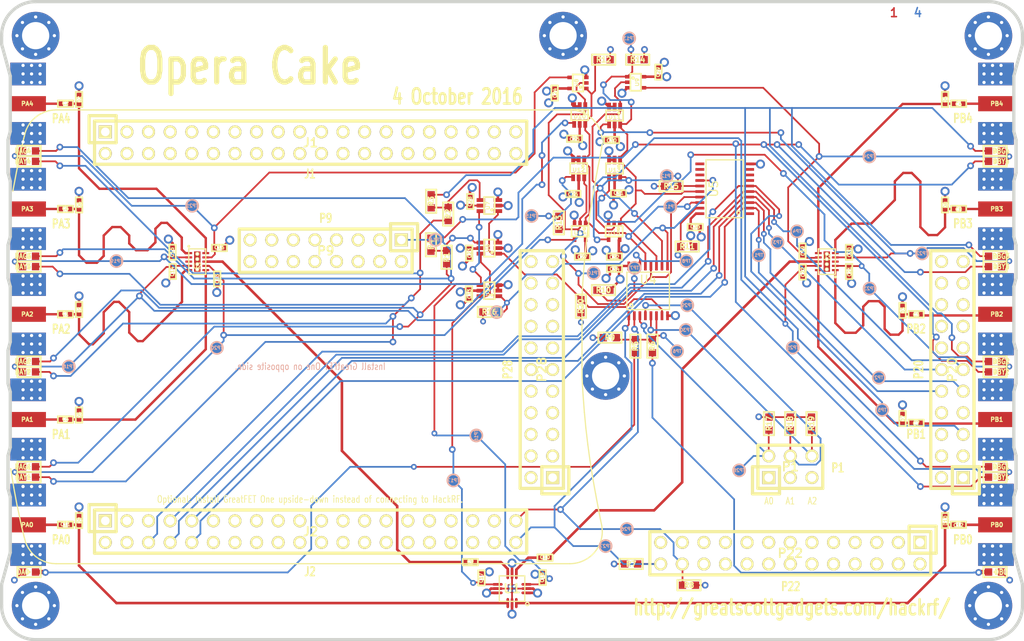
<source format=kicad_pcb>
(kicad_pcb (version 4) (host pcbnew 4.0.5+dfsg1-4)
  (layers (0 C1F signal) (1 C2 signal hide) (2 C3 signal hide) (31 C4B signal) (34 B.Paste user) (35 F.Paste user) (36 B.SilkS user) (37 F.SilkS user) (38 B.Mask user) (39 F.Mask user) (44 Edge.Cuts user))
  (net 0 "")
  (net 1 GND)
  (net 2 VCC)
  (net 3 "Net-(C1-Pad2)")
  (net 4 "Net-(C1-Pad1)")
  (net 5 "Net-(C2-Pad2)")
  (net 6 "Net-(C2-Pad1)")
  (net 7 "Net-(C3-Pad2)")
  (net 8 "Net-(C3-Pad1)")
  (net 9 "Net-(C4-Pad2)")
  (net 10 "Net-(C4-Pad1)")
  (net 11 "Net-(C5-Pad2)")
  (net 12 "Net-(C5-Pad1)")
  (net 13 "Net-(C6-Pad2)")
  (net 14 "Net-(C6-Pad1)")
  (net 15 "Net-(C7-Pad2)")
  (net 16 "Net-(C7-Pad1)")
  (net 17 "Net-(C8-Pad2)")
  (net 18 "Net-(C8-Pad1)")
  (net 19 "Net-(C9-Pad2)")
  (net 20 "Net-(C9-Pad1)")
  (net 21 "Net-(C10-Pad2)")
  (net 22 "Net-(C10-Pad1)")
  (net 23 "Net-(C11-Pad2)")
  (net 24 "Net-(C11-Pad1)")
  (net 25 "Net-(C12-Pad2)")
  (net 26 "Net-(C12-Pad1)")
  (net 27 "Net-(DA0-Pad1)")
  (net 28 /U2V3)
  (net 29 "Net-(DAG1-Pad1)")
  (net 30 /U2V1)
  (net 31 /U2V2)
  (net 32 /U2V4)
  (net 33 "Net-(DAY1-Pad1)")
  (net 34 "Net-(DB0-Pad1)")
  (net 35 /U3V3)
  (net 36 "Net-(DBG1-Pad1)")
  (net 37 /U3V1)
  (net 38 /U3V2)
  (net 39 /U3V4)
  (net 40 "Net-(DBY1-Pad1)")
  (net 41 /EXT_U3CTRL1)
  (net 42 /EXT_U2CTRL1)
  (net 43 /EXT_U3CTRL0)
  (net 44 /EXT_U2CTRL0)
  (net 45 /EXT_U1CTRL)
  (net 46 /SDA)
  (net 47 /SCL)
  (net 48 /A0)
  (net 49 /A1)
  (net 50 /A2)
  (net 51 "Net-(R1-Pad2)")
  (net 52 "Net-(R2-Pad2)")
  (net 53 /!LED_EN)
  (net 54 /!RESET)
  (net 55 /!OE)
  (net 56 /U2CTRL1)
  (net 57 /U2CTRL0)
  (net 58 /U3CTRL1)
  (net 59 /U3CTRL0)
  (net 60 /U1CTRL)
  (net 61 /LED_EN2)
  (net 62 /U1VC1)
  (net 63 /U1VC2)
  (net 64 "Net-(J1-Pad3)")
  (net 65 "Net-(J1-Pad4)")
  (net 66 "Net-(J1-Pad5)")
  (net 67 "Net-(J1-Pad6)")
  (net 68 "Net-(J1-Pad7)")
  (net 69 "Net-(J1-Pad8)")
  (net 70 "Net-(J1-Pad9)")
  (net 71 "Net-(J1-Pad10)")
  (net 72 "Net-(J1-Pad11)")
  (net 73 "Net-(J1-Pad12)")
  (net 74 "Net-(J1-Pad13)")
  (net 75 "Net-(J1-Pad14)")
  (net 76 "Net-(J1-Pad15)")
  (net 77 "Net-(J1-Pad16)")
  (net 78 "Net-(J1-Pad17)")
  (net 79 "Net-(J1-Pad18)")
  (net 80 "Net-(J1-Pad19)")
  (net 81 "Net-(J1-Pad20)")
  (net 82 "Net-(J1-Pad21)")
  (net 83 "Net-(J1-Pad22)")
  (net 84 "Net-(J1-Pad23)")
  (net 85 "Net-(J1-Pad24)")
  (net 86 "Net-(J1-Pad25)")
  (net 87 "Net-(J1-Pad26)")
  (net 88 "Net-(J1-Pad27)")
  (net 89 "Net-(J1-Pad28)")
  (net 90 "Net-(J1-Pad29)")
  (net 91 "Net-(J1-Pad30)")
  (net 92 "Net-(J1-Pad31)")
  (net 93 "Net-(J1-Pad32)")
  (net 94 "Net-(J1-Pad33)")
  (net 95 "Net-(J1-Pad34)")
  (net 96 "Net-(J1-Pad35)")
  (net 97 "Net-(J1-Pad36)")
  (net 98 "Net-(J1-Pad37)")
  (net 99 "Net-(J1-Pad38)")
  (net 100 "Net-(J1-Pad39)")
  (net 101 "Net-(J1-Pad40)")
  (net 102 "Net-(J2-Pad2)")
  (net 103 "Net-(J2-Pad3)")
  (net 104 "Net-(J2-Pad4)")
  (net 105 "Net-(J2-Pad5)")
  (net 106 "Net-(J2-Pad11)")
  (net 107 "Net-(J2-Pad12)")
  (net 108 "Net-(J2-Pad13)")
  (net 109 "Net-(J2-Pad14)")
  (net 110 "Net-(J2-Pad15)")
  (net 111 "Net-(J2-Pad16)")
  (net 112 "Net-(J2-Pad17)")
  (net 113 "Net-(J2-Pad18)")
  (net 114 "Net-(J2-Pad19)")
  (net 115 "Net-(J2-Pad20)")
  (net 116 "Net-(J2-Pad21)")
  (net 117 "Net-(J2-Pad22)")
  (net 118 "Net-(J2-Pad23)")
  (net 119 "Net-(J2-Pad24)")
  (net 120 "Net-(J2-Pad25)")
  (net 121 "Net-(J2-Pad26)")
  (net 122 "Net-(J2-Pad27)")
  (net 123 "Net-(J2-Pad28)")
  (net 124 "Net-(J2-Pad29)")
  (net 125 "Net-(J2-Pad30)")
  (net 126 "Net-(J2-Pad31)")
  (net 127 "Net-(J2-Pad32)")
  (net 128 "Net-(J2-Pad33)")
  (net 129 "Net-(J2-Pad34)")
  (net 130 "Net-(J2-Pad35)")
  (net 131 "Net-(J2-Pad36)")
  (net 132 "Net-(J2-Pad37)")
  (net 133 "Net-(J2-Pad38)")
  (net 134 "Net-(P9-Pad4)")
  (net 135 "Net-(P9-Pad5)")
  (net 136 "Net-(P9-Pad6)")
  (net 137 "Net-(P9-Pad7)")
  (net 138 "Net-(P9-Pad10)")
  (net 139 "Net-(P9-Pad11)")
  (net 140 "Net-(P9-Pad12)")
  (net 141 "Net-(P9-Pad13)")
  (net 142 "Net-(P20-Pad1)")
  (net 143 "Net-(P20-Pad2)")
  (net 144 "Net-(P20-Pad4)")
  (net 145 "Net-(P20-Pad6)")
  (net 146 "Net-(P20-Pad7)")
  (net 147 "Net-(P20-Pad8)")
  (net 148 "Net-(P20-Pad14)")
  (net 149 "Net-(P20-Pad16)")
  (net 150 "Net-(P20-Pad17)")
  (net 151 "Net-(P20-Pad18)")
  (net 152 "Net-(P20-Pad20)")
  (net 153 "Net-(P20-Pad21)")
  (net 154 "Net-(P20-Pad22)")
  (net 155 "Net-(P22-Pad1)")
  (net 156 "Net-(P22-Pad2)")
  (net 157 "Net-(P22-Pad3)")
  (net 158 "Net-(P22-Pad5)")
  (net 159 "Net-(P22-Pad6)")
  (net 160 "Net-(P22-Pad7)")
  (net 161 "Net-(P22-Pad8)")
  (net 162 "Net-(P22-Pad9)")
  (net 163 "Net-(P22-Pad12)")
  (net 164 "Net-(P22-Pad13)")
  (net 165 "Net-(P22-Pad14)")
  (net 166 "Net-(P22-Pad15)")
  (net 167 "Net-(P22-Pad16)")
  (net 168 "Net-(P22-Pad17)")
  (net 169 "Net-(P22-Pad19)")
  (net 170 "Net-(P22-Pad20)")
  (net 171 "Net-(P22-Pad21)")
  (net 172 "Net-(P22-Pad22)")
  (net 173 "Net-(P22-Pad23)")
  (net 174 "Net-(P22-Pad25)")
  (net 175 "Net-(P28-Pad3)")
  (net 176 "Net-(P28-Pad4)")
  (net 177 "Net-(P28-Pad5)")
  (net 178 "Net-(P28-Pad6)")
  (net 179 "Net-(P28-Pad7)")
  (net 180 "Net-(P28-Pad8)")
  (net 181 "Net-(P28-Pad9)")
  (net 182 "Net-(P28-Pad10)")
  (net 183 "Net-(P28-Pad11)")
  (net 184 "Net-(P28-Pad13)")
  (net 185 "Net-(P28-Pad14)")
  (net 186 "Net-(P28-Pad15)")
  (net 187 "Net-(P28-Pad16)")
  (net 188 "Net-(P28-Pad17)")
  (net 189 "Net-(P28-Pad18)")
  (net 190 "Net-(P28-Pad19)")
  (net 191 "Net-(P28-Pad20)")
  (net 192 "Net-(P28-Pad21)")
  (net 193 "Net-(P28-Pad22)")
  (net 194 "Net-(U2-Pad3)")
  (net 195 "Net-(U3-Pad3)")
  (net 196 "Net-(U5-Pad1)")
  (net 197 "Net-(U5-Pad7)")
  (net 198 "Net-(U5-Pad8)")
  (net 199 "Net-(U5-Pad9)")
  (net 200 "Net-(U5-Pad11)")
  (net 201 "Net-(U5-Pad12)")
  (net 202 "Net-(U5-Pad13)")
  (net 203 "Net-(P20-Pad13)")
  (module gsg-modules:0603D (layer C1F) (at 176.775 154.675)
    (fp_text reference DBG1 (at 0.7112 0) (layer F.SilkS) (effects (font (size 0.6096 0.508) (thickness 0.127))))
    (fp_text value LED hide)
    (pad 2 smd rect (at 0.762 0) (size 0.8636 0.8636) (layers C1F F.Paste F.Mask) (net 39 /U3V4) (clearance 0.1778))
    (pad 1 smd rect (at -0.762 0) (size 0.8636 0.8636) (layers C1F F.Paste F.Mask) (net 36 "Net-(DBG1-Pad1)") (clearance 0.1778))
  )
  (module gsg-modules:0603D (layer C1F) (at 176.775 155.9)
    (fp_text reference DBY1 (at 0.7112 0) (layer F.SilkS) (effects (font (size 0.6096 0.508) (thickness 0.127))))
    (fp_text value LED hide)
    (pad 2 smd rect (at 0.762 0) (size 0.8636 0.8636) (layers C1F F.Paste F.Mask) (net 39 /U3V4) (clearance 0.1778))
    (pad 1 smd rect (at -0.762 0) (size 0.8636 0.8636) (layers C1F F.Paste F.Mask) (net 40 "Net-(DBY1-Pad1)") (clearance 0.1778))
  )
  (module gsg-modules:0603D (layer C1F) (at 176.775 117.55)
    (fp_text reference DBG4 (at 0.7112 0) (layer F.SilkS) (effects (font (size 0.6096 0.508) (thickness 0.127))))
    (fp_text value LED hide)
    (pad 2 smd rect (at 0.762 0) (size 0.8636 0.8636) (layers C1F F.Paste F.Mask) (net 35 /U3V3) (clearance 0.1778))
    (pad 1 smd rect (at -0.762 0) (size 0.8636 0.8636) (layers C1F F.Paste F.Mask) (net 36 "Net-(DBG1-Pad1)") (clearance 0.1778))
  )
  (module gsg-modules:0603D (layer C1F) (at 176.775 118.775)
    (fp_text reference DBY4 (at 0.7112 0) (layer F.SilkS) (effects (font (size 0.6096 0.508) (thickness 0.127))))
    (fp_text value LED hide)
    (pad 2 smd rect (at 0.762 0) (size 0.8636 0.8636) (layers C1F F.Paste F.Mask) (net 35 /U3V3) (clearance 0.1778))
    (pad 1 smd rect (at -0.762 0) (size 0.8636 0.8636) (layers C1F F.Paste F.Mask) (net 40 "Net-(DBY1-Pad1)") (clearance 0.1778))
  )
  (module gsg-modules:0603D (layer C1F) (at 176.775 129.925)
    (fp_text reference DBG3 (at 0.7112 0) (layer F.SilkS) (effects (font (size 0.6096 0.508) (thickness 0.127))))
    (fp_text value LED hide)
    (pad 2 smd rect (at 0.762 0) (size 0.8636 0.8636) (layers C1F F.Paste F.Mask) (net 37 /U3V1) (clearance 0.1778))
    (pad 1 smd rect (at -0.762 0) (size 0.8636 0.8636) (layers C1F F.Paste F.Mask) (net 36 "Net-(DBG1-Pad1)") (clearance 0.1778))
  )
  (module gsg-modules:0603D (layer C1F) (at 176.775 131.15)
    (fp_text reference DBY3 (at 0.7112 0) (layer F.SilkS) (effects (font (size 0.6096 0.508) (thickness 0.127))))
    (fp_text value LED hide)
    (pad 2 smd rect (at 0.762 0) (size 0.8636 0.8636) (layers C1F F.Paste F.Mask) (net 37 /U3V1) (clearance 0.1778))
    (pad 1 smd rect (at -0.762 0) (size 0.8636 0.8636) (layers C1F F.Paste F.Mask) (net 40 "Net-(DBY1-Pad1)") (clearance 0.1778))
  )
  (module gsg-modules:0603D (layer C1F) (at 63.225 118.775 180)
    (fp_text reference DAY4 (at 0.7112 0 180) (layer F.SilkS) (effects (font (size 0.6096 0.508) (thickness 0.127))))
    (fp_text value LED hide)
    (pad 2 smd rect (at 0.762 0 180) (size 0.8636 0.8636) (layers C1F F.Paste F.Mask) (net 32 /U2V4) (clearance 0.1778))
    (pad 1 smd rect (at -0.762 0 180) (size 0.8636 0.8636) (layers C1F F.Paste F.Mask) (net 33 "Net-(DAY1-Pad1)") (clearance 0.1778))
  )
  (module gsg-modules:0603D (layer C1F) (at 63.225 117.55 180)
    (fp_text reference DAG4 (at 0.7112 0 180) (layer F.SilkS) (effects (font (size 0.6096 0.508) (thickness 0.127))))
    (fp_text value LED hide)
    (pad 2 smd rect (at 0.762 0 180) (size 0.8636 0.8636) (layers C1F F.Paste F.Mask) (net 32 /U2V4) (clearance 0.1778))
    (pad 1 smd rect (at -0.762 0 180) (size 0.8636 0.8636) (layers C1F F.Paste F.Mask) (net 29 "Net-(DAG1-Pad1)") (clearance 0.1778))
  )
  (module gsg-modules:0402 (layer C1F) (at 67.5 136.75 180)
    (fp_text reference C1 (at 0 0.0508 180) (layer F.SilkS) (effects (font (size 0.4064 0.4064) (thickness 0.1016))))
    (fp_text value 100nF hide)
    (pad 2 smd rect (at 0.5334 0 180) (size 0.508 0.5588) (layers C1F F.Paste F.Mask) (net 3 "Net-(C1-Pad2)"))
    (pad 1 smd rect (at -0.5334 0 180) (size 0.508 0.5588) (layers C1F F.Paste F.Mask) (net 4 "Net-(C1-Pad1)"))
  )
  (module gsg-modules:0402 (layer C1F) (at 67.5 112 180)
    (fp_text reference C2 (at 0 0.0508 180) (layer F.SilkS) (effects (font (size 0.4064 0.4064) (thickness 0.1016))))
    (fp_text value 100nF hide)
    (pad 2 smd rect (at 0.5334 0 180) (size 0.508 0.5588) (layers C1F F.Paste F.Mask) (net 5 "Net-(C2-Pad2)"))
    (pad 1 smd rect (at -0.5334 0 180) (size 0.508 0.5588) (layers C1F F.Paste F.Mask) (net 6 "Net-(C2-Pad1)"))
  )
  (module gsg-modules:0402 (layer C1F) (at 167.5 136.75)
    (fp_text reference C3 (at 0 0.0508) (layer F.SilkS) (effects (font (size 0.4064 0.4064) (thickness 0.1016))))
    (fp_text value 100nF hide)
    (pad 2 smd rect (at 0.5334 0) (size 0.508 0.5588) (layers C1F F.Paste F.Mask) (net 7 "Net-(C3-Pad2)"))
    (pad 1 smd rect (at -0.5334 0) (size 0.508 0.5588) (layers C1F F.Paste F.Mask) (net 8 "Net-(C3-Pad1)"))
  )
  (module gsg-modules:0402 (layer C1F) (at 172.5 112)
    (fp_text reference C4 (at 0 0.0508) (layer F.SilkS) (effects (font (size 0.4064 0.4064) (thickness 0.1016))))
    (fp_text value 100nF hide)
    (pad 2 smd rect (at 0.5334 0) (size 0.508 0.5588) (layers C1F F.Paste F.Mask) (net 9 "Net-(C4-Pad2)"))
    (pad 1 smd rect (at -0.5334 0) (size 0.508 0.5588) (layers C1F F.Paste F.Mask) (net 10 "Net-(C4-Pad1)"))
  )
  (module gsg-modules:0402 (layer C1F) (at 67.5 149.125 180)
    (fp_text reference C5 (at 0 0.0508 180) (layer F.SilkS) (effects (font (size 0.4064 0.4064) (thickness 0.1016))))
    (fp_text value 100nF hide)
    (pad 2 smd rect (at 0.5334 0 180) (size 0.508 0.5588) (layers C1F F.Paste F.Mask) (net 11 "Net-(C5-Pad2)"))
    (pad 1 smd rect (at -0.5334 0 180) (size 0.508 0.5588) (layers C1F F.Paste F.Mask) (net 12 "Net-(C5-Pad1)"))
  )
  (module gsg-modules:0402 (layer C1F) (at 67.5 124.375 180)
    (fp_text reference C6 (at 0 0.0508 180) (layer F.SilkS) (effects (font (size 0.4064 0.4064) (thickness 0.1016))))
    (fp_text value 100nF hide)
    (pad 2 smd rect (at 0.5334 0 180) (size 0.508 0.5588) (layers C1F F.Paste F.Mask) (net 13 "Net-(C6-Pad2)"))
    (pad 1 smd rect (at -0.5334 0 180) (size 0.508 0.5588) (layers C1F F.Paste F.Mask) (net 14 "Net-(C6-Pad1)"))
  )
  (module gsg-modules:0402 (layer C1F) (at 167.5 149.525)
    (fp_text reference C7 (at 0 0.0508) (layer F.SilkS) (effects (font (size 0.4064 0.4064) (thickness 0.1016))))
    (fp_text value 100nF hide)
    (pad 2 smd rect (at 0.5334 0) (size 0.508 0.5588) (layers C1F F.Paste F.Mask) (net 15 "Net-(C7-Pad2)"))
    (pad 1 smd rect (at -0.5334 0) (size 0.508 0.5588) (layers C1F F.Paste F.Mask) (net 16 "Net-(C7-Pad1)"))
  )
  (module gsg-modules:0402 (layer C1F) (at 172.5 124.375)
    (fp_text reference C8 (at 0 0.0508) (layer F.SilkS) (effects (font (size 0.4064 0.4064) (thickness 0.1016))))
    (fp_text value 100nF hide)
    (pad 2 smd rect (at 0.5334 0) (size 0.508 0.5588) (layers C1F F.Paste F.Mask) (net 17 "Net-(C8-Pad2)"))
    (pad 1 smd rect (at -0.5334 0) (size 0.508 0.5588) (layers C1F F.Paste F.Mask) (net 18 "Net-(C8-Pad1)"))
  )
  (module gsg-modules:0402 (layer C1F) (at 115.09248 165.8874 180)
    (fp_text reference C9 (at 0 0.0508 180) (layer F.SilkS) (effects (font (size 0.4064 0.4064) (thickness 0.1016))))
    (fp_text value 100nF hide)
    (pad 2 smd rect (at 0.5334 0 180) (size 0.508 0.5588) (layers C1F F.Paste F.Mask) (net 19 "Net-(C9-Pad2)"))
    (pad 1 smd rect (at -0.5334 0 180) (size 0.508 0.5588) (layers C1F F.Paste F.Mask) (net 20 "Net-(C9-Pad1)"))
  )
  (module gsg-modules:0402 (layer C1F) (at 123.87072 165.36416 180)
    (fp_text reference C10 (at 0 0.0508 180) (layer F.SilkS) (effects (font (size 0.4064 0.4064) (thickness 0.1016))))
    (fp_text value 100nF hide)
    (pad 2 smd rect (at 0.5334 0 180) (size 0.508 0.5588) (layers C1F F.Paste F.Mask) (net 21 "Net-(C10-Pad2)"))
    (pad 1 smd rect (at -0.5334 0 180) (size 0.508 0.5588) (layers C1F F.Paste F.Mask) (net 22 "Net-(C10-Pad1)"))
  )
  (module gsg-modules:0402 (layer C1F) (at 67.5 161.5 180)
    (fp_text reference C11 (at 0 0.0508 180) (layer F.SilkS) (effects (font (size 0.4064 0.4064) (thickness 0.1016))))
    (fp_text value 100nF hide)
    (pad 2 smd rect (at 0.5334 0 180) (size 0.508 0.5588) (layers C1F F.Paste F.Mask) (net 23 "Net-(C11-Pad2)"))
    (pad 1 smd rect (at -0.5334 0 180) (size 0.508 0.5588) (layers C1F F.Paste F.Mask) (net 24 "Net-(C11-Pad1)"))
  )
  (module gsg-modules:0402 (layer C1F) (at 172.475 161.5)
    (fp_text reference C12 (at 0 0.0508) (layer F.SilkS) (effects (font (size 0.4064 0.4064) (thickness 0.1016))))
    (fp_text value 100nF hide)
    (pad 2 smd rect (at 0.5334 0) (size 0.508 0.5588) (layers C1F F.Paste F.Mask) (net 25 "Net-(C12-Pad2)"))
    (pad 1 smd rect (at -0.5334 0) (size 0.508 0.5588) (layers C1F F.Paste F.Mask) (net 26 "Net-(C12-Pad1)"))
  )
  (module gsg-modules:0402 (layer C1F) (at 69.1 136.2 90)
    (fp_text reference D1 (at 0 0.0508 90) (layer F.SilkS) (effects (font (size 0.4064 0.4064) (thickness 0.1016))))
    (fp_text value GSG-DIODE-TVS-BI hide)
    (pad 2 smd rect (at 0.5334 0 90) (size 0.508 0.5588) (layers C1F F.Paste F.Mask) (net 1 GND))
    (pad 1 smd rect (at -0.5334 0 90) (size 0.508 0.5588) (layers C1F F.Paste F.Mask) (net 4 "Net-(C1-Pad1)"))
  )
  (module gsg-modules:0402 (layer C1F) (at 69.1 111.5 90)
    (fp_text reference D2 (at 0 0.0508 90) (layer F.SilkS) (effects (font (size 0.4064 0.4064) (thickness 0.1016))))
    (fp_text value GSG-DIODE-TVS-BI hide)
    (pad 2 smd rect (at 0.5334 0 90) (size 0.508 0.5588) (layers C1F F.Paste F.Mask) (net 1 GND))
    (pad 1 smd rect (at -0.5334 0 90) (size 0.508 0.5588) (layers C1F F.Paste F.Mask) (net 6 "Net-(C2-Pad1)"))
  )
  (module gsg-modules:0402 (layer C1F) (at 165.9 136.3 90)
    (fp_text reference D3 (at 0 0.0508 90) (layer F.SilkS) (effects (font (size 0.4064 0.4064) (thickness 0.1016))))
    (fp_text value GSG-DIODE-TVS-BI hide)
    (pad 2 smd rect (at 0.5334 0 90) (size 0.508 0.5588) (layers C1F F.Paste F.Mask) (net 1 GND))
    (pad 1 smd rect (at -0.5334 0 90) (size 0.508 0.5588) (layers C1F F.Paste F.Mask) (net 8 "Net-(C3-Pad1)"))
  )
  (module gsg-modules:0402 (layer C1F) (at 170.9 111.5 90)
    (fp_text reference D4 (at 0 0.0508 90) (layer F.SilkS) (effects (font (size 0.4064 0.4064) (thickness 0.1016))))
    (fp_text value GSG-DIODE-TVS-BI hide)
    (pad 2 smd rect (at 0.5334 0 90) (size 0.508 0.5588) (layers C1F F.Paste F.Mask) (net 1 GND))
    (pad 1 smd rect (at -0.5334 0 90) (size 0.508 0.5588) (layers C1F F.Paste F.Mask) (net 10 "Net-(C4-Pad1)"))
  )
  (module gsg-modules:0402 (layer C1F) (at 69.1 148.6 90)
    (fp_text reference D5 (at 0 0.0508 90) (layer F.SilkS) (effects (font (size 0.4064 0.4064) (thickness 0.1016))))
    (fp_text value GSG-DIODE-TVS-BI hide)
    (pad 2 smd rect (at 0.5334 0 90) (size 0.508 0.5588) (layers C1F F.Paste F.Mask) (net 1 GND))
    (pad 1 smd rect (at -0.5334 0 90) (size 0.508 0.5588) (layers C1F F.Paste F.Mask) (net 12 "Net-(C5-Pad1)"))
  )
  (module gsg-modules:0402 (layer C1F) (at 69.1 123.9 90)
    (fp_text reference D6 (at 0 0.0508 90) (layer F.SilkS) (effects (font (size 0.4064 0.4064) (thickness 0.1016))))
    (fp_text value GSG-DIODE-TVS-BI hide)
    (pad 2 smd rect (at 0.5334 0 90) (size 0.508 0.5588) (layers C1F F.Paste F.Mask) (net 1 GND))
    (pad 1 smd rect (at -0.5334 0 90) (size 0.508 0.5588) (layers C1F F.Paste F.Mask) (net 14 "Net-(C6-Pad1)"))
  )
  (module gsg-modules:0402 (layer C1F) (at 165.9 149 90)
    (fp_text reference D7 (at 0 0.0508 90) (layer F.SilkS) (effects (font (size 0.4064 0.4064) (thickness 0.1016))))
    (fp_text value GSG-DIODE-TVS-BI hide)
    (pad 2 smd rect (at 0.5334 0 90) (size 0.508 0.5588) (layers C1F F.Paste F.Mask) (net 1 GND))
    (pad 1 smd rect (at -0.5334 0 90) (size 0.508 0.5588) (layers C1F F.Paste F.Mask) (net 16 "Net-(C7-Pad1)"))
  )
  (module gsg-modules:0402 (layer C1F) (at 170.9 123.9 90)
    (fp_text reference D8 (at 0 0.0508 90) (layer F.SilkS) (effects (font (size 0.4064 0.4064) (thickness 0.1016))))
    (fp_text value GSG-DIODE-TVS-BI hide)
    (pad 2 smd rect (at 0.5334 0 90) (size 0.508 0.5588) (layers C1F F.Paste F.Mask) (net 1 GND))
    (pad 1 smd rect (at -0.5334 0 90) (size 0.508 0.5588) (layers C1F F.Paste F.Mask) (net 18 "Net-(C8-Pad1)"))
  )
  (module gsg-modules:0402 (layer C1F) (at 69.1 161 90)
    (fp_text reference D9 (at 0 0.0508 90) (layer F.SilkS) (effects (font (size 0.4064 0.4064) (thickness 0.1016))))
    (fp_text value GSG-DIODE-TVS-BI hide)
    (pad 2 smd rect (at 0.5334 0 90) (size 0.508 0.5588) (layers C1F F.Paste F.Mask) (net 1 GND))
    (pad 1 smd rect (at -0.5334 0 90) (size 0.508 0.5588) (layers C1F F.Paste F.Mask) (net 24 "Net-(C11-Pad1)"))
  )
  (module gsg-modules:0402 (layer C1F) (at 170.9 161 90)
    (fp_text reference D10 (at 0 0.0508 90) (layer F.SilkS) (effects (font (size 0.4064 0.4064) (thickness 0.1016))))
    (fp_text value GSG-DIODE-TVS-BI hide)
    (pad 2 smd rect (at 0.5334 0 90) (size 0.508 0.5588) (layers C1F F.Paste F.Mask) (net 1 GND))
    (pad 1 smd rect (at -0.5334 0 90) (size 0.508 0.5588) (layers C1F F.Paste F.Mask) (net 26 "Net-(C12-Pad1)"))
  )
  (module gsg-modules:0603D (layer C1F) (at 63.225 167.05 180)
    (fp_text reference DA0 (at 0.7112 0 180) (layer F.SilkS) (effects (font (size 0.6096 0.508) (thickness 0.127))))
    (fp_text value LED hide)
    (pad 2 smd rect (at 0.762 0 180) (size 0.8636 0.8636) (layers C1F F.Paste F.Mask) (net 2 VCC) (clearance 0.1778))
    (pad 1 smd rect (at -0.762 0 180) (size 0.8636 0.8636) (layers C1F F.Paste F.Mask) (net 27 "Net-(DA0-Pad1)") (clearance 0.1778))
  )
  (module gsg-modules:0603D (layer C1F) (at 63.225 154.675 180)
    (fp_text reference DAG1 (at 0.7112 0 180) (layer F.SilkS) (effects (font (size 0.6096 0.508) (thickness 0.127))))
    (fp_text value LED hide)
    (pad 2 smd rect (at 0.762 0 180) (size 0.8636 0.8636) (layers C1F F.Paste F.Mask) (net 28 /U2V3) (clearance 0.1778))
    (pad 1 smd rect (at -0.762 0 180) (size 0.8636 0.8636) (layers C1F F.Paste F.Mask) (net 29 "Net-(DAG1-Pad1)") (clearance 0.1778))
  )
  (module gsg-modules:0603D (layer C1F) (at 63.225 142.3 180)
    (fp_text reference DAG2 (at 0.7112 0 180) (layer F.SilkS) (effects (font (size 0.6096 0.508) (thickness 0.127))))
    (fp_text value LED hide)
    (pad 2 smd rect (at 0.762 0 180) (size 0.8636 0.8636) (layers C1F F.Paste F.Mask) (net 30 /U2V1) (clearance 0.1778))
    (pad 1 smd rect (at -0.762 0 180) (size 0.8636 0.8636) (layers C1F F.Paste F.Mask) (net 29 "Net-(DAG1-Pad1)") (clearance 0.1778))
  )
  (module gsg-modules:0603D (layer C1F) (at 63.225 129.925 180)
    (fp_text reference DAG3 (at 0.7112 0 180) (layer F.SilkS) (effects (font (size 0.6096 0.508) (thickness 0.127))))
    (fp_text value LED hide)
    (pad 2 smd rect (at 0.762 0 180) (size 0.8636 0.8636) (layers C1F F.Paste F.Mask) (net 31 /U2V2) (clearance 0.1778))
    (pad 1 smd rect (at -0.762 0 180) (size 0.8636 0.8636) (layers C1F F.Paste F.Mask) (net 29 "Net-(DAG1-Pad1)") (clearance 0.1778))
  )
  (module gsg-modules:0603D (layer C1F) (at 63.225 155.9 180)
    (fp_text reference DAY1 (at 0.7112 0 180) (layer F.SilkS) (effects (font (size 0.6096 0.508) (thickness 0.127))))
    (fp_text value LED hide)
    (pad 2 smd rect (at 0.762 0 180) (size 0.8636 0.8636) (layers C1F F.Paste F.Mask) (net 28 /U2V3) (clearance 0.1778))
    (pad 1 smd rect (at -0.762 0 180) (size 0.8636 0.8636) (layers C1F F.Paste F.Mask) (net 33 "Net-(DAY1-Pad1)") (clearance 0.1778))
  )
  (module gsg-modules:0603D (layer C1F) (at 63.225 143.525 180)
    (fp_text reference DAY2 (at 0.7112 0 180) (layer F.SilkS) (effects (font (size 0.6096 0.508) (thickness 0.127))))
    (fp_text value LED hide)
    (pad 2 smd rect (at 0.762 0 180) (size 0.8636 0.8636) (layers C1F F.Paste F.Mask) (net 30 /U2V1) (clearance 0.1778))
    (pad 1 smd rect (at -0.762 0 180) (size 0.8636 0.8636) (layers C1F F.Paste F.Mask) (net 33 "Net-(DAY1-Pad1)") (clearance 0.1778))
  )
  (module gsg-modules:0603D (layer C1F) (at 63.225 131.15 180)
    (fp_text reference DAY3 (at 0.7112 0 180) (layer F.SilkS) (effects (font (size 0.6096 0.508) (thickness 0.127))))
    (fp_text value LED hide)
    (pad 2 smd rect (at 0.762 0 180) (size 0.8636 0.8636) (layers C1F F.Paste F.Mask) (net 31 /U2V2) (clearance 0.1778))
    (pad 1 smd rect (at -0.762 0 180) (size 0.8636 0.8636) (layers C1F F.Paste F.Mask) (net 33 "Net-(DAY1-Pad1)") (clearance 0.1778))
  )
  (module gsg-modules:0603D (layer C1F) (at 176.775 167.05)
    (fp_text reference DB0 (at 0.7112 0) (layer F.SilkS) (effects (font (size 0.6096 0.508) (thickness 0.127))))
    (fp_text value LED hide)
    (pad 2 smd rect (at 0.762 0) (size 0.8636 0.8636) (layers C1F F.Paste F.Mask) (net 2 VCC) (clearance 0.1778))
    (pad 1 smd rect (at -0.762 0) (size 0.8636 0.8636) (layers C1F F.Paste F.Mask) (net 34 "Net-(DB0-Pad1)") (clearance 0.1778))
  )
  (module gsg-modules:0603D (layer C1F) (at 176.775 142.3)
    (fp_text reference DBG2 (at 0.7112 0) (layer F.SilkS) (effects (font (size 0.6096 0.508) (thickness 0.127))))
    (fp_text value LED hide)
    (pad 2 smd rect (at 0.762 0) (size 0.8636 0.8636) (layers C1F F.Paste F.Mask) (net 38 /U3V2) (clearance 0.1778))
    (pad 1 smd rect (at -0.762 0) (size 0.8636 0.8636) (layers C1F F.Paste F.Mask) (net 36 "Net-(DBG1-Pad1)") (clearance 0.1778))
  )
  (module gsg-modules:0603D (layer C1F) (at 176.775 143.525)
    (fp_text reference DBY2 (at 0.7112 0) (layer F.SilkS) (effects (font (size 0.6096 0.508) (thickness 0.127))))
    (fp_text value LED hide)
    (pad 2 smd rect (at 0.762 0) (size 0.8636 0.8636) (layers C1F F.Paste F.Mask) (net 38 /U3V2) (clearance 0.1778))
    (pad 1 smd rect (at -0.762 0) (size 0.8636 0.8636) (layers C1F F.Paste F.Mask) (net 40 "Net-(DBY1-Pad1)") (clearance 0.1778))
  )
  (module gsg-modules:HOLE126MIL-COPPER (layer C1F) (at 64 104)
    (fp_text reference MH1 hide)
    (fp_text value MOUNTING_HOLE hide)
    (pad 1 thru_hole circle (at 0 0) (size 5.6 5.6) (drill 3.2004) (layers *.Cu *.Mask) (net 1 GND))
    (pad 1 thru_hole circle (at 0 -2.2) (size 0.6 0.6) (drill 0.381) (layers *.Cu *.Mask) (net 1 GND))
    (pad 1 thru_hole circle (at -2.2 0) (size 0.6 0.6) (drill 0.381) (layers *.Cu *.Mask) (net 1 GND))
    (pad 1 thru_hole circle (at 0 2.2) (size 0.6 0.6) (drill 0.381) (layers *.Cu *.Mask) (net 1 GND))
    (pad 1 thru_hole circle (at 2.2 0) (size 0.6 0.6) (drill 0.381) (layers *.Cu *.Mask) (net 1 GND))
    (pad 1 thru_hole circle (at 1.55 -1.55) (size 0.6 0.6) (drill 0.381) (layers *.Cu *.Mask) (net 1 GND))
    (pad 1 thru_hole circle (at -1.55 -1.55) (size 0.6 0.6) (drill 0.381) (layers *.Cu *.Mask) (net 1 GND))
    (pad 1 thru_hole circle (at -1.55 1.55) (size 0.6 0.6) (drill 0.381) (layers *.Cu *.Mask) (net 1 GND))
    (pad 1 thru_hole circle (at 1.55 1.55) (size 0.6 0.6) (drill 0.381) (layers *.Cu *.Mask) (net 1 GND))
  )
  (module gsg-modules:HOLE126MIL-COPPER (layer C1F) (at 64 171)
    (fp_text reference MH2 hide)
    (fp_text value MOUNTING_HOLE hide)
    (pad 1 thru_hole circle (at 0 0) (size 5.6 5.6) (drill 3.2004) (layers *.Cu *.Mask) (net 1 GND))
    (pad 1 thru_hole circle (at 0 -2.2) (size 0.6 0.6) (drill 0.381) (layers *.Cu *.Mask) (net 1 GND))
    (pad 1 thru_hole circle (at -2.2 0) (size 0.6 0.6) (drill 0.381) (layers *.Cu *.Mask) (net 1 GND))
    (pad 1 thru_hole circle (at 0 2.2) (size 0.6 0.6) (drill 0.381) (layers *.Cu *.Mask) (net 1 GND))
    (pad 1 thru_hole circle (at 2.2 0) (size 0.6 0.6) (drill 0.381) (layers *.Cu *.Mask) (net 1 GND))
    (pad 1 thru_hole circle (at 1.55 -1.55) (size 0.6 0.6) (drill 0.381) (layers *.Cu *.Mask) (net 1 GND))
    (pad 1 thru_hole circle (at -1.55 -1.55) (size 0.6 0.6) (drill 0.381) (layers *.Cu *.Mask) (net 1 GND))
    (pad 1 thru_hole circle (at -1.55 1.55) (size 0.6 0.6) (drill 0.381) (layers *.Cu *.Mask) (net 1 GND))
    (pad 1 thru_hole circle (at 1.55 1.55) (size 0.6 0.6) (drill 0.381) (layers *.Cu *.Mask) (net 1 GND))
  )
  (module gsg-modules:HOLE126MIL-COPPER (layer C1F) (at 176 171)
    (fp_text reference MH3 hide)
    (fp_text value MOUNTING_HOLE hide)
    (pad 1 thru_hole circle (at 0 0) (size 5.6 5.6) (drill 3.2004) (layers *.Cu *.Mask) (net 1 GND))
    (pad 1 thru_hole circle (at 0 -2.2) (size 0.6 0.6) (drill 0.381) (layers *.Cu *.Mask) (net 1 GND))
    (pad 1 thru_hole circle (at -2.2 0) (size 0.6 0.6) (drill 0.381) (layers *.Cu *.Mask) (net 1 GND))
    (pad 1 thru_hole circle (at 0 2.2) (size 0.6 0.6) (drill 0.381) (layers *.Cu *.Mask) (net 1 GND))
    (pad 1 thru_hole circle (at 2.2 0) (size 0.6 0.6) (drill 0.381) (layers *.Cu *.Mask) (net 1 GND))
    (pad 1 thru_hole circle (at 1.55 -1.55) (size 0.6 0.6) (drill 0.381) (layers *.Cu *.Mask) (net 1 GND))
    (pad 1 thru_hole circle (at -1.55 -1.55) (size 0.6 0.6) (drill 0.381) (layers *.Cu *.Mask) (net 1 GND))
    (pad 1 thru_hole circle (at -1.55 1.55) (size 0.6 0.6) (drill 0.381) (layers *.Cu *.Mask) (net 1 GND))
    (pad 1 thru_hole circle (at 1.55 1.55) (size 0.6 0.6) (drill 0.381) (layers *.Cu *.Mask) (net 1 GND))
  )
  (module gsg-modules:HOLE126MIL-COPPER (layer C1F) (at 176 104)
    (fp_text reference MH4 hide)
    (fp_text value MOUNTING_HOLE hide)
    (pad 1 thru_hole circle (at 0 0) (size 5.6 5.6) (drill 3.2004) (layers *.Cu *.Mask) (net 1 GND))
    (pad 1 thru_hole circle (at 0 -2.2) (size 0.6 0.6) (drill 0.381) (layers *.Cu *.Mask) (net 1 GND))
    (pad 1 thru_hole circle (at -2.2 0) (size 0.6 0.6) (drill 0.381) (layers *.Cu *.Mask) (net 1 GND))
    (pad 1 thru_hole circle (at 0 2.2) (size 0.6 0.6) (drill 0.381) (layers *.Cu *.Mask) (net 1 GND))
    (pad 1 thru_hole circle (at 2.2 0) (size 0.6 0.6) (drill 0.381) (layers *.Cu *.Mask) (net 1 GND))
    (pad 1 thru_hole circle (at 1.55 -1.55) (size 0.6 0.6) (drill 0.381) (layers *.Cu *.Mask) (net 1 GND))
    (pad 1 thru_hole circle (at -1.55 -1.55) (size 0.6 0.6) (drill 0.381) (layers *.Cu *.Mask) (net 1 GND))
    (pad 1 thru_hole circle (at -1.55 1.55) (size 0.6 0.6) (drill 0.381) (layers *.Cu *.Mask) (net 1 GND))
    (pad 1 thru_hole circle (at 1.55 1.55) (size 0.6 0.6) (drill 0.381) (layers *.Cu *.Mask) (net 1 GND))
  )
  (module gsg-modules:HOLE126MIL-COPPER (layer C1F) (at 126 104)
    (fp_text reference MH5 hide)
    (fp_text value MOUNTING_HOLE hide)
    (pad 1 thru_hole circle (at 0 0) (size 5.6 5.6) (drill 3.2004) (layers *.Cu *.Mask) (net 1 GND))
    (pad 1 thru_hole circle (at 0 -2.2) (size 0.6 0.6) (drill 0.381) (layers *.Cu *.Mask) (net 1 GND))
    (pad 1 thru_hole circle (at -2.2 0) (size 0.6 0.6) (drill 0.381) (layers *.Cu *.Mask) (net 1 GND))
    (pad 1 thru_hole circle (at 0 2.2) (size 0.6 0.6) (drill 0.381) (layers *.Cu *.Mask) (net 1 GND))
    (pad 1 thru_hole circle (at 2.2 0) (size 0.6 0.6) (drill 0.381) (layers *.Cu *.Mask) (net 1 GND))
    (pad 1 thru_hole circle (at 1.55 -1.55) (size 0.6 0.6) (drill 0.381) (layers *.Cu *.Mask) (net 1 GND))
    (pad 1 thru_hole circle (at -1.55 -1.55) (size 0.6 0.6) (drill 0.381) (layers *.Cu *.Mask) (net 1 GND))
    (pad 1 thru_hole circle (at -1.55 1.55) (size 0.6 0.6) (drill 0.381) (layers *.Cu *.Mask) (net 1 GND))
    (pad 1 thru_hole circle (at 1.55 1.55) (size 0.6 0.6) (drill 0.381) (layers *.Cu *.Mask) (net 1 GND))
  )
  (module gsg-modules:HOLE126MIL-COPPER (layer C1F) (at 131 144)
    (fp_text reference MH6 hide)
    (fp_text value MOUNTING_HOLE hide)
    (pad 1 thru_hole circle (at 0 0) (size 5.6 5.6) (drill 3.2004) (layers *.Cu *.Mask) (net 1 GND))
    (pad 1 thru_hole circle (at 0 -2.2) (size 0.6 0.6) (drill 0.381) (layers *.Cu *.Mask) (net 1 GND))
    (pad 1 thru_hole circle (at -2.2 0) (size 0.6 0.6) (drill 0.381) (layers *.Cu *.Mask) (net 1 GND))
    (pad 1 thru_hole circle (at 0 2.2) (size 0.6 0.6) (drill 0.381) (layers *.Cu *.Mask) (net 1 GND))
    (pad 1 thru_hole circle (at 2.2 0) (size 0.6 0.6) (drill 0.381) (layers *.Cu *.Mask) (net 1 GND))
    (pad 1 thru_hole circle (at 1.55 -1.55) (size 0.6 0.6) (drill 0.381) (layers *.Cu *.Mask) (net 1 GND))
    (pad 1 thru_hole circle (at -1.55 -1.55) (size 0.6 0.6) (drill 0.381) (layers *.Cu *.Mask) (net 1 GND))
    (pad 1 thru_hole circle (at -1.55 1.55) (size 0.6 0.6) (drill 0.381) (layers *.Cu *.Mask) (net 1 GND))
    (pad 1 thru_hole circle (at 1.55 1.55) (size 0.6 0.6) (drill 0.381) (layers *.Cu *.Mask) (net 1 GND))
  )
  (module gsg-modules:HEADER-2x3 (layer C1F) (at 152.71 154.68)
    (fp_text reference P1 (at 0 0) (layer F.SilkS) (effects (font (size 1.016 1.016) (thickness 0.2032))))
    (fp_text value ADDRESS hide)
    (pad 1 thru_hole rect (at -2.54 1.27) (size 1.524 1.524) (drill 1.016) (layers *.Cu *.Mask F.SilkS) (net 2 VCC))
    (pad 2 thru_hole circle (at -2.54 -1.27) (size 1.524 1.524) (drill 1.016) (layers *.Cu *.Mask F.SilkS) (net 48 /A0))
    (pad 3 thru_hole circle (at 0 1.27) (size 1.524 1.524) (drill 1.016) (layers *.Cu *.Mask F.SilkS) (net 2 VCC))
    (pad 4 thru_hole circle (at 0 -1.27) (size 1.524 1.524) (drill 1.016) (layers *.Cu *.Mask F.SilkS) (net 49 /A1))
    (pad 5 thru_hole circle (at 2.54 1.27) (size 1.524 1.524) (drill 1.016) (layers *.Cu *.Mask F.SilkS) (net 2 VCC))
    (pad 6 thru_hole circle (at 2.54 -1.27) (size 1.524 1.524) (drill 1.016) (layers *.Cu *.Mask F.SilkS) (net 50 /A2))
  )
  (module gsg-modules:HEADER-2x8 (layer C1F) (at 98.1 129.28 180)
    (fp_text reference P9 (at 0 0 180) (layer F.SilkS) (effects (font (size 1.016 1.016) (thickness 0.2032))))
    (fp_text value BASEBAND hide)
    (pad 1 thru_hole rect (at -8.89 1.27 180) (size 1.524 1.524) (drill 1.016) (layers *.Cu *.Mask F.SilkS) (net 1 GND))
    (pad 2 thru_hole circle (at -8.89 -1.27 180) (size 1.524 1.524) (drill 1.016) (layers *.Cu *.Mask F.SilkS) (net 1 GND))
    (pad 3 thru_hole circle (at -6.35 1.27 180) (size 1.524 1.524) (drill 1.016) (layers *.Cu *.Mask F.SilkS) (net 1 GND))
    (pad 4 thru_hole circle (at -6.35 -1.27 180) (size 1.524 1.524) (drill 1.016) (layers *.Cu *.Mask F.SilkS) (net 134 "Net-(P9-Pad4)"))
    (pad 5 thru_hole circle (at -3.81 1.27 180) (size 1.524 1.524) (drill 1.016) (layers *.Cu *.Mask F.SilkS) (net 135 "Net-(P9-Pad5)"))
    (pad 6 thru_hole circle (at -3.81 -1.27 180) (size 1.524 1.524) (drill 1.016) (layers *.Cu *.Mask F.SilkS) (net 136 "Net-(P9-Pad6)"))
    (pad 7 thru_hole circle (at -1.27 1.27 180) (size 1.524 1.524) (drill 1.016) (layers *.Cu *.Mask F.SilkS) (net 137 "Net-(P9-Pad7)"))
    (pad 8 thru_hole circle (at -1.27 -1.27 180) (size 1.524 1.524) (drill 1.016) (layers *.Cu *.Mask F.SilkS) (net 1 GND))
    (pad 9 thru_hole circle (at 1.27 1.27 180) (size 1.524 1.524) (drill 1.016) (layers *.Cu *.Mask F.SilkS) (net 1 GND))
    (pad 10 thru_hole circle (at 1.27 -1.27 180) (size 1.524 1.524) (drill 1.016) (layers *.Cu *.Mask F.SilkS) (net 138 "Net-(P9-Pad10)"))
    (pad 11 thru_hole circle (at 3.81 1.27 180) (size 1.524 1.524) (drill 1.016) (layers *.Cu *.Mask F.SilkS) (net 139 "Net-(P9-Pad11)"))
    (pad 12 thru_hole circle (at 3.81 -1.27 180) (size 1.524 1.524) (drill 1.016) (layers *.Cu *.Mask F.SilkS) (net 140 "Net-(P9-Pad12)"))
    (pad 13 thru_hole circle (at 6.35 1.27 180) (size 1.524 1.524) (drill 1.016) (layers *.Cu *.Mask F.SilkS) (net 141 "Net-(P9-Pad13)"))
    (pad 14 thru_hole circle (at 6.35 -1.27 180) (size 1.524 1.524) (drill 1.016) (layers *.Cu *.Mask F.SilkS) (net 1 GND))
    (pad 15 thru_hole circle (at 8.89 1.27 180) (size 1.524 1.524) (drill 1.016) (layers *.Cu *.Mask F.SilkS) (net 1 GND))
    (pad 16 thru_hole circle (at 8.89 -1.27 180) (size 1.524 1.524) (drill 1.016) (layers *.Cu *.Mask F.SilkS) (net 1 GND))
  )
  (module gsg-modules:HEADER-2x11 (layer C1F) (at 171.76 143.25 90)
    (fp_text reference P20 (at 0 0 90) (layer F.SilkS) (effects (font (size 1.016 1.016) (thickness 0.2032))))
    (fp_text value GPIO hide)
    (pad 1 thru_hole rect (at -12.7 1.27 90) (size 1.524 1.524) (drill 1.016) (layers *.Cu *.Mask F.SilkS) (net 142 "Net-(P20-Pad1)"))
    (pad 2 thru_hole circle (at -12.7 -1.27 90) (size 1.524 1.524) (drill 1.016) (layers *.Cu *.Mask F.SilkS) (net 143 "Net-(P20-Pad2)"))
    (pad 3 thru_hole circle (at -10.16 1.27 90) (size 1.524 1.524) (drill 1.016) (layers *.Cu *.Mask F.SilkS) (net 2 VCC))
    (pad 4 thru_hole circle (at -10.16 -1.27 90) (size 1.524 1.524) (drill 1.016) (layers *.Cu *.Mask F.SilkS) (net 144 "Net-(P20-Pad4)"))
    (pad 5 thru_hole circle (at -7.62 1.27 90) (size 1.524 1.524) (drill 1.016) (layers *.Cu *.Mask F.SilkS) (net 45 /EXT_U1CTRL))
    (pad 6 thru_hole circle (at -7.62 -1.27 90) (size 1.524 1.524) (drill 1.016) (layers *.Cu *.Mask F.SilkS) (net 145 "Net-(P20-Pad6)"))
    (pad 7 thru_hole circle (at -5.08 1.27 90) (size 1.524 1.524) (drill 1.016) (layers *.Cu *.Mask F.SilkS) (net 146 "Net-(P20-Pad7)"))
    (pad 8 thru_hole circle (at -5.08 -1.27 90) (size 1.524 1.524) (drill 1.016) (layers *.Cu *.Mask F.SilkS) (net 147 "Net-(P20-Pad8)"))
    (pad 9 thru_hole circle (at -2.54 1.27 90) (size 1.524 1.524) (drill 1.016) (layers *.Cu *.Mask F.SilkS) (net 44 /EXT_U2CTRL0))
    (pad 10 thru_hole circle (at -2.54 -1.27 90) (size 1.524 1.524) (drill 1.016) (layers *.Cu *.Mask F.SilkS) (net 42 /EXT_U2CTRL1))
    (pad 11 thru_hole circle (at 0 1.27 90) (size 1.524 1.524) (drill 1.016) (layers *.Cu *.Mask F.SilkS) (net 43 /EXT_U3CTRL0))
    (pad 12 thru_hole circle (at 0 -1.27 90) (size 1.524 1.524) (drill 1.016) (layers *.Cu *.Mask F.SilkS) (net 41 /EXT_U3CTRL1))
    (pad 13 thru_hole circle (at 2.54 1.27 90) (size 1.524 1.524) (drill 1.016) (layers *.Cu *.Mask F.SilkS) (net 203 "Net-(P20-Pad13)"))
    (pad 14 thru_hole circle (at 2.54 -1.27 90) (size 1.524 1.524) (drill 1.016) (layers *.Cu *.Mask F.SilkS) (net 148 "Net-(P20-Pad14)"))
    (pad 15 thru_hole circle (at 5.08 1.27 90) (size 1.524 1.524) (drill 1.016) (layers *.Cu *.Mask F.SilkS) (net 1 GND))
    (pad 16 thru_hole circle (at 5.08 -1.27 90) (size 1.524 1.524) (drill 1.016) (layers *.Cu *.Mask F.SilkS) (net 149 "Net-(P20-Pad16)"))
    (pad 17 thru_hole circle (at 7.62 1.27 90) (size 1.524 1.524) (drill 1.016) (layers *.Cu *.Mask F.SilkS) (net 150 "Net-(P20-Pad17)"))
    (pad 18 thru_hole circle (at 7.62 -1.27 90) (size 1.524 1.524) (drill 1.016) (layers *.Cu *.Mask F.SilkS) (net 151 "Net-(P20-Pad18)"))
    (pad 19 thru_hole circle (at 10.16 1.27 90) (size 1.524 1.524) (drill 1.016) (layers *.Cu *.Mask F.SilkS) (net 1 GND))
    (pad 20 thru_hole circle (at 10.16 -1.27 90) (size 1.524 1.524) (drill 1.016) (layers *.Cu *.Mask F.SilkS) (net 152 "Net-(P20-Pad20)"))
    (pad 21 thru_hole circle (at 12.7 1.27 90) (size 1.524 1.524) (drill 1.016) (layers *.Cu *.Mask F.SilkS) (net 153 "Net-(P20-Pad21)"))
    (pad 22 thru_hole circle (at 12.7 -1.27 90) (size 1.524 1.524) (drill 1.016) (layers *.Cu *.Mask F.SilkS) (net 154 "Net-(P20-Pad22)"))
  )
  (module gsg-modules:HEADER-2x13 (layer C1F) (at 152.71 164.84 180)
    (fp_text reference P22 (at 0 0 180) (layer F.SilkS) (effects (font (size 1.016 1.016) (thickness 0.2032))))
    (fp_text value I2S hide)
    (pad 1 thru_hole rect (at -15.24 1.27 180) (size 1.524 1.524) (drill 1.016) (layers *.Cu *.Mask F.SilkS) (net 155 "Net-(P22-Pad1)"))
    (pad 2 thru_hole circle (at -15.24 -1.27 180) (size 1.524 1.524) (drill 1.016) (layers *.Cu *.Mask F.SilkS) (net 156 "Net-(P22-Pad2)"))
    (pad 3 thru_hole circle (at -12.7 1.27 180) (size 1.524 1.524) (drill 1.016) (layers *.Cu *.Mask F.SilkS) (net 157 "Net-(P22-Pad3)"))
    (pad 4 thru_hole circle (at -12.7 -1.27 180) (size 1.524 1.524) (drill 1.016) (layers *.Cu *.Mask F.SilkS) (net 1 GND))
    (pad 5 thru_hole circle (at -10.16 1.27 180) (size 1.524 1.524) (drill 1.016) (layers *.Cu *.Mask F.SilkS) (net 158 "Net-(P22-Pad5)"))
    (pad 6 thru_hole circle (at -10.16 -1.27 180) (size 1.524 1.524) (drill 1.016) (layers *.Cu *.Mask F.SilkS) (net 159 "Net-(P22-Pad6)"))
    (pad 7 thru_hole circle (at -7.62 1.27 180) (size 1.524 1.524) (drill 1.016) (layers *.Cu *.Mask F.SilkS) (net 160 "Net-(P22-Pad7)"))
    (pad 8 thru_hole circle (at -7.62 -1.27 180) (size 1.524 1.524) (drill 1.016) (layers *.Cu *.Mask F.SilkS) (net 161 "Net-(P22-Pad8)"))
    (pad 9 thru_hole circle (at -5.08 1.27 180) (size 1.524 1.524) (drill 1.016) (layers *.Cu *.Mask F.SilkS) (net 162 "Net-(P22-Pad9)"))
    (pad 10 thru_hole circle (at -5.08 -1.27 180) (size 1.524 1.524) (drill 1.016) (layers *.Cu *.Mask F.SilkS) (net 1 GND))
    (pad 11 thru_hole circle (at -2.54 1.27 180) (size 1.524 1.524) (drill 1.016) (layers *.Cu *.Mask F.SilkS) (net 2 VCC))
    (pad 12 thru_hole circle (at -2.54 -1.27 180) (size 1.524 1.524) (drill 1.016) (layers *.Cu *.Mask F.SilkS) (net 163 "Net-(P22-Pad12)"))
    (pad 13 thru_hole circle (at 0 1.27 180) (size 1.524 1.524) (drill 1.016) (layers *.Cu *.Mask F.SilkS) (net 164 "Net-(P22-Pad13)"))
    (pad 14 thru_hole circle (at 0 -1.27 180) (size 1.524 1.524) (drill 1.016) (layers *.Cu *.Mask F.SilkS) (net 165 "Net-(P22-Pad14)"))
    (pad 15 thru_hole circle (at 2.54 1.27 180) (size 1.524 1.524) (drill 1.016) (layers *.Cu *.Mask F.SilkS) (net 166 "Net-(P22-Pad15)"))
    (pad 16 thru_hole circle (at 2.54 -1.27 180) (size 1.524 1.524) (drill 1.016) (layers *.Cu *.Mask F.SilkS) (net 167 "Net-(P22-Pad16)"))
    (pad 17 thru_hole circle (at 5.08 1.27 180) (size 1.524 1.524) (drill 1.016) (layers *.Cu *.Mask F.SilkS) (net 168 "Net-(P22-Pad17)"))
    (pad 18 thru_hole circle (at 5.08 -1.27 180) (size 1.524 1.524) (drill 1.016) (layers *.Cu *.Mask F.SilkS) (net 1 GND))
    (pad 19 thru_hole circle (at 7.62 1.27 180) (size 1.524 1.524) (drill 1.016) (layers *.Cu *.Mask F.SilkS) (net 169 "Net-(P22-Pad19)"))
    (pad 20 thru_hole circle (at 7.62 -1.27 180) (size 1.524 1.524) (drill 1.016) (layers *.Cu *.Mask F.SilkS) (net 170 "Net-(P22-Pad20)"))
    (pad 21 thru_hole circle (at 10.16 1.27 180) (size 1.524 1.524) (drill 1.016) (layers *.Cu *.Mask F.SilkS) (net 171 "Net-(P22-Pad21)"))
    (pad 22 thru_hole circle (at 10.16 -1.27 180) (size 1.524 1.524) (drill 1.016) (layers *.Cu *.Mask F.SilkS) (net 172 "Net-(P22-Pad22)"))
    (pad 23 thru_hole circle (at 12.7 1.27 180) (size 1.524 1.524) (drill 1.016) (layers *.Cu *.Mask F.SilkS) (net 173 "Net-(P22-Pad23)"))
    (pad 24 thru_hole circle (at 12.7 -1.27 180) (size 1.524 1.524) (drill 1.016) (layers *.Cu *.Mask F.SilkS) (net 46 /SDA))
    (pad 25 thru_hole circle (at 15.24 1.27 180) (size 1.524 1.524) (drill 1.016) (layers *.Cu *.Mask F.SilkS) (net 174 "Net-(P22-Pad25)"))
    (pad 26 thru_hole circle (at 15.24 -1.27 180) (size 1.524 1.524) (drill 1.016) (layers *.Cu *.Mask F.SilkS) (net 47 /SCL))
  )
  (module gsg-modules:HEADER-2x11 (layer C1F) (at 123.5 143.25 90)
    (fp_text reference P28 (at 0 0 90) (layer F.SilkS) (effects (font (size 1.016 1.016) (thickness 0.2032))))
    (fp_text value SD hide)
    (pad 1 thru_hole rect (at -12.7 1.27 90) (size 1.524 1.524) (drill 1.016) (layers *.Cu *.Mask F.SilkS) (net 2 VCC))
    (pad 2 thru_hole circle (at -12.7 -1.27 90) (size 1.524 1.524) (drill 1.016) (layers *.Cu *.Mask F.SilkS) (net 1 GND))
    (pad 3 thru_hole circle (at -10.16 1.27 90) (size 1.524 1.524) (drill 1.016) (layers *.Cu *.Mask F.SilkS) (net 175 "Net-(P28-Pad3)"))
    (pad 4 thru_hole circle (at -10.16 -1.27 90) (size 1.524 1.524) (drill 1.016) (layers *.Cu *.Mask F.SilkS) (net 176 "Net-(P28-Pad4)"))
    (pad 5 thru_hole circle (at -7.62 1.27 90) (size 1.524 1.524) (drill 1.016) (layers *.Cu *.Mask F.SilkS) (net 177 "Net-(P28-Pad5)"))
    (pad 6 thru_hole circle (at -7.62 -1.27 90) (size 1.524 1.524) (drill 1.016) (layers *.Cu *.Mask F.SilkS) (net 178 "Net-(P28-Pad6)"))
    (pad 7 thru_hole circle (at -5.08 1.27 90) (size 1.524 1.524) (drill 1.016) (layers *.Cu *.Mask F.SilkS) (net 179 "Net-(P28-Pad7)"))
    (pad 8 thru_hole circle (at -5.08 -1.27 90) (size 1.524 1.524) (drill 1.016) (layers *.Cu *.Mask F.SilkS) (net 180 "Net-(P28-Pad8)"))
    (pad 9 thru_hole circle (at -2.54 1.27 90) (size 1.524 1.524) (drill 1.016) (layers *.Cu *.Mask F.SilkS) (net 181 "Net-(P28-Pad9)"))
    (pad 10 thru_hole circle (at -2.54 -1.27 90) (size 1.524 1.524) (drill 1.016) (layers *.Cu *.Mask F.SilkS) (net 182 "Net-(P28-Pad10)"))
    (pad 11 thru_hole circle (at 0 1.27 90) (size 1.524 1.524) (drill 1.016) (layers *.Cu *.Mask F.SilkS) (net 183 "Net-(P28-Pad11)"))
    (pad 12 thru_hole circle (at 0 -1.27 90) (size 1.524 1.524) (drill 1.016) (layers *.Cu *.Mask F.SilkS) (net 1 GND))
    (pad 13 thru_hole circle (at 2.54 1.27 90) (size 1.524 1.524) (drill 1.016) (layers *.Cu *.Mask F.SilkS) (net 184 "Net-(P28-Pad13)"))
    (pad 14 thru_hole circle (at 2.54 -1.27 90) (size 1.524 1.524) (drill 1.016) (layers *.Cu *.Mask F.SilkS) (net 185 "Net-(P28-Pad14)"))
    (pad 15 thru_hole circle (at 5.08 1.27 90) (size 1.524 1.524) (drill 1.016) (layers *.Cu *.Mask F.SilkS) (net 186 "Net-(P28-Pad15)"))
    (pad 16 thru_hole circle (at 5.08 -1.27 90) (size 1.524 1.524) (drill 1.016) (layers *.Cu *.Mask F.SilkS) (net 187 "Net-(P28-Pad16)"))
    (pad 17 thru_hole circle (at 7.62 1.27 90) (size 1.524 1.524) (drill 1.016) (layers *.Cu *.Mask F.SilkS) (net 188 "Net-(P28-Pad17)"))
    (pad 18 thru_hole circle (at 7.62 -1.27 90) (size 1.524 1.524) (drill 1.016) (layers *.Cu *.Mask F.SilkS) (net 189 "Net-(P28-Pad18)"))
    (pad 19 thru_hole circle (at 10.16 1.27 90) (size 1.524 1.524) (drill 1.016) (layers *.Cu *.Mask F.SilkS) (net 190 "Net-(P28-Pad19)"))
    (pad 20 thru_hole circle (at 10.16 -1.27 90) (size 1.524 1.524) (drill 1.016) (layers *.Cu *.Mask F.SilkS) (net 191 "Net-(P28-Pad20)"))
    (pad 21 thru_hole circle (at 12.7 1.27 90) (size 1.524 1.524) (drill 1.016) (layers *.Cu *.Mask F.SilkS) (net 192 "Net-(P28-Pad21)"))
    (pad 22 thru_hole circle (at 12.7 -1.27 90) (size 1.524 1.524) (drill 1.016) (layers *.Cu *.Mask F.SilkS) (net 193 "Net-(P28-Pad22)"))
  )
  (module hackrf:GSG-SMA-73251-2120 (layer C1F) (at 61.02 161.5)
    (fp_text reference PA0 (at 1.99898 0) (layer F.SilkS) (effects (font (size 0.50038 0.50038) (thickness 0.12446))))
    (fp_text value GSG-RF-CONN hide)
    (pad 1 smd rect (at 2.095 0) (size 4.19 1.78) (layers C1F F.Mask) (net 23 "Net-(C11-Pad2)"))
    (pad 2 smd rect (at 2.095 -3.4925) (size 4.19 2.665) (layers C1F F.Mask) (net 1 GND))
    (pad 2 smd rect (at 2.095 3.4925) (size 4.19 2.665) (layers C1F F.Mask) (net 1 GND))
    (pad 2 smd rect (at 2.095 -3.4925) (size 4.19 2.665) (layers C4B B.Mask) (net 1 GND))
    (pad 2 smd rect (at 2.095 3.4925) (size 4.19 2.665) (layers C4B B.Mask) (net 1 GND))
    (pad 2 thru_hole circle (at 3.5 2.5) (size 0.6 0.6) (drill 0.381) (layers *.Cu) (net 1 GND))
    (pad 2 thru_hole circle (at 3.5 3.5) (size 0.6 0.6) (drill 0.381) (layers *.Cu) (net 1 GND))
    (pad 2 thru_hole circle (at 3.5 4.5) (size 0.6 0.6) (drill 0.381) (layers *.Cu) (net 1 GND))
    (pad 2 thru_hole circle (at 2.5 2.5) (size 0.6 0.6) (drill 0.381) (layers *.Cu) (net 1 GND))
    (pad 2 thru_hole circle (at 2.5 3.5) (size 0.6 0.6) (drill 0.381) (layers *.Cu) (net 1 GND))
    (pad 2 thru_hole circle (at 2.5 4.5) (size 0.6 0.6) (drill 0.381) (layers *.Cu) (net 1 GND))
    (pad 2 thru_hole circle (at 1.5 2.5) (size 0.6 0.6) (drill 0.381) (layers *.Cu) (net 1 GND))
    (pad 2 thru_hole circle (at 1.5 3.5) (size 0.6 0.6) (drill 0.381) (layers *.Cu) (net 1 GND))
    (pad 2 thru_hole circle (at 1.5 4.5) (size 0.6 0.6) (drill 0.381) (layers *.Cu) (net 1 GND))
    (pad 2 thru_hole circle (at 3.5 -2.5) (size 0.6 0.6) (drill 0.381) (layers *.Cu) (net 1 GND))
    (pad 2 thru_hole circle (at 3.5 -3.5) (size 0.6 0.6) (drill 0.381) (layers *.Cu) (net 1 GND))
    (pad 2 thru_hole circle (at 3.5 -4.5) (size 0.6 0.6) (drill 0.381) (layers *.Cu) (net 1 GND))
    (pad 2 thru_hole circle (at 2.5 -2.5) (size 0.6 0.6) (drill 0.381) (layers *.Cu) (net 1 GND))
    (pad 2 thru_hole circle (at 2.5 -3.5) (size 0.6 0.6) (drill 0.381) (layers *.Cu) (net 1 GND))
    (pad 2 thru_hole circle (at 2.5 -4.5) (size 0.6 0.6) (drill 0.381) (layers *.Cu) (net 1 GND))
    (pad 2 thru_hole circle (at 1.5 -2.5) (size 0.6 0.6) (drill 0.381) (layers *.Cu) (net 1 GND))
    (pad 2 thru_hole circle (at 1.5 -3.5) (size 0.6 0.6) (drill 0.381) (layers *.Cu) (net 1 GND))
    (pad 2 thru_hole circle (at 1.5 -4.5) (size 0.6 0.6) (drill 0.381) (layers *.Cu) (net 1 GND))
  )
  (module hackrf:GSG-SMA-73251-2120 (layer C1F) (at 61.02 149.125)
    (fp_text reference PA1 (at 1.99898 0) (layer F.SilkS) (effects (font (size 0.50038 0.50038) (thickness 0.12446))))
    (fp_text value GSG-RF-CONN hide)
    (pad 1 smd rect (at 2.095 0) (size 4.19 1.78) (layers C1F F.Mask) (net 11 "Net-(C5-Pad2)"))
    (pad 2 smd rect (at 2.095 -3.4925) (size 4.19 2.665) (layers C1F F.Mask) (net 1 GND))
    (pad 2 smd rect (at 2.095 3.4925) (size 4.19 2.665) (layers C1F F.Mask) (net 1 GND))
    (pad 2 smd rect (at 2.095 -3.4925) (size 4.19 2.665) (layers C4B B.Mask) (net 1 GND))
    (pad 2 smd rect (at 2.095 3.4925) (size 4.19 2.665) (layers C4B B.Mask) (net 1 GND))
    (pad 2 thru_hole circle (at 3.5 2.5) (size 0.6 0.6) (drill 0.381) (layers *.Cu) (net 1 GND))
    (pad 2 thru_hole circle (at 3.5 3.5) (size 0.6 0.6) (drill 0.381) (layers *.Cu) (net 1 GND))
    (pad 2 thru_hole circle (at 3.5 4.5) (size 0.6 0.6) (drill 0.381) (layers *.Cu) (net 1 GND))
    (pad 2 thru_hole circle (at 2.5 2.5) (size 0.6 0.6) (drill 0.381) (layers *.Cu) (net 1 GND))
    (pad 2 thru_hole circle (at 2.5 3.5) (size 0.6 0.6) (drill 0.381) (layers *.Cu) (net 1 GND))
    (pad 2 thru_hole circle (at 2.5 4.5) (size 0.6 0.6) (drill 0.381) (layers *.Cu) (net 1 GND))
    (pad 2 thru_hole circle (at 1.5 2.5) (size 0.6 0.6) (drill 0.381) (layers *.Cu) (net 1 GND))
    (pad 2 thru_hole circle (at 1.5 3.5) (size 0.6 0.6) (drill 0.381) (layers *.Cu) (net 1 GND))
    (pad 2 thru_hole circle (at 1.5 4.5) (size 0.6 0.6) (drill 0.381) (layers *.Cu) (net 1 GND))
    (pad 2 thru_hole circle (at 3.5 -2.5) (size 0.6 0.6) (drill 0.381) (layers *.Cu) (net 1 GND))
    (pad 2 thru_hole circle (at 3.5 -3.5) (size 0.6 0.6) (drill 0.381) (layers *.Cu) (net 1 GND))
    (pad 2 thru_hole circle (at 3.5 -4.5) (size 0.6 0.6) (drill 0.381) (layers *.Cu) (net 1 GND))
    (pad 2 thru_hole circle (at 2.5 -2.5) (size 0.6 0.6) (drill 0.381) (layers *.Cu) (net 1 GND))
    (pad 2 thru_hole circle (at 2.5 -3.5) (size 0.6 0.6) (drill 0.381) (layers *.Cu) (net 1 GND))
    (pad 2 thru_hole circle (at 2.5 -4.5) (size 0.6 0.6) (drill 0.381) (layers *.Cu) (net 1 GND))
    (pad 2 thru_hole circle (at 1.5 -2.5) (size 0.6 0.6) (drill 0.381) (layers *.Cu) (net 1 GND))
    (pad 2 thru_hole circle (at 1.5 -3.5) (size 0.6 0.6) (drill 0.381) (layers *.Cu) (net 1 GND))
    (pad 2 thru_hole circle (at 1.5 -4.5) (size 0.6 0.6) (drill 0.381) (layers *.Cu) (net 1 GND))
  )
  (module hackrf:GSG-SMA-73251-2120 (layer C1F) (at 61.02 136.75)
    (fp_text reference PA2 (at 1.99898 0) (layer F.SilkS) (effects (font (size 0.50038 0.50038) (thickness 0.12446))))
    (fp_text value GSG-RF-CONN hide)
    (pad 1 smd rect (at 2.095 0) (size 4.19 1.78) (layers C1F F.Mask) (net 3 "Net-(C1-Pad2)"))
    (pad 2 smd rect (at 2.095 -3.4925) (size 4.19 2.665) (layers C1F F.Mask) (net 1 GND))
    (pad 2 smd rect (at 2.095 3.4925) (size 4.19 2.665) (layers C1F F.Mask) (net 1 GND))
    (pad 2 smd rect (at 2.095 -3.4925) (size 4.19 2.665) (layers C4B B.Mask) (net 1 GND))
    (pad 2 smd rect (at 2.095 3.4925) (size 4.19 2.665) (layers C4B B.Mask) (net 1 GND))
    (pad 2 thru_hole circle (at 3.5 2.5) (size 0.6 0.6) (drill 0.381) (layers *.Cu) (net 1 GND))
    (pad 2 thru_hole circle (at 3.5 3.5) (size 0.6 0.6) (drill 0.381) (layers *.Cu) (net 1 GND))
    (pad 2 thru_hole circle (at 3.5 4.5) (size 0.6 0.6) (drill 0.381) (layers *.Cu) (net 1 GND))
    (pad 2 thru_hole circle (at 2.5 2.5) (size 0.6 0.6) (drill 0.381) (layers *.Cu) (net 1 GND))
    (pad 2 thru_hole circle (at 2.5 3.5) (size 0.6 0.6) (drill 0.381) (layers *.Cu) (net 1 GND))
    (pad 2 thru_hole circle (at 2.5 4.5) (size 0.6 0.6) (drill 0.381) (layers *.Cu) (net 1 GND))
    (pad 2 thru_hole circle (at 1.5 2.5) (size 0.6 0.6) (drill 0.381) (layers *.Cu) (net 1 GND))
    (pad 2 thru_hole circle (at 1.5 3.5) (size 0.6 0.6) (drill 0.381) (layers *.Cu) (net 1 GND))
    (pad 2 thru_hole circle (at 1.5 4.5) (size 0.6 0.6) (drill 0.381) (layers *.Cu) (net 1 GND))
    (pad 2 thru_hole circle (at 3.5 -2.5) (size 0.6 0.6) (drill 0.381) (layers *.Cu) (net 1 GND))
    (pad 2 thru_hole circle (at 3.5 -3.5) (size 0.6 0.6) (drill 0.381) (layers *.Cu) (net 1 GND))
    (pad 2 thru_hole circle (at 3.5 -4.5) (size 0.6 0.6) (drill 0.381) (layers *.Cu) (net 1 GND))
    (pad 2 thru_hole circle (at 2.5 -2.5) (size 0.6 0.6) (drill 0.381) (layers *.Cu) (net 1 GND))
    (pad 2 thru_hole circle (at 2.5 -3.5) (size 0.6 0.6) (drill 0.381) (layers *.Cu) (net 1 GND))
    (pad 2 thru_hole circle (at 2.5 -4.5) (size 0.6 0.6) (drill 0.381) (layers *.Cu) (net 1 GND))
    (pad 2 thru_hole circle (at 1.5 -2.5) (size 0.6 0.6) (drill 0.381) (layers *.Cu) (net 1 GND))
    (pad 2 thru_hole circle (at 1.5 -3.5) (size 0.6 0.6) (drill 0.381) (layers *.Cu) (net 1 GND))
    (pad 2 thru_hole circle (at 1.5 -4.5) (size 0.6 0.6) (drill 0.381) (layers *.Cu) (net 1 GND))
  )
  (module hackrf:GSG-SMA-73251-2120 (layer C1F) (at 61.02 124.375)
    (fp_text reference PA3 (at 1.99898 0) (layer F.SilkS) (effects (font (size 0.50038 0.50038) (thickness 0.12446))))
    (fp_text value GSG-RF-CONN hide)
    (pad 1 smd rect (at 2.095 0) (size 4.19 1.78) (layers C1F F.Mask) (net 13 "Net-(C6-Pad2)"))
    (pad 2 smd rect (at 2.095 -3.4925) (size 4.19 2.665) (layers C1F F.Mask) (net 1 GND))
    (pad 2 smd rect (at 2.095 3.4925) (size 4.19 2.665) (layers C1F F.Mask) (net 1 GND))
    (pad 2 smd rect (at 2.095 -3.4925) (size 4.19 2.665) (layers C4B B.Mask) (net 1 GND))
    (pad 2 smd rect (at 2.095 3.4925) (size 4.19 2.665) (layers C4B B.Mask) (net 1 GND))
    (pad 2 thru_hole circle (at 3.5 2.5) (size 0.6 0.6) (drill 0.381) (layers *.Cu) (net 1 GND))
    (pad 2 thru_hole circle (at 3.5 3.5) (size 0.6 0.6) (drill 0.381) (layers *.Cu) (net 1 GND))
    (pad 2 thru_hole circle (at 3.5 4.5) (size 0.6 0.6) (drill 0.381) (layers *.Cu) (net 1 GND))
    (pad 2 thru_hole circle (at 2.5 2.5) (size 0.6 0.6) (drill 0.381) (layers *.Cu) (net 1 GND))
    (pad 2 thru_hole circle (at 2.5 3.5) (size 0.6 0.6) (drill 0.381) (layers *.Cu) (net 1 GND))
    (pad 2 thru_hole circle (at 2.5 4.5) (size 0.6 0.6) (drill 0.381) (layers *.Cu) (net 1 GND))
    (pad 2 thru_hole circle (at 1.5 2.5) (size 0.6 0.6) (drill 0.381) (layers *.Cu) (net 1 GND))
    (pad 2 thru_hole circle (at 1.5 3.5) (size 0.6 0.6) (drill 0.381) (layers *.Cu) (net 1 GND))
    (pad 2 thru_hole circle (at 1.5 4.5) (size 0.6 0.6) (drill 0.381) (layers *.Cu) (net 1 GND))
    (pad 2 thru_hole circle (at 3.5 -2.5) (size 0.6 0.6) (drill 0.381) (layers *.Cu) (net 1 GND))
    (pad 2 thru_hole circle (at 3.5 -3.5) (size 0.6 0.6) (drill 0.381) (layers *.Cu) (net 1 GND))
    (pad 2 thru_hole circle (at 3.5 -4.5) (size 0.6 0.6) (drill 0.381) (layers *.Cu) (net 1 GND))
    (pad 2 thru_hole circle (at 2.5 -2.5) (size 0.6 0.6) (drill 0.381) (layers *.Cu) (net 1 GND))
    (pad 2 thru_hole circle (at 2.5 -3.5) (size 0.6 0.6) (drill 0.381) (layers *.Cu) (net 1 GND))
    (pad 2 thru_hole circle (at 2.5 -4.5) (size 0.6 0.6) (drill 0.381) (layers *.Cu) (net 1 GND))
    (pad 2 thru_hole circle (at 1.5 -2.5) (size 0.6 0.6) (drill 0.381) (layers *.Cu) (net 1 GND))
    (pad 2 thru_hole circle (at 1.5 -3.5) (size 0.6 0.6) (drill 0.381) (layers *.Cu) (net 1 GND))
    (pad 2 thru_hole circle (at 1.5 -4.5) (size 0.6 0.6) (drill 0.381) (layers *.Cu) (net 1 GND))
  )
  (module hackrf:GSG-SMA-73251-2120 (layer C1F) (at 61.02 112)
    (fp_text reference PA4 (at 1.99898 0) (layer F.SilkS) (effects (font (size 0.50038 0.50038) (thickness 0.12446))))
    (fp_text value GSG-RF-CONN hide)
    (pad 1 smd rect (at 2.095 0) (size 4.19 1.78) (layers C1F F.Mask) (net 5 "Net-(C2-Pad2)"))
    (pad 2 smd rect (at 2.095 -3.4925) (size 4.19 2.665) (layers C1F F.Mask) (net 1 GND))
    (pad 2 smd rect (at 2.095 3.4925) (size 4.19 2.665) (layers C1F F.Mask) (net 1 GND))
    (pad 2 smd rect (at 2.095 -3.4925) (size 4.19 2.665) (layers C4B B.Mask) (net 1 GND))
    (pad 2 smd rect (at 2.095 3.4925) (size 4.19 2.665) (layers C4B B.Mask) (net 1 GND))
    (pad 2 thru_hole circle (at 3.5 2.5) (size 0.6 0.6) (drill 0.381) (layers *.Cu) (net 1 GND))
    (pad 2 thru_hole circle (at 3.5 3.5) (size 0.6 0.6) (drill 0.381) (layers *.Cu) (net 1 GND))
    (pad 2 thru_hole circle (at 3.5 4.5) (size 0.6 0.6) (drill 0.381) (layers *.Cu) (net 1 GND))
    (pad 2 thru_hole circle (at 2.5 2.5) (size 0.6 0.6) (drill 0.381) (layers *.Cu) (net 1 GND))
    (pad 2 thru_hole circle (at 2.5 3.5) (size 0.6 0.6) (drill 0.381) (layers *.Cu) (net 1 GND))
    (pad 2 thru_hole circle (at 2.5 4.5) (size 0.6 0.6) (drill 0.381) (layers *.Cu) (net 1 GND))
    (pad 2 thru_hole circle (at 1.5 2.5) (size 0.6 0.6) (drill 0.381) (layers *.Cu) (net 1 GND))
    (pad 2 thru_hole circle (at 1.5 3.5) (size 0.6 0.6) (drill 0.381) (layers *.Cu) (net 1 GND))
    (pad 2 thru_hole circle (at 1.5 4.5) (size 0.6 0.6) (drill 0.381) (layers *.Cu) (net 1 GND))
    (pad 2 thru_hole circle (at 3.5 -2.5) (size 0.6 0.6) (drill 0.381) (layers *.Cu) (net 1 GND))
    (pad 2 thru_hole circle (at 3.5 -3.5) (size 0.6 0.6) (drill 0.381) (layers *.Cu) (net 1 GND))
    (pad 2 thru_hole circle (at 3.5 -4.5) (size 0.6 0.6) (drill 0.381) (layers *.Cu) (net 1 GND))
    (pad 2 thru_hole circle (at 2.5 -2.5) (size 0.6 0.6) (drill 0.381) (layers *.Cu) (net 1 GND))
    (pad 2 thru_hole circle (at 2.5 -3.5) (size 0.6 0.6) (drill 0.381) (layers *.Cu) (net 1 GND))
    (pad 2 thru_hole circle (at 2.5 -4.5) (size 0.6 0.6) (drill 0.381) (layers *.Cu) (net 1 GND))
    (pad 2 thru_hole circle (at 1.5 -2.5) (size 0.6 0.6) (drill 0.381) (layers *.Cu) (net 1 GND))
    (pad 2 thru_hole circle (at 1.5 -3.5) (size 0.6 0.6) (drill 0.381) (layers *.Cu) (net 1 GND))
    (pad 2 thru_hole circle (at 1.5 -4.5) (size 0.6 0.6) (drill 0.381) (layers *.Cu) (net 1 GND))
  )
  (module hackrf:GSG-SMA-73251-2120 (layer C1F) (at 178.98 161.5 180)
    (fp_text reference PB0 (at 1.99898 0 180) (layer F.SilkS) (effects (font (size 0.50038 0.50038) (thickness 0.12446))))
    (fp_text value GSG-RF-CONN hide)
    (pad 1 smd rect (at 2.095 0 180) (size 4.19 1.78) (layers C1F F.Mask) (net 25 "Net-(C12-Pad2)"))
    (pad 2 smd rect (at 2.095 -3.4925 180) (size 4.19 2.665) (layers C1F F.Mask) (net 1 GND))
    (pad 2 smd rect (at 2.095 3.4925 180) (size 4.19 2.665) (layers C1F F.Mask) (net 1 GND))
    (pad 2 smd rect (at 2.095 -3.4925 180) (size 4.19 2.665) (layers C4B B.Mask) (net 1 GND))
    (pad 2 smd rect (at 2.095 3.4925 180) (size 4.19 2.665) (layers C4B B.Mask) (net 1 GND))
    (pad 2 thru_hole circle (at 3.5 2.5 180) (size 0.6 0.6) (drill 0.381) (layers *.Cu) (net 1 GND))
    (pad 2 thru_hole circle (at 3.5 3.5 180) (size 0.6 0.6) (drill 0.381) (layers *.Cu) (net 1 GND))
    (pad 2 thru_hole circle (at 3.5 4.5 180) (size 0.6 0.6) (drill 0.381) (layers *.Cu) (net 1 GND))
    (pad 2 thru_hole circle (at 2.5 2.5 180) (size 0.6 0.6) (drill 0.381) (layers *.Cu) (net 1 GND))
    (pad 2 thru_hole circle (at 2.5 3.5 180) (size 0.6 0.6) (drill 0.381) (layers *.Cu) (net 1 GND))
    (pad 2 thru_hole circle (at 2.5 4.5 180) (size 0.6 0.6) (drill 0.381) (layers *.Cu) (net 1 GND))
    (pad 2 thru_hole circle (at 1.5 2.5 180) (size 0.6 0.6) (drill 0.381) (layers *.Cu) (net 1 GND))
    (pad 2 thru_hole circle (at 1.5 3.5 180) (size 0.6 0.6) (drill 0.381) (layers *.Cu) (net 1 GND))
    (pad 2 thru_hole circle (at 1.5 4.5 180) (size 0.6 0.6) (drill 0.381) (layers *.Cu) (net 1 GND))
    (pad 2 thru_hole circle (at 3.5 -2.5 180) (size 0.6 0.6) (drill 0.381) (layers *.Cu) (net 1 GND))
    (pad 2 thru_hole circle (at 3.5 -3.5 180) (size 0.6 0.6) (drill 0.381) (layers *.Cu) (net 1 GND))
    (pad 2 thru_hole circle (at 3.5 -4.5 180) (size 0.6 0.6) (drill 0.381) (layers *.Cu) (net 1 GND))
    (pad 2 thru_hole circle (at 2.5 -2.5 180) (size 0.6 0.6) (drill 0.381) (layers *.Cu) (net 1 GND))
    (pad 2 thru_hole circle (at 2.5 -3.5 180) (size 0.6 0.6) (drill 0.381) (layers *.Cu) (net 1 GND))
    (pad 2 thru_hole circle (at 2.5 -4.5 180) (size 0.6 0.6) (drill 0.381) (layers *.Cu) (net 1 GND))
    (pad 2 thru_hole circle (at 1.5 -2.5 180) (size 0.6 0.6) (drill 0.381) (layers *.Cu) (net 1 GND))
    (pad 2 thru_hole circle (at 1.5 -3.5 180) (size 0.6 0.6) (drill 0.381) (layers *.Cu) (net 1 GND))
    (pad 2 thru_hole circle (at 1.5 -4.5 180) (size 0.6 0.6) (drill 0.381) (layers *.Cu) (net 1 GND))
  )
  (module hackrf:GSG-SMA-73251-2120 (layer C1F) (at 178.98 149.125 180)
    (fp_text reference PB1 (at 1.99898 0 180) (layer F.SilkS) (effects (font (size 0.50038 0.50038) (thickness 0.12446))))
    (fp_text value GSG-RF-CONN hide)
    (pad 1 smd rect (at 2.095 0 180) (size 4.19 1.78) (layers C1F F.Mask) (net 15 "Net-(C7-Pad2)"))
    (pad 2 smd rect (at 2.095 -3.4925 180) (size 4.19 2.665) (layers C1F F.Mask) (net 1 GND))
    (pad 2 smd rect (at 2.095 3.4925 180) (size 4.19 2.665) (layers C1F F.Mask) (net 1 GND))
    (pad 2 smd rect (at 2.095 -3.4925 180) (size 4.19 2.665) (layers C4B B.Mask) (net 1 GND))
    (pad 2 smd rect (at 2.095 3.4925 180) (size 4.19 2.665) (layers C4B B.Mask) (net 1 GND))
    (pad 2 thru_hole circle (at 3.5 2.5 180) (size 0.6 0.6) (drill 0.381) (layers *.Cu) (net 1 GND))
    (pad 2 thru_hole circle (at 3.5 3.5 180) (size 0.6 0.6) (drill 0.381) (layers *.Cu) (net 1 GND))
    (pad 2 thru_hole circle (at 3.5 4.5 180) (size 0.6 0.6) (drill 0.381) (layers *.Cu) (net 1 GND))
    (pad 2 thru_hole circle (at 2.5 2.5 180) (size 0.6 0.6) (drill 0.381) (layers *.Cu) (net 1 GND))
    (pad 2 thru_hole circle (at 2.5 3.5 180) (size 0.6 0.6) (drill 0.381) (layers *.Cu) (net 1 GND))
    (pad 2 thru_hole circle (at 2.5 4.5 180) (size 0.6 0.6) (drill 0.381) (layers *.Cu) (net 1 GND))
    (pad 2 thru_hole circle (at 1.5 2.5 180) (size 0.6 0.6) (drill 0.381) (layers *.Cu) (net 1 GND))
    (pad 2 thru_hole circle (at 1.5 3.5 180) (size 0.6 0.6) (drill 0.381) (layers *.Cu) (net 1 GND))
    (pad 2 thru_hole circle (at 1.5 4.5 180) (size 0.6 0.6) (drill 0.381) (layers *.Cu) (net 1 GND))
    (pad 2 thru_hole circle (at 3.5 -2.5 180) (size 0.6 0.6) (drill 0.381) (layers *.Cu) (net 1 GND))
    (pad 2 thru_hole circle (at 3.5 -3.5 180) (size 0.6 0.6) (drill 0.381) (layers *.Cu) (net 1 GND))
    (pad 2 thru_hole circle (at 3.5 -4.5 180) (size 0.6 0.6) (drill 0.381) (layers *.Cu) (net 1 GND))
    (pad 2 thru_hole circle (at 2.5 -2.5 180) (size 0.6 0.6) (drill 0.381) (layers *.Cu) (net 1 GND))
    (pad 2 thru_hole circle (at 2.5 -3.5 180) (size 0.6 0.6) (drill 0.381) (layers *.Cu) (net 1 GND))
    (pad 2 thru_hole circle (at 2.5 -4.5 180) (size 0.6 0.6) (drill 0.381) (layers *.Cu) (net 1 GND))
    (pad 2 thru_hole circle (at 1.5 -2.5 180) (size 0.6 0.6) (drill 0.381) (layers *.Cu) (net 1 GND))
    (pad 2 thru_hole circle (at 1.5 -3.5 180) (size 0.6 0.6) (drill 0.381) (layers *.Cu) (net 1 GND))
    (pad 2 thru_hole circle (at 1.5 -4.5 180) (size 0.6 0.6) (drill 0.381) (layers *.Cu) (net 1 GND))
  )
  (module hackrf:GSG-SMA-73251-2120 (layer C1F) (at 178.98 136.75 180)
    (fp_text reference PB2 (at 1.99898 0 180) (layer F.SilkS) (effects (font (size 0.50038 0.50038) (thickness 0.12446))))
    (fp_text value GSG-RF-CONN hide)
    (pad 1 smd rect (at 2.095 0 180) (size 4.19 1.78) (layers C1F F.Mask) (net 7 "Net-(C3-Pad2)"))
    (pad 2 smd rect (at 2.095 -3.4925 180) (size 4.19 2.665) (layers C1F F.Mask) (net 1 GND))
    (pad 2 smd rect (at 2.095 3.4925 180) (size 4.19 2.665) (layers C1F F.Mask) (net 1 GND))
    (pad 2 smd rect (at 2.095 -3.4925 180) (size 4.19 2.665) (layers C4B B.Mask) (net 1 GND))
    (pad 2 smd rect (at 2.095 3.4925 180) (size 4.19 2.665) (layers C4B B.Mask) (net 1 GND))
    (pad 2 thru_hole circle (at 3.5 2.5 180) (size 0.6 0.6) (drill 0.381) (layers *.Cu) (net 1 GND))
    (pad 2 thru_hole circle (at 3.5 3.5 180) (size 0.6 0.6) (drill 0.381) (layers *.Cu) (net 1 GND))
    (pad 2 thru_hole circle (at 3.5 4.5 180) (size 0.6 0.6) (drill 0.381) (layers *.Cu) (net 1 GND))
    (pad 2 thru_hole circle (at 2.5 2.5 180) (size 0.6 0.6) (drill 0.381) (layers *.Cu) (net 1 GND))
    (pad 2 thru_hole circle (at 2.5 3.5 180) (size 0.6 0.6) (drill 0.381) (layers *.Cu) (net 1 GND))
    (pad 2 thru_hole circle (at 2.5 4.5 180) (size 0.6 0.6) (drill 0.381) (layers *.Cu) (net 1 GND))
    (pad 2 thru_hole circle (at 1.5 2.5 180) (size 0.6 0.6) (drill 0.381) (layers *.Cu) (net 1 GND))
    (pad 2 thru_hole circle (at 1.5 3.5 180) (size 0.6 0.6) (drill 0.381) (layers *.Cu) (net 1 GND))
    (pad 2 thru_hole circle (at 1.5 4.5 180) (size 0.6 0.6) (drill 0.381) (layers *.Cu) (net 1 GND))
    (pad 2 thru_hole circle (at 3.5 -2.5 180) (size 0.6 0.6) (drill 0.381) (layers *.Cu) (net 1 GND))
    (pad 2 thru_hole circle (at 3.5 -3.5 180) (size 0.6 0.6) (drill 0.381) (layers *.Cu) (net 1 GND))
    (pad 2 thru_hole circle (at 3.5 -4.5 180) (size 0.6 0.6) (drill 0.381) (layers *.Cu) (net 1 GND))
    (pad 2 thru_hole circle (at 2.5 -2.5 180) (size 0.6 0.6) (drill 0.381) (layers *.Cu) (net 1 GND))
    (pad 2 thru_hole circle (at 2.5 -3.5 180) (size 0.6 0.6) (drill 0.381) (layers *.Cu) (net 1 GND))
    (pad 2 thru_hole circle (at 2.5 -4.5 180) (size 0.6 0.6) (drill 0.381) (layers *.Cu) (net 1 GND))
    (pad 2 thru_hole circle (at 1.5 -2.5 180) (size 0.6 0.6) (drill 0.381) (layers *.Cu) (net 1 GND))
    (pad 2 thru_hole circle (at 1.5 -3.5 180) (size 0.6 0.6) (drill 0.381) (layers *.Cu) (net 1 GND))
    (pad 2 thru_hole circle (at 1.5 -4.5 180) (size 0.6 0.6) (drill 0.381) (layers *.Cu) (net 1 GND))
  )
  (module hackrf:GSG-SMA-73251-2120 (layer C1F) (at 178.98 124.375 180)
    (fp_text reference PB3 (at 1.99898 0 180) (layer F.SilkS) (effects (font (size 0.50038 0.50038) (thickness 0.12446))))
    (fp_text value GSG-RF-CONN hide)
    (pad 1 smd rect (at 2.095 0 180) (size 4.19 1.78) (layers C1F F.Mask) (net 17 "Net-(C8-Pad2)"))
    (pad 2 smd rect (at 2.095 -3.4925 180) (size 4.19 2.665) (layers C1F F.Mask) (net 1 GND))
    (pad 2 smd rect (at 2.095 3.4925 180) (size 4.19 2.665) (layers C1F F.Mask) (net 1 GND))
    (pad 2 smd rect (at 2.095 -3.4925 180) (size 4.19 2.665) (layers C4B B.Mask) (net 1 GND))
    (pad 2 smd rect (at 2.095 3.4925 180) (size 4.19 2.665) (layers C4B B.Mask) (net 1 GND))
    (pad 2 thru_hole circle (at 3.5 2.5 180) (size 0.6 0.6) (drill 0.381) (layers *.Cu) (net 1 GND))
    (pad 2 thru_hole circle (at 3.5 3.5 180) (size 0.6 0.6) (drill 0.381) (layers *.Cu) (net 1 GND))
    (pad 2 thru_hole circle (at 3.5 4.5 180) (size 0.6 0.6) (drill 0.381) (layers *.Cu) (net 1 GND))
    (pad 2 thru_hole circle (at 2.5 2.5 180) (size 0.6 0.6) (drill 0.381) (layers *.Cu) (net 1 GND))
    (pad 2 thru_hole circle (at 2.5 3.5 180) (size 0.6 0.6) (drill 0.381) (layers *.Cu) (net 1 GND))
    (pad 2 thru_hole circle (at 2.5 4.5 180) (size 0.6 0.6) (drill 0.381) (layers *.Cu) (net 1 GND))
    (pad 2 thru_hole circle (at 1.5 2.5 180) (size 0.6 0.6) (drill 0.381) (layers *.Cu) (net 1 GND))
    (pad 2 thru_hole circle (at 1.5 3.5 180) (size 0.6 0.6) (drill 0.381) (layers *.Cu) (net 1 GND))
    (pad 2 thru_hole circle (at 1.5 4.5 180) (size 0.6 0.6) (drill 0.381) (layers *.Cu) (net 1 GND))
    (pad 2 thru_hole circle (at 3.5 -2.5 180) (size 0.6 0.6) (drill 0.381) (layers *.Cu) (net 1 GND))
    (pad 2 thru_hole circle (at 3.5 -3.5 180) (size 0.6 0.6) (drill 0.381) (layers *.Cu) (net 1 GND))
    (pad 2 thru_hole circle (at 3.5 -4.5 180) (size 0.6 0.6) (drill 0.381) (layers *.Cu) (net 1 GND))
    (pad 2 thru_hole circle (at 2.5 -2.5 180) (size 0.6 0.6) (drill 0.381) (layers *.Cu) (net 1 GND))
    (pad 2 thru_hole circle (at 2.5 -3.5 180) (size 0.6 0.6) (drill 0.381) (layers *.Cu) (net 1 GND))
    (pad 2 thru_hole circle (at 2.5 -4.5 180) (size 0.6 0.6) (drill 0.381) (layers *.Cu) (net 1 GND))
    (pad 2 thru_hole circle (at 1.5 -2.5 180) (size 0.6 0.6) (drill 0.381) (layers *.Cu) (net 1 GND))
    (pad 2 thru_hole circle (at 1.5 -3.5 180) (size 0.6 0.6) (drill 0.381) (layers *.Cu) (net 1 GND))
    (pad 2 thru_hole circle (at 1.5 -4.5 180) (size 0.6 0.6) (drill 0.381) (layers *.Cu) (net 1 GND))
  )
  (module hackrf:GSG-SMA-73251-2120 (layer C1F) (at 178.98 112 180)
    (fp_text reference PB4 (at 1.99898 0 180) (layer F.SilkS) (effects (font (size 0.50038 0.50038) (thickness 0.12446))))
    (fp_text value GSG-RF-CONN hide)
    (pad 1 smd rect (at 2.095 0 180) (size 4.19 1.78) (layers C1F F.Mask) (net 9 "Net-(C4-Pad2)"))
    (pad 2 smd rect (at 2.095 -3.4925 180) (size 4.19 2.665) (layers C1F F.Mask) (net 1 GND))
    (pad 2 smd rect (at 2.095 3.4925 180) (size 4.19 2.665) (layers C1F F.Mask) (net 1 GND))
    (pad 2 smd rect (at 2.095 -3.4925 180) (size 4.19 2.665) (layers C4B B.Mask) (net 1 GND))
    (pad 2 smd rect (at 2.095 3.4925 180) (size 4.19 2.665) (layers C4B B.Mask) (net 1 GND))
    (pad 2 thru_hole circle (at 3.5 2.5 180) (size 0.6 0.6) (drill 0.381) (layers *.Cu) (net 1 GND))
    (pad 2 thru_hole circle (at 3.5 3.5 180) (size 0.6 0.6) (drill 0.381) (layers *.Cu) (net 1 GND))
    (pad 2 thru_hole circle (at 3.5 4.5 180) (size 0.6 0.6) (drill 0.381) (layers *.Cu) (net 1 GND))
    (pad 2 thru_hole circle (at 2.5 2.5 180) (size 0.6 0.6) (drill 0.381) (layers *.Cu) (net 1 GND))
    (pad 2 thru_hole circle (at 2.5 3.5 180) (size 0.6 0.6) (drill 0.381) (layers *.Cu) (net 1 GND))
    (pad 2 thru_hole circle (at 2.5 4.5 180) (size 0.6 0.6) (drill 0.381) (layers *.Cu) (net 1 GND))
    (pad 2 thru_hole circle (at 1.5 2.5 180) (size 0.6 0.6) (drill 0.381) (layers *.Cu) (net 1 GND))
    (pad 2 thru_hole circle (at 1.5 3.5 180) (size 0.6 0.6) (drill 0.381) (layers *.Cu) (net 1 GND))
    (pad 2 thru_hole circle (at 1.5 4.5 180) (size 0.6 0.6) (drill 0.381) (layers *.Cu) (net 1 GND))
    (pad 2 thru_hole circle (at 3.5 -2.5 180) (size 0.6 0.6) (drill 0.381) (layers *.Cu) (net 1 GND))
    (pad 2 thru_hole circle (at 3.5 -3.5 180) (size 0.6 0.6) (drill 0.381) (layers *.Cu) (net 1 GND))
    (pad 2 thru_hole circle (at 3.5 -4.5 180) (size 0.6 0.6) (drill 0.381) (layers *.Cu) (net 1 GND))
    (pad 2 thru_hole circle (at 2.5 -2.5 180) (size 0.6 0.6) (drill 0.381) (layers *.Cu) (net 1 GND))
    (pad 2 thru_hole circle (at 2.5 -3.5 180) (size 0.6 0.6) (drill 0.381) (layers *.Cu) (net 1 GND))
    (pad 2 thru_hole circle (at 2.5 -4.5 180) (size 0.6 0.6) (drill 0.381) (layers *.Cu) (net 1 GND))
    (pad 2 thru_hole circle (at 1.5 -2.5 180) (size 0.6 0.6) (drill 0.381) (layers *.Cu) (net 1 GND))
    (pad 2 thru_hole circle (at 1.5 -3.5 180) (size 0.6 0.6) (drill 0.381) (layers *.Cu) (net 1 GND))
    (pad 2 thru_hole circle (at 1.5 -4.5 180) (size 0.6 0.6) (drill 0.381) (layers *.Cu) (net 1 GND))
  )
  (module gsg-modules:0603 (layer C1F) (at 112.3188 130.048 90)
    (fp_text reference R1 (at 0 0 90) (layer F.SilkS) (effects (font (size 0.6096 0.6096) (thickness 0.1524))))
    (fp_text value 330 hide)
    (pad 2 smd rect (at 0.762 0 90) (size 0.8636 0.8636) (layers C1F F.Paste F.Mask) (net 51 "Net-(R1-Pad2)") (clearance 0.1778))
    (pad 1 smd rect (at -0.762 0 90) (size 0.8636 0.8636) (layers C1F F.Paste F.Mask) (net 29 "Net-(DAG1-Pad1)") (clearance 0.1778))
  )
  (module gsg-modules:0603 (layer C1F) (at 112.4966 124.968 90)
    (fp_text reference R2 (at 0 0 90) (layer F.SilkS) (effects (font (size 0.6096 0.6096) (thickness 0.1524))))
    (fp_text value 330 hide)
    (pad 2 smd rect (at 0.762 0 90) (size 0.8636 0.8636) (layers C1F F.Paste F.Mask) (net 52 "Net-(R2-Pad2)") (clearance 0.1778))
    (pad 1 smd rect (at -0.762 0 90) (size 0.8636 0.8636) (layers C1F F.Paste F.Mask) (net 33 "Net-(DAY1-Pad1)") (clearance 0.1778))
  )
  (module gsg-modules:0603 (layer C1F) (at 110.49 123.4694 270)
    (fp_text reference R3 (at 0 0 270) (layer F.SilkS) (effects (font (size 0.6096 0.6096) (thickness 0.1524))))
    (fp_text value 330 hide)
    (pad 2 smd rect (at 0.762 0 270) (size 0.8636 0.8636) (layers C1F F.Paste F.Mask) (net 52 "Net-(R2-Pad2)") (clearance 0.1778))
    (pad 1 smd rect (at -0.762 0 270) (size 0.8636 0.8636) (layers C1F F.Paste F.Mask) (net 36 "Net-(DBG1-Pad1)") (clearance 0.1778))
  )
  (module gsg-modules:0603 (layer C1F) (at 110.4646 128.5748 270)
    (fp_text reference R4 (at 0 0 270) (layer F.SilkS) (effects (font (size 0.6096 0.6096) (thickness 0.1524))))
    (fp_text value 330 hide)
    (pad 2 smd rect (at 0.762 0 270) (size 0.8636 0.8636) (layers C1F F.Paste F.Mask) (net 51 "Net-(R1-Pad2)") (clearance 0.1778))
    (pad 1 smd rect (at -0.762 0 270) (size 0.8636 0.8636) (layers C1F F.Paste F.Mask) (net 40 "Net-(DBY1-Pad1)") (clearance 0.1778))
  )
  (module gsg-modules:0603 (layer C1F) (at 134.5 140.5 90)
    (fp_text reference R5 (at 0 0 90) (layer F.SilkS) (effects (font (size 0.6096 0.6096) (thickness 0.1524))))
    (fp_text value 330 hide)
    (pad 2 smd rect (at 0.762 0 90) (size 0.8636 0.8636) (layers C1F F.Paste F.Mask) (net 53 /!LED_EN) (clearance 0.1778))
    (pad 1 smd rect (at -0.762 0 90) (size 0.8636 0.8636) (layers C1F F.Paste F.Mask) (net 27 "Net-(DA0-Pad1)") (clearance 0.1778))
  )
  (module gsg-modules:0603 (layer C1F) (at 136.5 140.5 90)
    (fp_text reference R6 (at 0 0 90) (layer F.SilkS) (effects (font (size 0.6096 0.6096) (thickness 0.1524))))
    (fp_text value 330 hide)
    (pad 2 smd rect (at 0.762 0 90) (size 0.8636 0.8636) (layers C1F F.Paste F.Mask) (net 53 /!LED_EN) (clearance 0.1778))
    (pad 1 smd rect (at -0.762 0 90) (size 0.8636 0.8636) (layers C1F F.Paste F.Mask) (net 34 "Net-(DB0-Pad1)") (clearance 0.1778))
  )
  (module gsg-modules:0603 (layer C1F) (at 134 166.1)
    (fp_text reference R7 (at 0 0) (layer F.SilkS) (effects (font (size 0.6096 0.6096) (thickness 0.1524))))
    (fp_text value 1k8 hide)
    (pad 2 smd rect (at 0.762 0) (size 0.8636 0.8636) (layers C1F F.Paste F.Mask) (net 47 /SCL) (clearance 0.1778))
    (pad 1 smd rect (at -0.762 0) (size 0.8636 0.8636) (layers C1F F.Paste F.Mask) (net 2 VCC) (clearance 0.1778))
  )
  (module gsg-modules:0603 (layer C1F) (at 140.8 168.6 180)
    (fp_text reference R8 (at 0 0 180) (layer F.SilkS) (effects (font (size 0.6096 0.6096) (thickness 0.1524))))
    (fp_text value 1k8 hide)
    (pad 2 smd rect (at 0.762 0 180) (size 0.8636 0.8636) (layers C1F F.Paste F.Mask) (net 46 /SDA) (clearance 0.1778))
    (pad 1 smd rect (at -0.762 0 180) (size 0.8636 0.8636) (layers C1F F.Paste F.Mask) (net 2 VCC) (clearance 0.1778))
  )
  (module gsg-modules:0603 (layer C1F) (at 131.5 139.5)
    (fp_text reference R9 (at 0 0) (layer F.SilkS) (effects (font (size 0.6096 0.6096) (thickness 0.1524))))
    (fp_text value 10k hide)
    (pad 2 smd rect (at 0.762 0) (size 0.8636 0.8636) (layers C1F F.Paste F.Mask) (net 53 /!LED_EN) (clearance 0.1778))
    (pad 1 smd rect (at -0.762 0) (size 0.8636 0.8636) (layers C1F F.Paste F.Mask) (net 2 VCC) (clearance 0.1778))
  )
  (module gsg-modules:0603 (layer C1F) (at 130.74396 133.91388)
    (fp_text reference R10 (at 0 0) (layer F.SilkS) (effects (font (size 0.6096 0.6096) (thickness 0.1524))))
    (fp_text value 10k hide)
    (pad 2 smd rect (at 0.762 0) (size 0.8636 0.8636) (layers C1F F.Paste F.Mask) (net 2 VCC) (clearance 0.1778))
    (pad 1 smd rect (at -0.762 0) (size 0.8636 0.8636) (layers C1F F.Paste F.Mask) (net 54 /!RESET) (clearance 0.1778))
  )
  (module gsg-modules:0603 (layer C1F) (at 140.589 128.79324)
    (fp_text reference R11 (at 0 0) (layer F.SilkS) (effects (font (size 0.6096 0.6096) (thickness 0.1524))))
    (fp_text value 10k hide)
    (pad 2 smd rect (at 0.762 0) (size 0.8636 0.8636) (layers C1F F.Paste F.Mask) (net 2 VCC) (clearance 0.1778))
    (pad 1 smd rect (at -0.762 0) (size 0.8636 0.8636) (layers C1F F.Paste F.Mask) (net 55 /!OE) (clearance 0.1778))
  )
  (module gsg-modules:0603 (layer C1F) (at 130.77 106.8236)
    (fp_text reference R12 (at 0 0) (layer F.SilkS) (effects (font (size 0.6096 0.6096) (thickness 0.1524))))
    (fp_text value 10k hide)
    (pad 2 smd rect (at 0.762 0) (size 0.8636 0.8636) (layers C1F F.Paste F.Mask) (net 2 VCC) (clearance 0.1778))
    (pad 1 smd rect (at -0.762 0) (size 0.8636 0.8636) (layers C1F F.Paste F.Mask) (net 56 /U2CTRL1) (clearance 0.1778))
  )
  (module gsg-modules:0603 (layer C1F) (at 125.5 126 90)
    (fp_text reference R13 (at 0 0 90) (layer F.SilkS) (effects (font (size 0.6096 0.6096) (thickness 0.1524))))
    (fp_text value 10k hide)
    (pad 2 smd rect (at 0.762 0 90) (size 0.8636 0.8636) (layers C1F F.Paste F.Mask) (net 2 VCC) (clearance 0.1778))
    (pad 1 smd rect (at -0.762 0 90) (size 0.8636 0.8636) (layers C1F F.Paste F.Mask) (net 57 /U2CTRL0) (clearance 0.1778))
  )
  (module gsg-modules:0603 (layer C1F) (at 134.77 106.8236)
    (fp_text reference R14 (at 0 0) (layer F.SilkS) (effects (font (size 0.6096 0.6096) (thickness 0.1524))))
    (fp_text value 10k hide)
    (pad 2 smd rect (at 0.762 0) (size 0.8636 0.8636) (layers C1F F.Paste F.Mask) (net 2 VCC) (clearance 0.1778))
    (pad 1 smd rect (at -0.762 0) (size 0.8636 0.8636) (layers C1F F.Paste F.Mask) (net 58 /U3CTRL1) (clearance 0.1778))
  )
  (module gsg-modules:0603 (layer C1F) (at 138.7 121.7 180)
    (fp_text reference R15 (at 0 0 180) (layer F.SilkS) (effects (font (size 0.6096 0.6096) (thickness 0.1524))))
    (fp_text value 10k hide)
    (pad 2 smd rect (at 0.762 0 180) (size 0.8636 0.8636) (layers C1F F.Paste F.Mask) (net 2 VCC) (clearance 0.1778))
    (pad 1 smd rect (at -0.762 0 180) (size 0.8636 0.8636) (layers C1F F.Paste F.Mask) (net 59 /U3CTRL0) (clearance 0.1778))
  )
  (module gsg-modules:0603 (layer C1F) (at 117.336777 136.475619 180)
    (fp_text reference R16 (at 0 0 180) (layer F.SilkS) (effects (font (size 0.6096 0.6096) (thickness 0.1524))))
    (fp_text value 10k hide)
    (pad 2 smd rect (at 0.762 0 180) (size 0.8636 0.8636) (layers C1F F.Paste F.Mask) (net 2 VCC) (clearance 0.1778))
    (pad 1 smd rect (at -0.762 0 180) (size 0.8636 0.8636) (layers C1F F.Paste F.Mask) (net 60 /U1CTRL) (clearance 0.1778))
  )
  (module gsg-modules:0603 (layer C1F) (at 150.2 149.6 90)
    (fp_text reference R17 (at 0 0 90) (layer F.SilkS) (effects (font (size 0.6096 0.6096) (thickness 0.1524))))
    (fp_text value 10k hide)
    (pad 2 smd rect (at 0.762 0 90) (size 0.8636 0.8636) (layers C1F F.Paste F.Mask) (net 1 GND) (clearance 0.1778))
    (pad 1 smd rect (at -0.762 0 90) (size 0.8636 0.8636) (layers C1F F.Paste F.Mask) (net 48 /A0) (clearance 0.1778))
  )
  (module gsg-modules:0603 (layer C1F) (at 152.7 149.6 90)
    (fp_text reference R18 (at 0 0 90) (layer F.SilkS) (effects (font (size 0.6096 0.6096) (thickness 0.1524))))
    (fp_text value 10k hide)
    (pad 2 smd rect (at 0.762 0 90) (size 0.8636 0.8636) (layers C1F F.Paste F.Mask) (net 1 GND) (clearance 0.1778))
    (pad 1 smd rect (at -0.762 0 90) (size 0.8636 0.8636) (layers C1F F.Paste F.Mask) (net 49 /A1) (clearance 0.1778))
  )
  (module gsg-modules:0603 (layer C1F) (at 155.2 149.6 90)
    (fp_text reference R19 (at 0 0 90) (layer F.SilkS) (effects (font (size 0.6096 0.6096) (thickness 0.1524))))
    (fp_text value 10k hide)
    (pad 2 smd rect (at 0.762 0 90) (size 0.8636 0.8636) (layers C1F F.Paste F.Mask) (net 1 GND) (clearance 0.1778))
    (pad 1 smd rect (at -0.762 0 90) (size 0.8636 0.8636) (layers C1F F.Paste F.Mask) (net 50 /A2) (clearance 0.1778))
  )
  (module gsg-modules:0603 (layer C1F) (at 128.1 135.8 270)
    (fp_text reference R20 (at 0 0 270) (layer F.SilkS) (effects (font (size 0.6096 0.6096) (thickness 0.1524))))
    (fp_text value 10k hide)
    (pad 2 smd rect (at 0.762 0 270) (size 0.8636 0.8636) (layers C1F F.Paste F.Mask) (net 1 GND) (clearance 0.1778))
    (pad 1 smd rect (at -0.762 0 270) (size 0.8636 0.8636) (layers C1F F.Paste F.Mask) (net 61 /LED_EN2) (clearance 0.1778))
  )
  (module gsg-modules:TESTPOINT-50MIL (layer C4B) (at 149 129.8)
    (fp_text reference TP1 (at 0 0) (layer B.SilkS) (effects (font (size 0.381 0.381) (thickness 0.09652)) (justify mirror)))
    (fp_text value CONN_1 hide)
    (pad 1 smd circle (at 0 0) (size 1.27 1.27) (layers C4B B.Mask) (net 42 /EXT_U2CTRL1))
  )
  (module gsg-modules:TESTPOINT-50MIL (layer C4B) (at 163.11372 144.19834)
    (fp_text reference TP2 (at 0 0) (layer B.SilkS) (effects (font (size 0.381 0.381) (thickness 0.09652)) (justify mirror)))
    (fp_text value CONN_1 hide)
    (pad 1 smd circle (at 0 0) (size 1.27 1.27) (layers C4B B.Mask) (net 44 /EXT_U2CTRL0))
  )
  (module gsg-modules:TESTPOINT-50MIL (layer C4B) (at 151.2 128.3)
    (fp_text reference TP3 (at 0 0) (layer B.SilkS) (effects (font (size 0.381 0.381) (thickness 0.09652)) (justify mirror)))
    (fp_text value CONN_1 hide)
    (pad 1 smd circle (at 0 0) (size 1.27 1.27) (layers C4B B.Mask) (net 41 /EXT_U3CTRL1))
  )
  (module gsg-modules:TESTPOINT-50MIL (layer C4B) (at 153.5 127)
    (fp_text reference TP4 (at 0 0) (layer B.SilkS) (effects (font (size 0.381 0.381) (thickness 0.09652)) (justify mirror)))
    (fp_text value CONN_1 hide)
    (pad 1 smd circle (at 0 0) (size 1.27 1.27) (layers C4B B.Mask) (net 43 /EXT_U3CTRL0))
  )
  (module gsg-modules:TESTPOINT-50MIL (layer C4B) (at 163.5 148)
    (fp_text reference TP5 (at 0 0) (layer B.SilkS) (effects (font (size 0.381 0.381) (thickness 0.09652)) (justify mirror)))
    (fp_text value CONN_1 hide)
    (pad 1 smd circle (at 0 0) (size 1.27 1.27) (layers C4B B.Mask) (net 45 /EXT_U1CTRL))
  )
  (module gsg-modules:TESTPOINT-50MIL (layer C4B) (at 139.4 141.1)
    (fp_text reference TP6 (at 0 0) (layer B.SilkS) (effects (font (size 0.381 0.381) (thickness 0.09652)) (justify mirror)))
    (fp_text value CONN_1 hide)
    (pad 1 smd circle (at 0 0) (size 1.27 1.27) (layers C4B B.Mask) (net 53 /!LED_EN))
  )
  (module gsg-modules:TESTPOINT-50MIL (layer C4B) (at 134.4 131.3)
    (fp_text reference TP7 (at 0 0) (layer B.SilkS) (effects (font (size 0.381 0.381) (thickness 0.09652)) (justify mirror)))
    (fp_text value CONN_1 hide)
    (pad 1 smd circle (at 0 0) (size 1.27 1.27) (layers C4B B.Mask) (net 54 /!RESET))
  )
  (module gsg-modules:TESTPOINT-50MIL (layer C4B) (at 140.5 130.5)
    (fp_text reference TP8 (at 0 0) (layer B.SilkS) (effects (font (size 0.381 0.381) (thickness 0.09652)) (justify mirror)))
    (fp_text value CONN_1 hide)
    (pad 1 smd circle (at 0 0) (size 1.27 1.27) (layers C4B B.Mask) (net 55 /!OE))
  )
  (module gsg-modules:TESTPOINT-50MIL (layer C4B) (at 118.2 136.5 90)
    (fp_text reference TP9 (at 0 0 90) (layer B.SilkS) (effects (font (size 0.381 0.381) (thickness 0.09652)) (justify mirror)))
    (fp_text value CONN_1 hide)
    (pad 1 smd circle (at 0 0 90) (size 1.27 1.27) (layers C4B B.Mask) (net 60 /U1CTRL))
  )
  (module gsg-modules:TESTPOINT-50MIL (layer C4B) (at 129.6 131.9)
    (fp_text reference TP10 (at 0 0) (layer B.SilkS) (effects (font (size 0.381 0.381) (thickness 0.09652)) (justify mirror)))
    (fp_text value CONN_1 hide)
    (pad 1 smd circle (at 0 0) (size 1.27 1.27) (layers C4B B.Mask) (net 57 /U2CTRL0))
  )
  (module gsg-modules:TESTPOINT-50MIL (layer C4B) (at 138.6 124.1)
    (fp_text reference TP11 (at 0 0) (layer B.SilkS) (effects (font (size 0.381 0.381) (thickness 0.09652)) (justify mirror)))
    (fp_text value CONN_1 hide)
    (pad 1 smd circle (at 0 0) (size 1.27 1.27) (layers C4B B.Mask) (net 56 /U2CTRL1))
  )
  (module gsg-modules:TESTPOINT-50MIL (layer C4B) (at 138.2 120.5)
    (fp_text reference TP12 (at 0 0) (layer B.SilkS) (effects (font (size 0.381 0.381) (thickness 0.09652)) (justify mirror)))
    (fp_text value CONN_1 hide)
    (pad 1 smd circle (at 0 0) (size 1.27 1.27) (layers C4B B.Mask) (net 59 /U3CTRL0))
  )
  (module gsg-modules:TESTPOINT-50MIL (layer C4B) (at 133.77 104.3236)
    (fp_text reference TP13 (at 0 0) (layer B.SilkS) (effects (font (size 0.381 0.381) (thickness 0.09652)) (justify mirror)))
    (fp_text value CONN_1 hide)
    (pad 1 smd circle (at 0 0) (size 1.27 1.27) (layers C4B B.Mask) (net 58 /U3CTRL1))
  )
  (module gsg-modules:TESTPOINT-50MIL (layer C4B) (at 111 128)
    (fp_text reference TP14 (at 0 0) (layer B.SilkS) (effects (font (size 0.381 0.381) (thickness 0.09652)) (justify mirror)))
    (fp_text value CONN_1 hide)
    (pad 1 smd circle (at 0 0) (size 1.27 1.27) (layers C4B B.Mask) (net 1 GND))
  )
  (module gsg-modules:TESTPOINT-50MIL (layer C4B) (at 122.3 125.2)
    (fp_text reference TP15 (at 0 0) (layer B.SilkS) (effects (font (size 0.381 0.381) (thickness 0.09652)) (justify mirror)))
    (fp_text value CONN_1 hide)
    (pad 1 smd circle (at 0 0) (size 1.27 1.27) (layers C4B B.Mask) (net 2 VCC))
  )
  (module gsg-modules:TESTPOINT-50MIL (layer C4B) (at 115.8 151 90)
    (fp_text reference TP16 (at 0 0 90) (layer B.SilkS) (effects (font (size 0.381 0.381) (thickness 0.09652)) (justify mirror)))
    (fp_text value CONN_1 hide)
    (pad 1 smd circle (at 0 0 90) (size 1.27 1.27) (layers C4B B.Mask) (net 62 /U1VC1))
  )
  (module gsg-modules:TESTPOINT-50MIL (layer C4B) (at 113.1062 156.2862)
    (fp_text reference TP17 (at 0 0) (layer B.SilkS) (effects (font (size 0.381 0.381) (thickness 0.09652)) (justify mirror)))
    (fp_text value CONN_1 hide)
    (pad 1 smd circle (at 0 0) (size 1.27 1.27) (layers C4B B.Mask) (net 63 /U1VC2))
  )
  (module gsg-modules:TESTPOINT-50MIL (layer C4B) (at 67.9 142.9)
    (fp_text reference TP18 (at 0 0) (layer B.SilkS) (effects (font (size 0.381 0.381) (thickness 0.09652)) (justify mirror)))
    (fp_text value CONN_1 hide)
    (pad 1 smd circle (at 0 0) (size 1.27 1.27) (layers C4B B.Mask) (net 30 /U2V1))
  )
  (module gsg-modules:TESTPOINT-50MIL (layer C4B) (at 73.5 130.5)
    (fp_text reference TP19 (at 0 0) (layer B.SilkS) (effects (font (size 0.381 0.381) (thickness 0.09652)) (justify mirror)))
    (fp_text value CONN_1 hide)
    (pad 1 smd circle (at 0 0) (size 1.27 1.27) (layers C4B B.Mask) (net 31 /U2V2))
  )
  (module gsg-modules:TESTPOINT-50MIL (layer C4B) (at 85.3 140.7)
    (fp_text reference TP20 (at 0 0) (layer B.SilkS) (effects (font (size 0.381 0.381) (thickness 0.09652)) (justify mirror)))
    (fp_text value CONN_1 hide)
    (pad 1 smd circle (at 0 0) (size 1.27 1.27) (layers C4B B.Mask) (net 28 /U2V3))
  )
  (module gsg-modules:TESTPOINT-50MIL (layer C4B) (at 82.4 124)
    (fp_text reference TP21 (at 0 0) (layer B.SilkS) (effects (font (size 0.381 0.381) (thickness 0.09652)) (justify mirror)))
    (fp_text value CONN_1 hide)
    (pad 1 smd circle (at 0 0) (size 1.27 1.27) (layers C4B B.Mask) (net 32 /U2V4))
  )
  (module gsg-modules:TESTPOINT-50MIL (layer C4B) (at 168.2 129.6)
    (fp_text reference TP22 (at 0 0) (layer B.SilkS) (effects (font (size 0.381 0.381) (thickness 0.09652)) (justify mirror)))
    (fp_text value CONN_1 hide)
    (pad 1 smd circle (at 0 0) (size 1.27 1.27) (layers C4B B.Mask) (net 37 /U3V1))
  )
  (module gsg-modules:TESTPOINT-50MIL (layer C4B) (at 162.03168 133.72592)
    (fp_text reference TP23 (at 0 0) (layer B.SilkS) (effects (font (size 0.381 0.381) (thickness 0.09652)) (justify mirror)))
    (fp_text value CONN_1 hide)
    (pad 1 smd circle (at 0 0) (size 1.27 1.27) (layers C4B B.Mask) (net 38 /U3V2))
  )
  (module gsg-modules:TESTPOINT-50MIL (layer C4B) (at 162 118.2)
    (fp_text reference TP24 (at 0 0) (layer B.SilkS) (effects (font (size 0.381 0.381) (thickness 0.09652)) (justify mirror)))
    (fp_text value CONN_1 hide)
    (pad 1 smd circle (at 0 0) (size 1.27 1.27) (layers C4B B.Mask) (net 35 /U3V3))
  )
  (module gsg-modules:TESTPOINT-50MIL (layer C4B) (at 153 140.667998)
    (fp_text reference TP25 (at 0 0) (layer B.SilkS) (effects (font (size 0.381 0.381) (thickness 0.09652)) (justify mirror)))
    (fp_text value CONN_1 hide)
    (pad 1 smd circle (at 0 0) (size 1.27 1.27) (layers C4B B.Mask) (net 39 /U3V4))
  )
  (module gsg-modules:TESTPOINT-50MIL (layer C4B) (at 133.5 162)
    (fp_text reference TP26 (at 0 0) (layer B.SilkS) (effects (font (size 0.381 0.381) (thickness 0.09652)) (justify mirror)))
    (fp_text value CONN_1 hide)
    (pad 1 smd circle (at 0 0) (size 1.27 1.27) (layers C4B B.Mask) (net 46 /SDA))
  )
  (module gsg-modules:TESTPOINT-50MIL (layer C4B) (at 131 164)
    (fp_text reference TP27 (at 0 0) (layer B.SilkS) (effects (font (size 0.381 0.381) (thickness 0.09652)) (justify mirror)))
    (fp_text value CONN_1 hide)
    (pad 1 smd circle (at 0 0) (size 1.27 1.27) (layers C4B B.Mask) (net 47 /SCL))
  )
  (module gsg-modules:TESTPOINT-50MIL (layer C4B) (at 146.7 155.1)
    (fp_text reference TP28 (at 0 0) (layer B.SilkS) (effects (font (size 0.381 0.381) (thickness 0.09652)) (justify mirror)))
    (fp_text value CONN_1 hide)
    (pad 1 smd circle (at 0 0) (size 1.27 1.27) (layers C4B B.Mask) (net 48 /A0))
  )
  (module gsg-modules:TESTPOINT-50MIL (layer C4B) (at 140.6 135.7)
    (fp_text reference TP29 (at 0 0) (layer B.SilkS) (effects (font (size 0.381 0.381) (thickness 0.09652)) (justify mirror)))
    (fp_text value CONN_1 hide)
    (pad 1 smd circle (at 0 0) (size 1.27 1.27) (layers C4B B.Mask) (net 49 /A1))
  )
  (module gsg-modules:TESTPOINT-50MIL (layer C4B) (at 140.44 138.6)
    (fp_text reference TP30 (at 0 0) (layer B.SilkS) (effects (font (size 0.381 0.381) (thickness 0.09652)) (justify mirror)))
    (fp_text value CONN_1 hide)
    (pad 1 smd circle (at 0 0) (size 1.27 1.27) (layers C4B B.Mask) (net 50 /A2))
  )
  (module gsg-modules:QFN12-3 (layer C1F) (at 120 169 180)
    (fp_text reference U1 (at 0 0 180) (layer F.SilkS) (effects (font (thickness 0.2))))
    (fp_text value MASWSS0129 hide)
    (pad 1 smd oval (at -1.7 -0.5 180) (size 1.2 0.32) (layers C1F F.Paste F.Mask) (net 1 GND))
    (pad 2 smd oval (at -1.7 0 180) (size 1.2 0.32) (layers C1F F.Paste F.Mask) (net 1 GND))
    (pad 3 smd oval (at -1.7 0.5 180) (size 1.2 0.32) (layers C1F F.Paste F.Mask) (net 62 /U1VC1))
    (pad 4 smd oval (at -0.5 1.7 270) (size 1.2 0.32) (layers C1F F.Paste F.Mask) (net 21 "Net-(C10-Pad2)"))
    (pad 5 smd oval (at 0 1.7 270) (size 1.2 0.32) (layers C1F F.Paste F.Mask) (net 1 GND))
    (pad 6 smd oval (at 0.5 1.7 270) (size 1.2 0.32) (layers C1F F.Paste F.Mask) (net 20 "Net-(C9-Pad1)"))
    (pad 7 smd oval (at 1.7 0.5 180) (size 1.2 0.32) (layers C1F F.Paste F.Mask) (net 63 /U1VC2))
    (pad 8 smd oval (at 1.7 0 180) (size 1.2 0.32) (layers C1F F.Paste F.Mask) (net 1 GND))
    (pad 9 smd oval (at 1.7 -0.5 180) (size 1.2 0.32) (layers C1F F.Paste F.Mask) (net 1 GND))
    (pad 10 smd oval (at 0.5 -1.7 270) (size 1.2 0.32) (layers C1F F.Paste F.Mask) (net 24 "Net-(C11-Pad1)"))
    (pad 11 smd oval (at 0 -1.7 270) (size 1.2 0.32) (layers C1F F.Paste F.Mask) (net 1 GND))
    (pad 12 smd oval (at -0.5 -1.7 270) (size 1.2 0.32) (layers C1F F.Paste F.Mask) (net 26 "Net-(C12-Pad1)"))
    (pad 0 smd rect (at 0 0 180) (size 1 1) (layers C1F F.Mask) (net 1 GND))
    (pad 0 thru_hole circle (at -0.25 -0.25 180) (size 0.4572 0.4572) (drill 0.254) (layers *.Cu B.Mask) (net 1 GND))
    (pad 0 thru_hole circle (at 0.25 -0.25 180) (size 0.4572 0.4572) (drill 0.254) (layers *.Cu B.Mask) (net 1 GND))
    (pad 0 thru_hole circle (at 0.25 0.25 180) (size 0.4572 0.4572) (drill 0.254) (layers *.Cu B.Mask) (net 1 GND))
    (pad 0 thru_hole circle (at -0.25 0.25 180) (size 0.4572 0.4572) (drill 0.254) (layers *.Cu B.Mask) (net 1 GND))
    (pad 0 smd rect (at -0.25 -0.25 180) (size 0.5 0.5) (layers C1F F.Paste) (net 1 GND))
    (pad 0 smd rect (at 0.25 -0.25 180) (size 0.5 0.5) (layers C1F F.Paste) (net 1 GND))
    (pad 0 smd rect (at -0.25 0.25 180) (size 0.5 0.5) (layers C1F F.Paste) (net 1 GND))
    (pad 0 smd rect (at 0.25 0.25 180) (size 0.5 0.5) (layers C1F F.Paste) (net 1 GND))
  )
  (module gsg-modules:SKY13322-375LF (layer C1F) (at 83 130.5625)
    (fp_text reference U2 (at 0 0.5) (layer F.SilkS) (effects (font (size 0.6 0.5) (thickness 0.1))))
    (fp_text value SKY13322 hide)
    (pad 0 smd rect (at 0 0) (size 0.76 2.4) (layers C1F F.Paste F.Mask) (net 1 GND))
    (pad 1 smd rect (at -1 -1) (size 0.8 0.25) (layers C1F F.Paste F.Mask) (net 14 "Net-(C6-Pad1)"))
    (pad 2 smd rect (at -1 -0.5) (size 0.8 0.25) (layers C1F F.Paste F.Mask) (net 31 /U2V2))
    (pad 3 smd rect (at -1 0) (size 0.8 0.25) (layers C1F F.Paste F.Mask) (net 194 "Net-(U2-Pad3)"))
    (pad 4 smd rect (at -1 0.5) (size 0.8 0.25) (layers C1F F.Paste F.Mask) (net 30 /U2V1))
    (pad 5 smd rect (at -1 1) (size 0.8 0.25) (layers C1F F.Paste F.Mask) (net 4 "Net-(C1-Pad1)"))
    (pad 6 smd rect (at 1 1) (size 0.8 0.25) (layers C1F F.Paste F.Mask) (net 12 "Net-(C5-Pad1)"))
    (pad 7 smd rect (at 1 0.5) (size 0.8 0.25) (layers C1F F.Paste F.Mask) (net 28 /U2V3))
    (pad 8 smd rect (at 1 0) (size 0.8 0.25) (layers C1F F.Paste F.Mask) (net 19 "Net-(C9-Pad2)"))
    (pad 9 smd rect (at 1 -0.5) (size 0.8 0.25) (layers C1F F.Paste F.Mask) (net 32 /U2V4))
    (pad 10 smd rect (at 1 -1) (size 0.8 0.25) (layers C1F F.Paste F.Mask) (net 6 "Net-(C2-Pad1)"))
    (pad 0 thru_hole circle (at 0 -0.3) (size 0.4572 0.4572) (drill 0.254) (layers *.Cu *.Mask F.SilkS) (net 1 GND))
    (pad 0 thru_hole circle (at 0 -0.9) (size 0.4572 0.4572) (drill 0.254) (layers *.Cu *.Mask F.SilkS) (net 1 GND))
    (pad 0 thru_hole circle (at 0 0.3) (size 0.4572 0.4572) (drill 0.254) (layers *.Cu *.Mask F.SilkS) (net 1 GND))
    (pad 0 thru_hole circle (at 0 0.9) (size 0.4572 0.4572) (drill 0.254) (layers *.Cu *.Mask F.SilkS) (net 1 GND))
  )
  (module gsg-modules:SKY13322-375LF (layer C1F) (at 157 130.5625 180)
    (fp_text reference U3 (at 0 0.5 180) (layer F.SilkS) (effects (font (size 0.6 0.5) (thickness 0.1))))
    (fp_text value SKY13322 hide)
    (pad 0 smd rect (at 0 0 180) (size 0.76 2.4) (layers C1F F.Paste F.Mask) (net 1 GND))
    (pad 1 smd rect (at -1 -1 180) (size 0.8 0.25) (layers C1F F.Paste F.Mask) (net 8 "Net-(C3-Pad1)"))
    (pad 2 smd rect (at -1 -0.5 180) (size 0.8 0.25) (layers C1F F.Paste F.Mask) (net 38 /U3V2))
    (pad 3 smd rect (at -1 0 180) (size 0.8 0.25) (layers C1F F.Paste F.Mask) (net 195 "Net-(U3-Pad3)"))
    (pad 4 smd rect (at -1 0.5 180) (size 0.8 0.25) (layers C1F F.Paste F.Mask) (net 37 /U3V1))
    (pad 5 smd rect (at -1 1 180) (size 0.8 0.25) (layers C1F F.Paste F.Mask) (net 18 "Net-(C8-Pad1)"))
    (pad 6 smd rect (at 1 1 180) (size 0.8 0.25) (layers C1F F.Paste F.Mask) (net 10 "Net-(C4-Pad1)"))
    (pad 7 smd rect (at 1 0.5 180) (size 0.8 0.25) (layers C1F F.Paste F.Mask) (net 35 /U3V3))
    (pad 8 smd rect (at 1 0 180) (size 0.8 0.25) (layers C1F F.Paste F.Mask) (net 22 "Net-(C10-Pad1)"))
    (pad 9 smd rect (at 1 -0.5 180) (size 0.8 0.25) (layers C1F F.Paste F.Mask) (net 39 /U3V4))
    (pad 10 smd rect (at 1 -1 180) (size 0.8 0.25) (layers C1F F.Paste F.Mask) (net 16 "Net-(C7-Pad1)"))
    (pad 0 thru_hole circle (at 0 -0.3 180) (size 0.4572 0.4572) (drill 0.254) (layers *.Cu *.Mask F.SilkS) (net 1 GND))
    (pad 0 thru_hole circle (at 0 -0.9 180) (size 0.4572 0.4572) (drill 0.254) (layers *.Cu *.Mask F.SilkS) (net 1 GND))
    (pad 0 thru_hole circle (at 0 0.3 180) (size 0.4572 0.4572) (drill 0.254) (layers *.Cu *.Mask F.SilkS) (net 1 GND))
    (pad 0 thru_hole circle (at 0 0.9 180) (size 0.4572 0.4572) (drill 0.254) (layers *.Cu *.Mask F.SilkS) (net 1 GND))
  )
  (module gsg-modules:TSSOP16 (layer C1F) (at 136 134 90)
    (fp_text reference U4 (at 1.3 0 180) (layer F.SilkS))
    (fp_text value PCA9557 hide)
    (pad 1 smd rect (at -2.925 -2.275 90) (size 1.05 0.32) (layers C1F F.Paste F.Mask) (net 47 /SCL))
    (pad 2 smd rect (at -2.925 -1.625 90) (size 1.05 0.32) (layers C1F F.Paste F.Mask) (net 46 /SDA))
    (pad 3 smd rect (at -2.925 -0.975 90) (size 1.05 0.32) (layers C1F F.Paste F.Mask) (net 48 /A0))
    (pad 4 smd rect (at -2.925 -0.325 90) (size 1.05 0.32) (layers C1F F.Paste F.Mask) (net 49 /A1))
    (pad 5 smd rect (at -2.925 0.325 90) (size 1.05 0.32) (layers C1F F.Paste F.Mask) (net 50 /A2))
    (pad 6 smd rect (at -2.925 0.975 90) (size 1.05 0.32) (layers C1F F.Paste F.Mask) (net 53 /!LED_EN))
    (pad 7 smd rect (at -2.925 1.625 90) (size 1.05 0.32) (layers C1F F.Paste F.Mask) (net 61 /LED_EN2))
    (pad 8 smd rect (at -2.925 2.275 90) (size 1.05 0.32) (layers C1F F.Paste F.Mask) (net 1 GND))
    (pad 9 smd rect (at 2.925 2.275 90) (size 1.05 0.32) (layers C1F F.Paste F.Mask) (net 60 /U1CTRL))
    (pad 10 smd rect (at 2.925 1.625 90) (size 1.05 0.32) (layers C1F F.Paste F.Mask) (net 59 /U3CTRL0))
    (pad 11 smd rect (at 2.925 0.975 90) (size 1.05 0.32) (layers C1F F.Paste F.Mask) (net 58 /U3CTRL1))
    (pad 12 smd rect (at 2.925 0.325 90) (size 1.05 0.32) (layers C1F F.Paste F.Mask) (net 57 /U2CTRL0))
    (pad 13 smd rect (at 2.925 -0.325 90) (size 1.05 0.32) (layers C1F F.Paste F.Mask) (net 56 /U2CTRL1))
    (pad 14 smd rect (at 2.925 -0.975 90) (size 1.05 0.32) (layers C1F F.Paste F.Mask) (net 55 /!OE))
    (pad 15 smd rect (at 2.925 -1.625 90) (size 1.05 0.32) (layers C1F F.Paste F.Mask) (net 54 /!RESET))
    (pad 16 smd rect (at 2.925 -2.275 90) (size 1.05 0.32) (layers C1F F.Paste F.Mask) (net 2 VCC))
  )
  (module gsg-modules:TSSOP20 (layer C1F) (at 145 122 180)
    (fp_text reference U5 (at 1.3 0 270) (layer F.SilkS))
    (fp_text value TC7MBL3245CFT hide)
    (pad 1 smd rect (at -2.925 -2.925 180) (size 1.05 0.32) (layers C1F F.Paste F.Mask) (net 196 "Net-(U5-Pad1)"))
    (pad 2 smd rect (at -2.925 -2.275 180) (size 1.05 0.32) (layers C1F F.Paste F.Mask) (net 42 /EXT_U2CTRL1))
    (pad 3 smd rect (at -2.925 -1.625 180) (size 1.05 0.32) (layers C1F F.Paste F.Mask) (net 44 /EXT_U2CTRL0))
    (pad 4 smd rect (at -2.925 -0.975 180) (size 1.05 0.32) (layers C1F F.Paste F.Mask) (net 41 /EXT_U3CTRL1))
    (pad 5 smd rect (at -2.925 -0.325 180) (size 1.05 0.32) (layers C1F F.Paste F.Mask) (net 43 /EXT_U3CTRL0))
    (pad 6 smd rect (at -2.925 0.325 180) (size 1.05 0.32) (layers C1F F.Paste F.Mask) (net 45 /EXT_U1CTRL))
    (pad 7 smd rect (at -2.925 0.975 180) (size 1.05 0.32) (layers C1F F.Paste F.Mask) (net 197 "Net-(U5-Pad7)"))
    (pad 8 smd rect (at -2.925 1.625 180) (size 1.05 0.32) (layers C1F F.Paste F.Mask) (net 198 "Net-(U5-Pad8)"))
    (pad 9 smd rect (at -2.925 2.275 180) (size 1.05 0.32) (layers C1F F.Paste F.Mask) (net 199 "Net-(U5-Pad9)"))
    (pad 10 smd rect (at -2.925 2.925 180) (size 1.05 0.32) (layers C1F F.Paste F.Mask) (net 1 GND))
    (pad 11 smd rect (at 2.925 2.925 180) (size 1.05 0.32) (layers C1F F.Paste F.Mask) (net 200 "Net-(U5-Pad11)"))
    (pad 12 smd rect (at 2.925 2.275 180) (size 1.05 0.32) (layers C1F F.Paste F.Mask) (net 201 "Net-(U5-Pad12)"))
    (pad 13 smd rect (at 2.925 1.625 180) (size 1.05 0.32) (layers C1F F.Paste F.Mask) (net 202 "Net-(U5-Pad13)"))
    (pad 14 smd rect (at 2.925 0.975 180) (size 1.05 0.32) (layers C1F F.Paste F.Mask) (net 60 /U1CTRL))
    (pad 15 smd rect (at 2.925 0.325 180) (size 1.05 0.32) (layers C1F F.Paste F.Mask) (net 59 /U3CTRL0))
    (pad 16 smd rect (at 2.925 -0.325 180) (size 1.05 0.32) (layers C1F F.Paste F.Mask) (net 58 /U3CTRL1))
    (pad 17 smd rect (at 2.925 -0.975 180) (size 1.05 0.32) (layers C1F F.Paste F.Mask) (net 57 /U2CTRL0))
    (pad 18 smd rect (at 2.925 -1.625 180) (size 1.05 0.32) (layers C1F F.Paste F.Mask) (net 56 /U2CTRL1))
    (pad 19 smd rect (at 2.925 -2.275 180) (size 1.05 0.32) (layers C1F F.Paste F.Mask) (net 55 /!OE))
    (pad 20 smd rect (at 2.925 -2.925 180) (size 1.05 0.32) (layers C1F F.Paste F.Mask) (net 2 VCC))
  )
  (module gsg-modules:SOT363 (layer C1F) (at 117.336777 128.975619 90)
    (fp_text reference U6 (at 0 -0.18 90) (layer F.SilkS) (effects (font (size 0.4 0.5) (thickness 0.12))))
    (fp_text value 74LVC1G58 hide)
    (pad 1 smd rect (at -0.65 1 90) (size 0.45 1) (layers C1F F.Paste F.Mask) (net 61 /LED_EN2))
    (pad 2 smd rect (at 0 1 90) (size 0.45 1) (layers C1F F.Paste F.Mask) (net 1 GND))
    (pad 3 smd rect (at 0.65 1 90) (size 0.45 1) (layers C1F F.Paste F.Mask) (net 2 VCC))
    (pad 4 smd rect (at 0.65 -1 90) (size 0.45 1) (layers C1F F.Paste F.Mask) (net 51 "Net-(R1-Pad2)"))
    (pad 5 smd rect (at 0 -1 90) (size 0.45 1) (layers C1F F.Paste F.Mask) (net 2 VCC))
    (pad 6 smd rect (at -0.65 -1 90) (size 0.45 1) (layers C1F F.Paste F.Mask) (net 63 /U1VC2))
  )
  (module gsg-modules:SOT363 (layer C1F) (at 117.336777 123.975619 90)
    (fp_text reference U7 (at 0 -0.18 90) (layer F.SilkS) (effects (font (size 0.4 0.5) (thickness 0.12))))
    (fp_text value 74LVC1G58 hide)
    (pad 1 smd rect (at -0.65 1 90) (size 0.45 1) (layers C1F F.Paste F.Mask) (net 61 /LED_EN2))
    (pad 2 smd rect (at 0 1 90) (size 0.45 1) (layers C1F F.Paste F.Mask) (net 1 GND))
    (pad 3 smd rect (at 0.65 1 90) (size 0.45 1) (layers C1F F.Paste F.Mask) (net 2 VCC))
    (pad 4 smd rect (at 0.65 -1 90) (size 0.45 1) (layers C1F F.Paste F.Mask) (net 52 "Net-(R2-Pad2)"))
    (pad 5 smd rect (at 0 -1 90) (size 0.45 1) (layers C1F F.Paste F.Mask) (net 2 VCC))
    (pad 6 smd rect (at -0.65 -1 90) (size 0.45 1) (layers C1F F.Paste F.Mask) (net 62 /U1VC1))
  )
  (module gsg-modules:SOT353-1 (layer C1F) (at 127.7506 109.5596 90)
    (fp_text reference U8 (at 0 -0.18 90) (layer F.SilkS) (effects (font (size 0.4 0.5) (thickness 0.1))))
    (fp_text value 74AHC1G08 hide)
    (pad 1 smd rect (at -0.65 0.95 90) (size 0.42 0.6) (layers C1F F.Paste F.Mask) (net 56 /U2CTRL1))
    (pad 2 smd rect (at 0 0.95 90) (size 0.42 0.6) (layers C1F F.Paste F.Mask) (net 57 /U2CTRL0))
    (pad 3 smd rect (at 0.65 0.95 90) (size 0.42 0.6) (layers C1F F.Paste F.Mask) (net 1 GND))
    (pad 4 smd rect (at 0.65 -0.95 90) (size 0.42 0.6) (layers C1F F.Paste F.Mask) (net 32 /U2V4))
    (pad 5 smd rect (at -0.65 -0.95 90) (size 0.42 0.6) (layers C1F F.Paste F.Mask) (net 2 VCC))
  )
  (module gsg-modules:SOT353-1 (layer C1F) (at 134.5298 109.4778 270)
    (fp_text reference U9 (at 0 -0.18 270) (layer F.SilkS) (effects (font (size 0.4 0.5) (thickness 0.1))))
    (fp_text value 74AHC1G08 hide)
    (pad 1 smd rect (at -0.65 0.95 270) (size 0.42 0.6) (layers C1F F.Paste F.Mask) (net 58 /U3CTRL1))
    (pad 2 smd rect (at 0 0.95 270) (size 0.42 0.6) (layers C1F F.Paste F.Mask) (net 59 /U3CTRL0))
    (pad 3 smd rect (at 0.65 0.95 270) (size 0.42 0.6) (layers C1F F.Paste F.Mask) (net 1 GND))
    (pad 4 smd rect (at 0.65 -0.95 270) (size 0.42 0.6) (layers C1F F.Paste F.Mask) (net 35 /U3V3))
    (pad 5 smd rect (at -0.65 -0.95 270) (size 0.42 0.6) (layers C1F F.Paste F.Mask) (net 2 VCC))
  )
  (module gsg-modules:SOT363 (layer C1F) (at 127.95504 113.32464 180)
    (fp_text reference U10 (at 0 -0.18 180) (layer F.SilkS) (effects (font (size 0.4 0.5) (thickness 0.12))))
    (fp_text value 74LVC1G58 hide)
    (pad 1 smd rect (at -0.65 1 180) (size 0.45 1) (layers C1F F.Paste F.Mask) (net 57 /U2CTRL0))
    (pad 2 smd rect (at 0 1 180) (size 0.45 1) (layers C1F F.Paste F.Mask) (net 1 GND))
    (pad 3 smd rect (at 0.65 1 180) (size 0.45 1) (layers C1F F.Paste F.Mask) (net 1 GND))
    (pad 4 smd rect (at 0.65 -1 180) (size 0.45 1) (layers C1F F.Paste F.Mask) (net 31 /U2V2))
    (pad 5 smd rect (at 0 -1 180) (size 0.45 1) (layers C1F F.Paste F.Mask) (net 2 VCC))
    (pad 6 smd rect (at -0.65 -1 180) (size 0.45 1) (layers C1F F.Paste F.Mask) (net 56 /U2CTRL1))
  )
  (module gsg-modules:SOT363 (layer C1F) (at 132.05968 113.3856 180)
    (fp_text reference U11 (at 0 -0.18 180) (layer F.SilkS) (effects (font (size 0.4 0.5) (thickness 0.12))))
    (fp_text value 74LVC1G58 hide)
    (pad 1 smd rect (at -0.65 1 180) (size 0.45 1) (layers C1F F.Paste F.Mask) (net 59 /U3CTRL0))
    (pad 2 smd rect (at 0 1 180) (size 0.45 1) (layers C1F F.Paste F.Mask) (net 1 GND))
    (pad 3 smd rect (at 0.65 1 180) (size 0.45 1) (layers C1F F.Paste F.Mask) (net 1 GND))
    (pad 4 smd rect (at 0.65 -1 180) (size 0.45 1) (layers C1F F.Paste F.Mask) (net 37 /U3V1))
    (pad 5 smd rect (at 0 -1 180) (size 0.45 1) (layers C1F F.Paste F.Mask) (net 2 VCC))
    (pad 6 smd rect (at -0.65 -1 180) (size 0.45 1) (layers C1F F.Paste F.Mask) (net 58 /U3CTRL1))
  )
  (module gsg-modules:SOT363 (layer C1F) (at 127.83312 119.60352 180)
    (fp_text reference U12 (at 0 -0.18 180) (layer F.SilkS) (effects (font (size 0.4 0.5) (thickness 0.12))))
    (fp_text value 74LVC1G58 hide)
    (pad 1 smd rect (at -0.65 1 180) (size 0.45 1) (layers C1F F.Paste F.Mask) (net 56 /U2CTRL1))
    (pad 2 smd rect (at 0 1 180) (size 0.45 1) (layers C1F F.Paste F.Mask) (net 1 GND))
    (pad 3 smd rect (at 0.65 1 180) (size 0.45 1) (layers C1F F.Paste F.Mask) (net 1 GND))
    (pad 4 smd rect (at 0.65 -1 180) (size 0.45 1) (layers C1F F.Paste F.Mask) (net 30 /U2V1))
    (pad 5 smd rect (at 0 -1 180) (size 0.45 1) (layers C1F F.Paste F.Mask) (net 2 VCC))
    (pad 6 smd rect (at -0.65 -1 180) (size 0.45 1) (layers C1F F.Paste F.Mask) (net 57 /U2CTRL0))
  )
  (module gsg-modules:SOT363 (layer C1F) (at 132.0546 119.61876 180)
    (fp_text reference U13 (at 0 -0.18 180) (layer F.SilkS) (effects (font (size 0.4 0.5) (thickness 0.12))))
    (fp_text value 74LVC1G58 hide)
    (pad 1 smd rect (at -0.65 1 180) (size 0.45 1) (layers C1F F.Paste F.Mask) (net 58 /U3CTRL1))
    (pad 2 smd rect (at 0 1 180) (size 0.45 1) (layers C1F F.Paste F.Mask) (net 1 GND))
    (pad 3 smd rect (at 0.65 1 180) (size 0.45 1) (layers C1F F.Paste F.Mask) (net 1 GND))
    (pad 4 smd rect (at 0.65 -1 180) (size 0.45 1) (layers C1F F.Paste F.Mask) (net 38 /U3V2))
    (pad 5 smd rect (at 0 -1 180) (size 0.45 1) (layers C1F F.Paste F.Mask) (net 2 VCC))
    (pad 6 smd rect (at -0.65 -1 180) (size 0.45 1) (layers C1F F.Paste F.Mask) (net 59 /U3CTRL0))
  )
  (module gsg-modules:SOT353-1 (layer C1F) (at 128 127 180)
    (fp_text reference U14 (at 0 -0.18 180) (layer F.SilkS) (effects (font (size 0.4 0.5) (thickness 0.1))))
    (fp_text value 74AHC1G02 hide)
    (pad 1 smd rect (at -0.65 0.95 180) (size 0.42 0.6) (layers C1F F.Paste F.Mask) (net 56 /U2CTRL1))
    (pad 2 smd rect (at 0 0.95 180) (size 0.42 0.6) (layers C1F F.Paste F.Mask) (net 57 /U2CTRL0))
    (pad 3 smd rect (at 0.65 0.95 180) (size 0.42 0.6) (layers C1F F.Paste F.Mask) (net 1 GND))
    (pad 4 smd rect (at 0.65 -0.95 180) (size 0.42 0.6) (layers C1F F.Paste F.Mask) (net 28 /U2V3))
    (pad 5 smd rect (at -0.65 -0.95 180) (size 0.42 0.6) (layers C1F F.Paste F.Mask) (net 2 VCC))
  )
  (module gsg-modules:SOT353-1 (layer C1F) (at 132 127 180)
    (fp_text reference U15 (at 0 -0.18 180) (layer F.SilkS) (effects (font (size 0.4 0.5) (thickness 0.1))))
    (fp_text value 74AHC1G02 hide)
    (pad 1 smd rect (at -0.65 0.95 180) (size 0.42 0.6) (layers C1F F.Paste F.Mask) (net 58 /U3CTRL1))
    (pad 2 smd rect (at 0 0.95 180) (size 0.42 0.6) (layers C1F F.Paste F.Mask) (net 59 /U3CTRL0))
    (pad 3 smd rect (at 0.65 0.95 180) (size 0.42 0.6) (layers C1F F.Paste F.Mask) (net 1 GND))
    (pad 4 smd rect (at 0.65 -0.95 180) (size 0.42 0.6) (layers C1F F.Paste F.Mask) (net 39 /U3V4))
    (pad 5 smd rect (at -0.65 -0.95 180) (size 0.42 0.6) (layers C1F F.Paste F.Mask) (net 2 VCC))
  )
  (module gsg-modules:SOT363 (layer C1F) (at 117.336777 133.975619 90)
    (fp_text reference U16 (at 0 -0.18 90) (layer F.SilkS) (effects (font (size 0.4 0.5) (thickness 0.12))))
    (fp_text value 74LVC1G19 hide)
    (pad 1 smd rect (at -0.65 1 90) (size 0.45 1) (layers C1F F.Paste F.Mask) (net 60 /U1CTRL))
    (pad 2 smd rect (at 0 1 90) (size 0.45 1) (layers C1F F.Paste F.Mask) (net 1 GND))
    (pad 3 smd rect (at 0.65 1 90) (size 0.45 1) (layers C1F F.Paste F.Mask) (net 1 GND))
    (pad 4 smd rect (at 0.65 -1 90) (size 0.45 1) (layers C1F F.Paste F.Mask) (net 62 /U1VC1))
    (pad 5 smd rect (at 0 -1 90) (size 0.45 1) (layers C1F F.Paste F.Mask) (net 2 VCC))
    (pad 6 smd rect (at -0.65 -1 90) (size 0.45 1) (layers C1F F.Paste F.Mask) (net 63 /U1VC2))
  )
  (module gsg-modules:HEADER-2x20-REVERSE (layer C1F) (at 96.322 116.58)
    (fp_text reference J1 (at 0 0) (layer F.SilkS) (effects (font (size 1.016 1.016) (thickness 0.2032))))
    (fp_text value CONN_02X20 hide)
    (pad 1 thru_hole rect (at -24.13 -1.27) (size 1.524 1.524) (drill 1.016) (layers *.Cu *.Mask F.SilkS) (net 1 GND))
    (pad 2 thru_hole circle (at -24.13 1.27) (size 1.524 1.524) (drill 1.016) (layers *.Cu *.Mask F.SilkS) (net 2 VCC))
    (pad 3 thru_hole circle (at -21.59 -1.27) (size 1.524 1.524) (drill 1.016) (layers *.Cu *.Mask F.SilkS) (net 64 "Net-(J1-Pad3)"))
    (pad 4 thru_hole circle (at -21.59 1.27) (size 1.524 1.524) (drill 1.016) (layers *.Cu *.Mask F.SilkS) (net 65 "Net-(J1-Pad4)"))
    (pad 5 thru_hole circle (at -19.05 -1.27) (size 1.524 1.524) (drill 1.016) (layers *.Cu *.Mask F.SilkS) (net 66 "Net-(J1-Pad5)"))
    (pad 6 thru_hole circle (at -19.05 1.27) (size 1.524 1.524) (drill 1.016) (layers *.Cu *.Mask F.SilkS) (net 67 "Net-(J1-Pad6)"))
    (pad 7 thru_hole circle (at -16.51 -1.27) (size 1.524 1.524) (drill 1.016) (layers *.Cu *.Mask F.SilkS) (net 68 "Net-(J1-Pad7)"))
    (pad 8 thru_hole circle (at -16.51 1.27) (size 1.524 1.524) (drill 1.016) (layers *.Cu *.Mask F.SilkS) (net 69 "Net-(J1-Pad8)"))
    (pad 9 thru_hole circle (at -13.97 -1.27) (size 1.524 1.524) (drill 1.016) (layers *.Cu *.Mask F.SilkS) (net 70 "Net-(J1-Pad9)"))
    (pad 10 thru_hole circle (at -13.97 1.27) (size 1.524 1.524) (drill 1.016) (layers *.Cu *.Mask F.SilkS) (net 71 "Net-(J1-Pad10)"))
    (pad 11 thru_hole circle (at -11.43 -1.27) (size 1.524 1.524) (drill 1.016) (layers *.Cu *.Mask F.SilkS) (net 72 "Net-(J1-Pad11)"))
    (pad 12 thru_hole circle (at -11.43 1.27) (size 1.524 1.524) (drill 1.016) (layers *.Cu *.Mask F.SilkS) (net 73 "Net-(J1-Pad12)"))
    (pad 13 thru_hole circle (at -8.89 -1.27) (size 1.524 1.524) (drill 1.016) (layers *.Cu *.Mask F.SilkS) (net 74 "Net-(J1-Pad13)"))
    (pad 14 thru_hole circle (at -8.89 1.27) (size 1.524 1.524) (drill 1.016) (layers *.Cu *.Mask F.SilkS) (net 75 "Net-(J1-Pad14)"))
    (pad 15 thru_hole circle (at -6.35 -1.27) (size 1.524 1.524) (drill 1.016) (layers *.Cu *.Mask F.SilkS) (net 76 "Net-(J1-Pad15)"))
    (pad 16 thru_hole circle (at -6.35 1.27) (size 1.524 1.524) (drill 1.016) (layers *.Cu *.Mask F.SilkS) (net 77 "Net-(J1-Pad16)"))
    (pad 17 thru_hole circle (at -3.81 -1.27) (size 1.524 1.524) (drill 1.016) (layers *.Cu *.Mask F.SilkS) (net 78 "Net-(J1-Pad17)"))
    (pad 18 thru_hole circle (at -3.81 1.27) (size 1.524 1.524) (drill 1.016) (layers *.Cu *.Mask F.SilkS) (net 79 "Net-(J1-Pad18)"))
    (pad 19 thru_hole circle (at -1.27 -1.27) (size 1.524 1.524) (drill 1.016) (layers *.Cu *.Mask F.SilkS) (net 80 "Net-(J1-Pad19)"))
    (pad 20 thru_hole circle (at -1.27 1.27) (size 1.524 1.524) (drill 1.016) (layers *.Cu *.Mask F.SilkS) (net 81 "Net-(J1-Pad20)"))
    (pad 21 thru_hole circle (at 1.27 -1.27) (size 1.524 1.524) (drill 1.016) (layers *.Cu *.Mask F.SilkS) (net 82 "Net-(J1-Pad21)"))
    (pad 22 thru_hole circle (at 1.27 1.27) (size 1.524 1.524) (drill 1.016) (layers *.Cu *.Mask F.SilkS) (net 83 "Net-(J1-Pad22)"))
    (pad 23 thru_hole circle (at 3.81 -1.27) (size 1.524 1.524) (drill 1.016) (layers *.Cu *.Mask F.SilkS) (net 84 "Net-(J1-Pad23)"))
    (pad 24 thru_hole circle (at 3.81 1.27) (size 1.524 1.524) (drill 1.016) (layers *.Cu *.Mask F.SilkS) (net 85 "Net-(J1-Pad24)"))
    (pad 25 thru_hole circle (at 6.35 -1.27) (size 1.524 1.524) (drill 1.016) (layers *.Cu *.Mask F.SilkS) (net 86 "Net-(J1-Pad25)"))
    (pad 26 thru_hole circle (at 6.35 1.27) (size 1.524 1.524) (drill 1.016) (layers *.Cu *.Mask F.SilkS) (net 87 "Net-(J1-Pad26)"))
    (pad 27 thru_hole circle (at 8.89 -1.27) (size 1.524 1.524) (drill 1.016) (layers *.Cu *.Mask F.SilkS) (net 88 "Net-(J1-Pad27)"))
    (pad 28 thru_hole circle (at 8.89 1.27) (size 1.524 1.524) (drill 1.016) (layers *.Cu *.Mask F.SilkS) (net 89 "Net-(J1-Pad28)"))
    (pad 29 thru_hole circle (at 11.43 -1.27) (size 1.524 1.524) (drill 1.016) (layers *.Cu *.Mask F.SilkS) (net 90 "Net-(J1-Pad29)"))
    (pad 30 thru_hole circle (at 11.43 1.27) (size 1.524 1.524) (drill 1.016) (layers *.Cu *.Mask F.SilkS) (net 91 "Net-(J1-Pad30)"))
    (pad 31 thru_hole circle (at 13.97 -1.27) (size 1.524 1.524) (drill 1.016) (layers *.Cu *.Mask F.SilkS) (net 92 "Net-(J1-Pad31)"))
    (pad 32 thru_hole circle (at 13.97 1.27) (size 1.524 1.524) (drill 1.016) (layers *.Cu *.Mask F.SilkS) (net 93 "Net-(J1-Pad32)"))
    (pad 33 thru_hole circle (at 16.51 -1.27) (size 1.524 1.524) (drill 1.016) (layers *.Cu *.Mask F.SilkS) (net 94 "Net-(J1-Pad33)"))
    (pad 34 thru_hole circle (at 16.51 1.27) (size 1.524 1.524) (drill 1.016) (layers *.Cu *.Mask F.SilkS) (net 95 "Net-(J1-Pad34)"))
    (pad 35 thru_hole circle (at 19.05 -1.27) (size 1.524 1.524) (drill 1.016) (layers *.Cu *.Mask F.SilkS) (net 96 "Net-(J1-Pad35)"))
    (pad 36 thru_hole circle (at 19.05 1.27) (size 1.524 1.524) (drill 1.016) (layers *.Cu *.Mask F.SilkS) (net 97 "Net-(J1-Pad36)"))
    (pad 37 thru_hole circle (at 21.59 -1.27) (size 1.524 1.524) (drill 1.016) (layers *.Cu *.Mask F.SilkS) (net 98 "Net-(J1-Pad37)"))
    (pad 38 thru_hole circle (at 21.59 1.27) (size 1.524 1.524) (drill 1.016) (layers *.Cu *.Mask F.SilkS) (net 99 "Net-(J1-Pad38)"))
    (pad 39 thru_hole circle (at 24.13 -1.27) (size 1.524 1.524) (drill 1.016) (layers *.Cu *.Mask F.SilkS) (net 100 "Net-(J1-Pad39)"))
    (pad 40 thru_hole circle (at 24.13 1.27) (size 1.524 1.524) (drill 1.016) (layers *.Cu *.Mask F.SilkS) (net 101 "Net-(J1-Pad40)"))
  )
  (module gsg-modules:HEADER-2x20-REVERSE (layer C1F) (at 96.322 162.3)
    (fp_text reference J2 (at 0 0) (layer F.SilkS) (effects (font (size 1.016 1.016) (thickness 0.2032))))
    (fp_text value CONN_02X20 hide)
    (pad 1 thru_hole rect (at -24.13 -1.27) (size 1.524 1.524) (drill 1.016) (layers *.Cu *.Mask F.SilkS) (net 1 GND))
    (pad 2 thru_hole circle (at -24.13 1.27) (size 1.524 1.524) (drill 1.016) (layers *.Cu *.Mask F.SilkS) (net 102 "Net-(J2-Pad2)"))
    (pad 3 thru_hole circle (at -21.59 -1.27) (size 1.524 1.524) (drill 1.016) (layers *.Cu *.Mask F.SilkS) (net 103 "Net-(J2-Pad3)"))
    (pad 4 thru_hole circle (at -21.59 1.27) (size 1.524 1.524) (drill 1.016) (layers *.Cu *.Mask F.SilkS) (net 104 "Net-(J2-Pad4)"))
    (pad 5 thru_hole circle (at -19.05 -1.27) (size 1.524 1.524) (drill 1.016) (layers *.Cu *.Mask F.SilkS) (net 105 "Net-(J2-Pad5)"))
    (pad 6 thru_hole circle (at -19.05 1.27) (size 1.524 1.524) (drill 1.016) (layers *.Cu *.Mask F.SilkS) (net 45 /EXT_U1CTRL))
    (pad 7 thru_hole circle (at -16.51 -1.27) (size 1.524 1.524) (drill 1.016) (layers *.Cu *.Mask F.SilkS) (net 43 /EXT_U3CTRL0))
    (pad 8 thru_hole circle (at -16.51 1.27) (size 1.524 1.524) (drill 1.016) (layers *.Cu *.Mask F.SilkS) (net 41 /EXT_U3CTRL1))
    (pad 9 thru_hole circle (at -13.97 -1.27) (size 1.524 1.524) (drill 1.016) (layers *.Cu *.Mask F.SilkS) (net 44 /EXT_U2CTRL0))
    (pad 10 thru_hole circle (at -13.97 1.27) (size 1.524 1.524) (drill 1.016) (layers *.Cu *.Mask F.SilkS) (net 42 /EXT_U2CTRL1))
    (pad 11 thru_hole circle (at -11.43 -1.27) (size 1.524 1.524) (drill 1.016) (layers *.Cu *.Mask F.SilkS) (net 106 "Net-(J2-Pad11)"))
    (pad 12 thru_hole circle (at -11.43 1.27) (size 1.524 1.524) (drill 1.016) (layers *.Cu *.Mask F.SilkS) (net 107 "Net-(J2-Pad12)"))
    (pad 13 thru_hole circle (at -8.89 -1.27) (size 1.524 1.524) (drill 1.016) (layers *.Cu *.Mask F.SilkS) (net 108 "Net-(J2-Pad13)"))
    (pad 14 thru_hole circle (at -8.89 1.27) (size 1.524 1.524) (drill 1.016) (layers *.Cu *.Mask F.SilkS) (net 109 "Net-(J2-Pad14)"))
    (pad 15 thru_hole circle (at -6.35 -1.27) (size 1.524 1.524) (drill 1.016) (layers *.Cu *.Mask F.SilkS) (net 110 "Net-(J2-Pad15)"))
    (pad 16 thru_hole circle (at -6.35 1.27) (size 1.524 1.524) (drill 1.016) (layers *.Cu *.Mask F.SilkS) (net 111 "Net-(J2-Pad16)"))
    (pad 17 thru_hole circle (at -3.81 -1.27) (size 1.524 1.524) (drill 1.016) (layers *.Cu *.Mask F.SilkS) (net 112 "Net-(J2-Pad17)"))
    (pad 18 thru_hole circle (at -3.81 1.27) (size 1.524 1.524) (drill 1.016) (layers *.Cu *.Mask F.SilkS) (net 113 "Net-(J2-Pad18)"))
    (pad 19 thru_hole circle (at -1.27 -1.27) (size 1.524 1.524) (drill 1.016) (layers *.Cu *.Mask F.SilkS) (net 114 "Net-(J2-Pad19)"))
    (pad 20 thru_hole circle (at -1.27 1.27) (size 1.524 1.524) (drill 1.016) (layers *.Cu *.Mask F.SilkS) (net 115 "Net-(J2-Pad20)"))
    (pad 21 thru_hole circle (at 1.27 -1.27) (size 1.524 1.524) (drill 1.016) (layers *.Cu *.Mask F.SilkS) (net 116 "Net-(J2-Pad21)"))
    (pad 22 thru_hole circle (at 1.27 1.27) (size 1.524 1.524) (drill 1.016) (layers *.Cu *.Mask F.SilkS) (net 117 "Net-(J2-Pad22)"))
    (pad 23 thru_hole circle (at 3.81 -1.27) (size 1.524 1.524) (drill 1.016) (layers *.Cu *.Mask F.SilkS) (net 118 "Net-(J2-Pad23)"))
    (pad 24 thru_hole circle (at 3.81 1.27) (size 1.524 1.524) (drill 1.016) (layers *.Cu *.Mask F.SilkS) (net 119 "Net-(J2-Pad24)"))
    (pad 25 thru_hole circle (at 6.35 -1.27) (size 1.524 1.524) (drill 1.016) (layers *.Cu *.Mask F.SilkS) (net 120 "Net-(J2-Pad25)"))
    (pad 26 thru_hole circle (at 6.35 1.27) (size 1.524 1.524) (drill 1.016) (layers *.Cu *.Mask F.SilkS) (net 121 "Net-(J2-Pad26)"))
    (pad 27 thru_hole circle (at 8.89 -1.27) (size 1.524 1.524) (drill 1.016) (layers *.Cu *.Mask F.SilkS) (net 122 "Net-(J2-Pad27)"))
    (pad 28 thru_hole circle (at 8.89 1.27) (size 1.524 1.524) (drill 1.016) (layers *.Cu *.Mask F.SilkS) (net 123 "Net-(J2-Pad28)"))
    (pad 29 thru_hole circle (at 11.43 -1.27) (size 1.524 1.524) (drill 1.016) (layers *.Cu *.Mask F.SilkS) (net 124 "Net-(J2-Pad29)"))
    (pad 30 thru_hole circle (at 11.43 1.27) (size 1.524 1.524) (drill 1.016) (layers *.Cu *.Mask F.SilkS) (net 125 "Net-(J2-Pad30)"))
    (pad 31 thru_hole circle (at 13.97 -1.27) (size 1.524 1.524) (drill 1.016) (layers *.Cu *.Mask F.SilkS) (net 126 "Net-(J2-Pad31)"))
    (pad 32 thru_hole circle (at 13.97 1.27) (size 1.524 1.524) (drill 1.016) (layers *.Cu *.Mask F.SilkS) (net 127 "Net-(J2-Pad32)"))
    (pad 33 thru_hole circle (at 16.51 -1.27) (size 1.524 1.524) (drill 1.016) (layers *.Cu *.Mask F.SilkS) (net 128 "Net-(J2-Pad33)"))
    (pad 34 thru_hole circle (at 16.51 1.27) (size 1.524 1.524) (drill 1.016) (layers *.Cu *.Mask F.SilkS) (net 129 "Net-(J2-Pad34)"))
    (pad 35 thru_hole circle (at 19.05 -1.27) (size 1.524 1.524) (drill 1.016) (layers *.Cu *.Mask F.SilkS) (net 130 "Net-(J2-Pad35)"))
    (pad 36 thru_hole circle (at 19.05 1.27) (size 1.524 1.524) (drill 1.016) (layers *.Cu *.Mask F.SilkS) (net 131 "Net-(J2-Pad36)"))
    (pad 37 thru_hole circle (at 21.59 -1.27) (size 1.524 1.524) (drill 1.016) (layers *.Cu *.Mask F.SilkS) (net 132 "Net-(J2-Pad37)"))
    (pad 38 thru_hole circle (at 21.59 1.27) (size 1.524 1.524) (drill 1.016) (layers *.Cu *.Mask F.SilkS) (net 133 "Net-(J2-Pad38)"))
    (pad 39 thru_hole circle (at 24.13 -1.27) (size 1.524 1.524) (drill 1.016) (layers *.Cu *.Mask F.SilkS) (net 46 /SDA))
    (pad 40 thru_hole circle (at 24.13 1.27) (size 1.524 1.524) (drill 1.016) (layers *.Cu *.Mask F.SilkS) (net 47 /SCL))
  )
  (module gsg-modules:0402 (layer C1F) (at 85.344 132.588 270)
    (fp_text reference C13 (at 0 0 270) (layer F.SilkS) (effects (font (size 0.4064 0.4064) (thickness 0.1016))))
    (fp_text value 33pF hide)
    (pad 2 smd rect (at 0.5334 0 270) (size 0.508 0.5588) (layers C1F F.Paste F.Mask) (net 1 GND))
    (pad 1 smd rect (at -0.5334 0 270) (size 0.508 0.5588) (layers C1F F.Paste F.Mask) (net 28 /U2V3))
  )
  (module gsg-modules:0402 (layer C1F) (at 80.1116 131.7244 270)
    (fp_text reference C14 (at 0 0.0508 270) (layer F.SilkS) (effects (font (size 0.4064 0.4064) (thickness 0.1016))))
    (fp_text value 33pF hide)
    (pad 2 smd rect (at 0.5334 0 270) (size 0.508 0.5588) (layers C1F F.Paste F.Mask) (net 1 GND))
    (pad 1 smd rect (at -0.5334 0 270) (size 0.508 0.5588) (layers C1F F.Paste F.Mask) (net 30 /U2V1))
  )
  (module gsg-modules:0402 (layer C1F) (at 80.0862 129.4638 270)
    (fp_text reference C15 (at 0 0.0508 270) (layer F.SilkS) (effects (font (size 0.4064 0.4064) (thickness 0.1016))))
    (fp_text value 33pF hide)
    (pad 2 smd rect (at 0.5334 0 270) (size 0.508 0.5588) (layers C1F F.Paste F.Mask) (net 31 /U2V2))
    (pad 1 smd rect (at -0.5334 0 270) (size 0.508 0.5588) (layers C1F F.Paste F.Mask) (net 1 GND))
  )
  (module gsg-modules:0402 (layer C1F) (at 85.598 128.9558 180)
    (fp_text reference C16 (at 0 0.0508 180) (layer F.SilkS) (effects (font (size 0.4064 0.4064) (thickness 0.1016))))
    (fp_text value 33pF hide)
    (pad 2 smd rect (at 0.5334 0 180) (size 0.508 0.5588) (layers C1F F.Paste F.Mask) (net 32 /U2V4))
    (pad 1 smd rect (at -0.5334 0 180) (size 0.508 0.5588) (layers C1F F.Paste F.Mask) (net 1 GND))
  )
  (module gsg-modules:0402 (layer C1F) (at 116.4082 167.7416 270)
    (fp_text reference C17 (at 0 0.0508 270) (layer F.SilkS) (effects (font (size 0.4064 0.4064) (thickness 0.1016))))
    (fp_text value 33pF hide)
    (pad 2 smd rect (at 0.5334 0 270) (size 0.508 0.5588) (layers C1F F.Paste F.Mask) (net 63 /U1VC2))
    (pad 1 smd rect (at -0.5334 0 270) (size 0.508 0.5588) (layers C1F F.Paste F.Mask) (net 1 GND))
  )
  (module gsg-modules:0402 (layer C1F) (at 123.5964 167.6908 270)
    (fp_text reference C18 (at 0 0.0508 270) (layer F.SilkS) (effects (font (size 0.4064 0.4064) (thickness 0.1016))))
    (fp_text value 33pF hide)
    (pad 2 smd rect (at 0.5334 0 270) (size 0.508 0.5588) (layers C1F F.Paste F.Mask) (net 62 /U1VC1))
    (pad 1 smd rect (at -0.5334 0 270) (size 0.508 0.5588) (layers C1F F.Paste F.Mask) (net 1 GND))
  )
  (module gsg-modules:0402 (layer C1F) (at 154.13736 129.3114 90)
    (fp_text reference C19 (at 0 0.0508 90) (layer F.SilkS) (effects (font (size 0.4064 0.4064) (thickness 0.1016))))
    (fp_text value 33pF hide)
    (pad 2 smd rect (at 0.5334 0 90) (size 0.508 0.5588) (layers C1F F.Paste F.Mask) (net 1 GND))
    (pad 1 smd rect (at -0.5334 0 90) (size 0.508 0.5588) (layers C1F F.Paste F.Mask) (net 35 /U3V3))
  )
  (module gsg-modules:0402 (layer C1F) (at 159.6136 129.4638 90)
    (fp_text reference C20 (at 0 0.0508 90) (layer F.SilkS) (effects (font (size 0.4064 0.4064) (thickness 0.1016))))
    (fp_text value 33pF hide)
    (pad 2 smd rect (at 0.5334 0 90) (size 0.508 0.5588) (layers C1F F.Paste F.Mask) (net 1 GND))
    (pad 1 smd rect (at -0.5334 0 90) (size 0.508 0.5588) (layers C1F F.Paste F.Mask) (net 37 /U3V1))
  )
  (module gsg-modules:0402 (layer C1F) (at 159.6136 131.7244 90)
    (fp_text reference C21 (at 0 0.0508 90) (layer F.SilkS) (effects (font (size 0.4064 0.4064) (thickness 0.1016))))
    (fp_text value 33pF hide)
    (pad 2 smd rect (at 0.5334 0 90) (size 0.508 0.5588) (layers C1F F.Paste F.Mask) (net 38 /U3V2))
    (pad 1 smd rect (at -0.5334 0 90) (size 0.508 0.5588) (layers C1F F.Paste F.Mask) (net 1 GND))
  )
  (module gsg-modules:0402 (layer C1F) (at 154.1526 131.79552 90)
    (fp_text reference C22 (at 0 0.0508 90) (layer F.SilkS) (effects (font (size 0.4064 0.4064) (thickness 0.1016))))
    (fp_text value 33pF hide)
    (pad 2 smd rect (at 0.5334 0 90) (size 0.508 0.5588) (layers C1F F.Paste F.Mask) (net 39 /U3V4))
    (pad 1 smd rect (at -0.5334 0 90) (size 0.508 0.5588) (layers C1F F.Paste F.Mask) (net 1 GND))
  )
  (module gsg-modules:0402 (layer C1F) (at 114.9604 129.5654 90)
    (fp_text reference C23 (at 0 0.0508 90) (layer F.SilkS) (effects (font (size 0.4064 0.4064) (thickness 0.1016))))
    (fp_text value 100nF hide)
    (pad 2 smd rect (at 0.5334 0 90) (size 0.508 0.5588) (layers C1F F.Paste F.Mask) (net 2 VCC))
    (pad 1 smd rect (at -0.5334 0 90) (size 0.508 0.5588) (layers C1F F.Paste F.Mask) (net 1 GND))
  )
  (module gsg-modules:0402 (layer C1F) (at 124.99848 110.74908 90)
    (fp_text reference C24 (at 0 0.0508 90) (layer F.SilkS) (effects (font (size 0.4064 0.4064) (thickness 0.1016))))
    (fp_text value 100nF hide)
    (pad 2 smd rect (at 0.5334 0 90) (size 0.508 0.5588) (layers C1F F.Paste F.Mask) (net 2 VCC))
    (pad 1 smd rect (at -0.5334 0 90) (size 0.508 0.5588) (layers C1F F.Paste F.Mask) (net 1 GND))
  )
  (module gsg-modules:0402 (layer C1F) (at 127.34544 116.12118)
    (fp_text reference C25 (at 0 0.0508) (layer F.SilkS) (effects (font (size 0.4064 0.4064) (thickness 0.1016))))
    (fp_text value 100nF hide)
    (pad 2 smd rect (at 0.5334 0) (size 0.508 0.5588) (layers C1F F.Paste F.Mask) (net 2 VCC))
    (pad 1 smd rect (at -0.5334 0) (size 0.508 0.5588) (layers C1F F.Paste F.Mask) (net 1 GND))
  )
  (module gsg-modules:0402 (layer C1F) (at 127.16256 122.61088)
    (fp_text reference C26 (at 0 0.0508) (layer F.SilkS) (effects (font (size 0.4064 0.4064) (thickness 0.1016))))
    (fp_text value 100nF hide)
    (pad 2 smd rect (at 0.5334 0) (size 0.508 0.5588) (layers C1F F.Paste F.Mask) (net 2 VCC))
    (pad 1 smd rect (at -0.5334 0) (size 0.508 0.5588) (layers C1F F.Paste F.Mask) (net 1 GND))
  )
  (module gsg-modules:0402 (layer C1F) (at 128.26746 129.97434)
    (fp_text reference C27 (at 0 0.0508) (layer F.SilkS) (effects (font (size 0.4064 0.4064) (thickness 0.1016))))
    (fp_text value 100nF hide)
    (pad 2 smd rect (at 0.5334 0) (size 0.508 0.5588) (layers C1F F.Paste F.Mask) (net 2 VCC))
    (pad 1 smd rect (at -0.5334 0) (size 0.508 0.5588) (layers C1F F.Paste F.Mask) (net 1 GND))
  )
  (module gsg-modules:0402 (layer C1F) (at 115.0874 123.4948 270)
    (fp_text reference C28 (at 0 0.0508 270) (layer F.SilkS) (effects (font (size 0.4064 0.4064) (thickness 0.1016))))
    (fp_text value 100nF hide)
    (pad 2 smd rect (at 0.5334 0 270) (size 0.508 0.5588) (layers C1F F.Paste F.Mask) (net 2 VCC))
    (pad 1 smd rect (at -0.5334 0 270) (size 0.508 0.5588) (layers C1F F.Paste F.Mask) (net 1 GND))
  )
  (module gsg-modules:0402 (layer C1F) (at 137.21842 108.28782 270)
    (fp_text reference C29 (at 0 0.0508 270) (layer F.SilkS) (effects (font (size 0.4064 0.4064) (thickness 0.1016))))
    (fp_text value 100nF hide)
    (pad 2 smd rect (at 0.5334 0 270) (size 0.508 0.5588) (layers C1F F.Paste F.Mask) (net 2 VCC))
    (pad 1 smd rect (at -0.5334 0 270) (size 0.508 0.5588) (layers C1F F.Paste F.Mask) (net 1 GND))
  )
  (module gsg-modules:0402 (layer C1F) (at 131.70408 116.26596)
    (fp_text reference C30 (at 0 0.0508) (layer F.SilkS) (effects (font (size 0.4064 0.4064) (thickness 0.1016))))
    (fp_text value 100nF hide)
    (pad 2 smd rect (at 0.5334 0) (size 0.508 0.5588) (layers C1F F.Paste F.Mask) (net 2 VCC))
    (pad 1 smd rect (at -0.5334 0) (size 0.508 0.5588) (layers C1F F.Paste F.Mask) (net 1 GND))
  )
  (module gsg-modules:0402 (layer C1F) (at 132.51942 122.54484 180)
    (fp_text reference C31 (at 0 0.0508 180) (layer F.SilkS) (effects (font (size 0.4064 0.4064) (thickness 0.1016))))
    (fp_text value 100nF hide)
    (pad 2 smd rect (at 0.5334 0 180) (size 0.508 0.5588) (layers C1F F.Paste F.Mask) (net 2 VCC))
    (pad 1 smd rect (at -0.5334 0 180) (size 0.508 0.5588) (layers C1F F.Paste F.Mask) (net 1 GND))
  )
  (module gsg-modules:0402 (layer C1F) (at 132.02412 129.98196)
    (fp_text reference C32 (at 0 0.0508) (layer F.SilkS) (effects (font (size 0.4064 0.4064) (thickness 0.1016))))
    (fp_text value 100nF hide)
    (pad 2 smd rect (at 0.5334 0) (size 0.508 0.5588) (layers C1F F.Paste F.Mask) (net 2 VCC))
    (pad 1 smd rect (at -0.5334 0) (size 0.508 0.5588) (layers C1F F.Paste F.Mask) (net 1 GND))
  )
  (module gsg-modules:0402 (layer C1F) (at 114.935 134.366 90)
    (fp_text reference C33 (at 0 0.0508 90) (layer F.SilkS) (effects (font (size 0.4064 0.4064) (thickness 0.1016))))
    (fp_text value 100nF hide)
    (pad 2 smd rect (at 0.5334 0 90) (size 0.508 0.5588) (layers C1F F.Paste F.Mask) (net 2 VCC))
    (pad 1 smd rect (at -0.5334 0 90) (size 0.508 0.5588) (layers C1F F.Paste F.Mask) (net 1 GND))
  )
  (module gsg-modules:0402 (layer C1F) (at 132.03936 131.38912)
    (fp_text reference C34 (at 0 0.0508) (layer F.SilkS) (effects (font (size 0.4064 0.4064) (thickness 0.1016))))
    (fp_text value 100nF hide)
    (pad 2 smd rect (at 0.5334 0) (size 0.508 0.5588) (layers C1F F.Paste F.Mask) (net 2 VCC))
    (pad 1 smd rect (at -0.5334 0) (size 0.508 0.5588) (layers C1F F.Paste F.Mask) (net 1 GND))
  )
  (module gsg-modules:0402 (layer C1F) (at 141.53388 126.49962 180)
    (fp_text reference C35 (at 0 0.0508 180) (layer F.SilkS) (effects (font (size 0.4064 0.4064) (thickness 0.1016))))
    (fp_text value 100nF hide)
    (pad 2 smd rect (at 0.5334 0 180) (size 0.508 0.5588) (layers C1F F.Paste F.Mask) (net 2 VCC))
    (pad 1 smd rect (at -0.5334 0 180) (size 0.508 0.5588) (layers C1F F.Paste F.Mask) (net 1 GND))
  )
  (gr_text P1 (at 158.3 154.8) (layer F.SilkS) (effects (font (size 1.016 0.762) (thickness 0.1905))))
  (gr_text A2 (at 155.3 158.7) (layer F.SilkS) (effects (font (size 0.8 0.6) (thickness 0.1))))
  (gr_text A1 (at 152.7 158.7) (layer F.SilkS) (effects (font (size 0.8 0.6) (thickness 0.1))))
  (gr_text A0 (at 150.2 158.7) (layer F.SilkS) (effects (font (size 0.8 0.6) (thickness 0.1))))
  (gr_text PB4 (at 173 113.725) (layer F.SilkS) (effects (font (size 1.016 0.762) (thickness 0.1905))))
  (gr_text PB3 (at 173 126.1) (layer F.SilkS) (effects (font (size 1.016 0.762) (thickness 0.1905))))
  (gr_text PB2 (at 167.5 138.475) (layer F.SilkS) (effects (font (size 1.016 0.762) (thickness 0.1905))))
  (gr_text PB1 (at 167.5 150.85) (layer F.SilkS) (effects (font (size 1.016 0.762) (thickness 0.1905))))
  (gr_text PB0 (at 173 163.25) (layer F.SilkS) (effects (font (size 1.016 0.762) (thickness 0.1905))))
  (gr_text PA4 (at 67 113.75) (layer F.SilkS) (effects (font (size 1.016 0.762) (thickness 0.1905))))
  (gr_text PA3 (at 67 126.125) (layer F.SilkS) (effects (font (size 1.016 0.762) (thickness 0.1905))))
  (gr_text PA2 (at 67 138.5) (layer F.SilkS) (effects (font (size 1.016 0.762) (thickness 0.1905))))
  (gr_text PA1 (at 67 150.875) (layer F.SilkS) (effects (font (size 1.016 0.762) (thickness 0.1905))))
  (gr_text PA0 (at 67 163.25) (layer F.SilkS) (effects (font (size 1.016 0.762) (thickness 0.1905))))
  (gr_text J2 (at 96.25 167) (layer F.SilkS) (effects (font (size 1.016 0.762) (thickness 0.1905))))
  (gr_text J1 (at 96.25 120.25) (layer F.SilkS) (effects (font (size 1.016 0.762) (thickness 0.1905))))
  (gr_line (start 60 104) (end 60 105) (angle 90) (layer Edge.Cuts) (width 0.381))
  (gr_line (start 60 105) (end 61.02 108.75) (angle 90) (layer Edge.Cuts) (width 0.381))
  (gr_line (start 61.02 108.75) (end 61.02 115.25) (angle 90) (layer Edge.Cuts) (width 0.381))
  (gr_line (start 61.02 115.25) (end 60.75 116.25) (angle 90) (layer Edge.Cuts) (width 0.381))
  (gr_line (start 60.75 116.25) (end 60.75 120.125) (angle 90) (layer Edge.Cuts) (width 0.381))
  (gr_line (start 60.75 120.125) (end 61.02 121.125) (angle 90) (layer Edge.Cuts) (width 0.381))
  (gr_line (start 61.02 121.125) (end 61.02 127.625) (angle 90) (layer Edge.Cuts) (width 0.381))
  (gr_line (start 61.02 127.625) (end 60.75 128.625) (angle 90) (layer Edge.Cuts) (width 0.381))
  (gr_line (start 60.75 128.625) (end 60.75 132.5) (angle 90) (layer Edge.Cuts) (width 0.381))
  (gr_line (start 60.75 132.5) (end 61.02 133.5) (angle 90) (layer Edge.Cuts) (width 0.381))
  (gr_line (start 61.02 133.5) (end 61.02 140) (angle 90) (layer Edge.Cuts) (width 0.381))
  (gr_line (start 61.02 140) (end 60.75 141) (angle 90) (layer Edge.Cuts) (width 0.381))
  (gr_line (start 60.75 141) (end 60.75 144.875) (angle 90) (layer Edge.Cuts) (width 0.381))
  (gr_line (start 60.75 144.875) (end 61.02 145.875) (angle 90) (layer Edge.Cuts) (width 0.381))
  (gr_line (start 61.02 145.875) (end 61.02 152.375) (angle 90) (layer Edge.Cuts) (width 0.381))
  (gr_line (start 61.02 152.375) (end 60.75 153.375) (angle 90) (layer Edge.Cuts) (width 0.381))
  (gr_line (start 60.75 153.375) (end 60.75 157.25) (angle 90) (layer Edge.Cuts) (width 0.381))
  (gr_line (start 60.75 157.25) (end 61.02 158.25) (angle 90) (layer Edge.Cuts) (width 0.381))
  (gr_line (start 61.02 158.25) (end 61.02 164.75) (angle 90) (layer Edge.Cuts) (width 0.381))
  (gr_line (start 61.02 164.75) (end 60 168.5) (angle 90) (layer Edge.Cuts) (width 0.381))
  (gr_line (start 60 168.5) (end 60 171) (angle 90) (layer Edge.Cuts) (width 0.381))
  (gr_line (start 180 104) (end 180 105) (angle 90) (layer Edge.Cuts) (width 0.381))
  (gr_line (start 180 105) (end 178.98 108.75) (angle 90) (layer Edge.Cuts) (width 0.381))
  (gr_line (start 178.98 108.75) (end 178.98 115.25) (angle 90) (layer Edge.Cuts) (width 0.381))
  (gr_line (start 178.98 115.25) (end 179.25 116.25) (angle 90) (layer Edge.Cuts) (width 0.381))
  (gr_line (start 179.25 116.25) (end 179.25 120.125) (angle 90) (layer Edge.Cuts) (width 0.381))
  (gr_line (start 179.25 120.125) (end 178.98 121.125) (angle 90) (layer Edge.Cuts) (width 0.381))
  (gr_line (start 178.98 121.125) (end 178.98 127.625) (angle 90) (layer Edge.Cuts) (width 0.381))
  (gr_line (start 178.98 127.625) (end 179.25 128.625) (angle 90) (layer Edge.Cuts) (width 0.381))
  (gr_line (start 179.25 128.625) (end 179.25 132.5) (angle 90) (layer Edge.Cuts) (width 0.381))
  (gr_line (start 179.25 132.5) (end 178.98 133.5) (angle 90) (layer Edge.Cuts) (width 0.381))
  (gr_line (start 178.98 133.5) (end 178.98 140) (angle 90) (layer Edge.Cuts) (width 0.381))
  (gr_line (start 178.98 140) (end 179.25 141) (angle 90) (layer Edge.Cuts) (width 0.381))
  (gr_line (start 179.25 141) (end 179.25 144.875) (angle 90) (layer Edge.Cuts) (width 0.381))
  (gr_line (start 179.25 144.875) (end 178.98 145.875) (angle 90) (layer Edge.Cuts) (width 0.381))
  (gr_line (start 178.98 145.875) (end 178.98 152.375) (angle 90) (layer Edge.Cuts) (width 0.381))
  (gr_line (start 178.98 152.375) (end 179.25 153.375) (angle 90) (layer Edge.Cuts) (width 0.381))
  (gr_line (start 179.25 153.375) (end 179.25 157.25) (angle 90) (layer Edge.Cuts) (width 0.381))
  (gr_line (start 179.25 157.25) (end 178.98 158.25) (angle 90) (layer Edge.Cuts) (width 0.381))
  (gr_line (start 178.98 158.25) (end 178.98 164.75) (angle 90) (layer Edge.Cuts) (width 0.381))
  (gr_line (start 178.98 164.75) (end 180 168.5) (angle 90) (layer Edge.Cuts) (width 0.381))
  (gr_line (start 180 168.5) (end 180 171) (angle 90) (layer Edge.Cuts) (width 0.381))
  (gr_text "Install GreatFET One on opposite side." (at 96.28 142.89) (layer B.SilkS) (effects (font (size 0.8 0.6) (thickness 0.1)) (justify mirror)))
  (gr_text "Optional: Install GreatFET One upside-down instead of connecting to HackRF." (at 96.25 158.5) (layer F.SilkS) (effects (font (size 0.8 0.6) (thickness 0.1))))
  (gr_line (start 130.5338 117.2258) (end 130.61 116.4892) (angle 90) (layer F.SilkS) (width 0.15))
  (gr_line (start 61.4204 157.0784) (end 61.0648 154.894) (angle 90) (layer F.SilkS) (width 0.15))
  (gr_line (start 61.8014 159.1358) (end 61.4204 157.0784) (angle 90) (layer F.SilkS) (width 0.15))
  (gr_line (start 62.3602 161.752) (end 61.8014 159.1358) (angle 90) (layer F.SilkS) (width 0.15))
  (gr_line (start 62.6142 162.7934) (end 62.3602 161.752) (angle 90) (layer F.SilkS) (width 0.15))
  (gr_line (start 62.7158 163.1744) (end 62.6142 162.7934) (angle 90) (layer F.SilkS) (width 0.15))
  (gr_line (start 62.8174 163.5554) (end 62.7158 163.1744) (angle 90) (layer F.SilkS) (width 0.15))
  (gr_line (start 62.9698 163.911) (end 62.8174 163.5554) (angle 90) (layer F.SilkS) (width 0.15))
  (gr_line (start 63.1476 164.2412) (end 62.9698 163.911) (angle 90) (layer F.SilkS) (width 0.15))
  (gr_line (start 63.3 164.4698) (end 63.1476 164.2412) (angle 90) (layer F.SilkS) (width 0.15))
  (gr_line (start 63.5286 164.7746) (end 63.3 164.4698) (angle 90) (layer F.SilkS) (width 0.15))
  (gr_line (start 63.7572 165.0032) (end 63.5286 164.7746) (angle 90) (layer F.SilkS) (width 0.15))
  (gr_line (start 64.0112 165.2318) (end 63.7572 165.0032) (angle 90) (layer F.SilkS) (width 0.15))
  (gr_line (start 64.3668 165.4858) (end 64.0112 165.2318) (angle 90) (layer F.SilkS) (width 0.15))
  (gr_line (start 64.6462 165.6382) (end 64.3668 165.4858) (angle 90) (layer F.SilkS) (width 0.15))
  (gr_line (start 65.0272 165.816) (end 64.6462 165.6382) (angle 90) (layer F.SilkS) (width 0.15))
  (gr_line (start 65.5098 165.9684) (end 65.0272 165.816) (angle 90) (layer F.SilkS) (width 0.15))
  (gr_line (start 65.9162 166.0446) (end 65.5098 165.9684) (angle 90) (layer F.SilkS) (width 0.15))
  (gr_line (start 66.3988 166.07) (end 65.9162 166.0446) (angle 90) (layer F.SilkS) (width 0.15))
  (gr_line (start 61.7506 119.9944) (end 61.3188 122.2804) (angle 90) (layer F.SilkS) (width 0.15))
  (gr_line (start 62.284 117.4798) (end 61.7506 119.9944) (angle 90) (layer F.SilkS) (width 0.15))
  (gr_line (start 62.5888 116.1082) (end 62.284 117.4798) (angle 90) (layer F.SilkS) (width 0.15))
  (gr_line (start 62.665 115.8288) (end 62.5888 116.1082) (angle 90) (layer F.SilkS) (width 0.15))
  (gr_line (start 62.7412 115.524) (end 62.665 115.8288) (angle 90) (layer F.SilkS) (width 0.15))
  (gr_line (start 62.8174 115.2446) (end 62.7412 115.524) (angle 90) (layer F.SilkS) (width 0.15))
  (gr_line (start 62.919 114.9906) (end 62.8174 115.2446) (angle 90) (layer F.SilkS) (width 0.15))
  (gr_line (start 63.0968 114.635) (end 62.919 114.9906) (angle 90) (layer F.SilkS) (width 0.15))
  (gr_line (start 63.2746 114.3556) (end 63.0968 114.635) (angle 90) (layer F.SilkS) (width 0.15))
  (gr_line (start 63.4524 114.127) (end 63.2746 114.3556) (angle 90) (layer F.SilkS) (width 0.15))
  (gr_line (start 63.6556 113.8984) (end 63.4524 114.127) (angle 90) (layer F.SilkS) (width 0.15))
  (gr_line (start 63.9604 113.619) (end 63.6556 113.8984) (angle 90) (layer F.SilkS) (width 0.15))
  (gr_line (start 64.2906 113.365) (end 63.9604 113.619) (angle 90) (layer F.SilkS) (width 0.15))
  (gr_line (start 64.6462 113.1618) (end 64.2906 113.365) (angle 90) (layer F.SilkS) (width 0.15))
  (gr_line (start 65.1034 112.9586) (end 64.6462 113.1618) (angle 90) (layer F.SilkS) (width 0.15))
  (gr_line (start 65.5098 112.8316) (end 65.1034 112.9586) (angle 90) (layer F.SilkS) (width 0.15))
  (gr_line (start 65.967 112.7554) (end 65.5098 112.8316) (angle 90) (layer F.SilkS) (width 0.15))
  (gr_line (start 66.3988 112.73) (end 65.967 112.7554) (angle 90) (layer F.SilkS) (width 0.15))
  (gr_line (start 130.5592 161.6504) (end 130.61 162.26) (angle 90) (layer F.SilkS) (width 0.15))
  (gr_line (start 130.4068 160.9392) (end 130.5592 161.6504) (angle 90) (layer F.SilkS) (width 0.15))
  (gr_line (start 130.1528 159.6184) (end 130.4068 160.9392) (angle 90) (layer F.SilkS) (width 0.15))
  (gr_line (start 129.8226 157.8658) (end 130.1528 159.6184) (angle 90) (layer F.SilkS) (width 0.15))
  (gr_line (start 129.4924 156.037) (end 129.8226 157.8658) (angle 90) (layer F.SilkS) (width 0.15))
  (gr_line (start 129.1622 153.9542) (end 129.4924 156.037) (angle 90) (layer F.SilkS) (width 0.15))
  (gr_line (start 128.9082 152.0746) (end 129.1622 153.9542) (angle 90) (layer F.SilkS) (width 0.15))
  (gr_line (start 128.6796 150.1442) (end 128.9082 152.0746) (angle 90) (layer F.SilkS) (width 0.15))
  (gr_line (start 128.5018 148.2646) (end 128.6796 150.1442) (angle 90) (layer F.SilkS) (width 0.15))
  (gr_line (start 128.3494 146.258) (end 128.5018 148.2646) (angle 90) (layer F.SilkS) (width 0.15))
  (gr_line (start 128.2224 144.1498) (end 128.3494 146.258) (angle 90) (layer F.SilkS) (width 0.15))
  (gr_line (start 130.4068 117.9116) (end 130.5338 117.2258) (angle 90) (layer F.SilkS) (width 0.15))
  (gr_line (start 130.0766 119.5626) (end 130.4068 117.937) (angle 90) (layer F.SilkS) (width 0.15))
  (gr_line (start 129.7718 121.2136) (end 130.0766 119.588) (angle 90) (layer F.SilkS) (width 0.15))
  (gr_line (start 129.467 122.9662) (end 129.7718 121.2136) (angle 90) (layer F.SilkS) (width 0.15))
  (gr_line (start 129.1876 124.7188) (end 129.467 122.9662) (angle 90) (layer F.SilkS) (width 0.15))
  (gr_line (start 128.9336 126.5984) (end 129.1876 124.7188) (angle 90) (layer F.SilkS) (width 0.15))
  (gr_line (start 128.7304 128.3764) (end 128.9336 126.5984) (angle 90) (layer F.SilkS) (width 0.15))
  (gr_line (start 128.5272 130.383) (end 128.7304 128.3764) (angle 90) (layer F.SilkS) (width 0.15))
  (gr_line (start 128.3494 132.6182) (end 128.5272 130.383) (angle 90) (layer F.SilkS) (width 0.15))
  (gr_line (start 128.2224 134.6502) (end 128.3494 132.6182) (angle 90) (layer F.SilkS) (width 0.15))
  (gr_line (start 128.2224 134.6502) (end 128.2224 144.1498) (angle 90) (layer F.SilkS) (width 0.15))
  (gr_arc (start 126.8 162.26) (end 130.61 162.26) (angle 90) (layer F.SilkS) (width 0.15))
  (gr_arc (start 126.8 116.54) (end 126.8 112.73) (angle 90) (layer F.SilkS) (width 0.15))
  (gr_line (start 126.8 166.07) (end 66.3988 166.07) (angle 90) (layer F.SilkS) (width 0.15))
  (gr_line (start 66.3988 112.73) (end 126.8 112.73) (angle 90) (layer F.SilkS) (width 0.15))
  (gr_text 4 (at 167.7 101.3) (layer C4B) (effects (font (size 1.016 1.016) (thickness 0.1778))))
  (gr_text 1 (at 164.9 101.3) (layer C1F) (effects (font (size 1.016 1.016) (thickness 0.1778))))
  (gr_text "4 October 2016" (at 113.58 111.17) (layer F.SilkS) (effects (font (size 1.778 1.27) (thickness 0.3048))))
  (gr_text P9 (at 98.1 125.47) (layer F.SilkS) (effects (font (size 1.016 0.762) (thickness 0.1905))))
  (gr_text "Opera Cake" (at 89.2 107.6) (layer F.SilkS) (effects (font (size 4.064 3.048) (thickness 0.6096))))
  (gr_line (start 176 100) (end 64 100) (angle 90) (layer Edge.Cuts) (width 0.381))
  (gr_line (start 64 175) (end 176 175) (angle 90) (layer Edge.Cuts) (width 0.381))
  (gr_arc (start 176 171) (end 180 171) (angle 90) (layer Edge.Cuts) (width 0.381))
  (gr_arc (start 176 104) (end 176 100) (angle 90) (layer Edge.Cuts) (width 0.381))
  (gr_arc (start 64 171) (end 64 175) (angle 90) (layer Edge.Cuts) (width 0.381))
  (gr_arc (start 64 104) (end 60 104) (angle 90) (layer Edge.Cuts) (width 0.381))
  (gr_text P20 (at 167.8 143.25 90) (layer F.SilkS) (effects (font (size 1.016 0.762) (thickness 0.1905))))
  (gr_text P22 (at 152.7608 168.7516) (layer F.SilkS) (effects (font (size 1.016 0.762) (thickness 0.1905))))
  (gr_text P28 (at 119.5 143.25 90) (layer F.SilkS) (effects (font (size 1.016 0.762) (thickness 0.1905))))
  (gr_text http://greatscottgadgets.com/hackrf/ (at 152.8878 171.2154) (layer F.SilkS) (effects (font (size 1.778 1.27) (thickness 0.3048))))
  (via (at 160.6804 129.0828) (size 1.0668) (drill 0.635) (layers C1F C4B) (net 1))
  (segment (start 160.528 128.9304) (end 160.6804 129.0828) (width 0.3048) (layer C1F) (net 1))
  (segment (start 159.6136 128.9304) (end 160.528 128.9304) (width 0.3048) (layer C1F) (net 1))
  (segment (start 142.06728 126.49962) (end 142.06728 127.4953) (width 0.2794) (layer C1F) (net 1))
  (segment (start 142.23492 127.66294) (end 142.23492 127.6731) (width 0.2794) (layer C4B) (net 1))
  (via (at 142.23492 127.66294) (size 1.0668) (drill 0.635) (layers C1F C4B) (net 1))
  (segment (start 142.06728 127.4953) (end 142.23492 127.66294) (width 0.2794) (layer C1F) (net 1))
  (segment (start 127.73406 129.97434) (end 127.43434 129.67462) (width 0.3048) (layer C1F) (net 1))
  (via (at 127.43434 129.17932) (size 1.0668) (drill 0.635) (layers C1F C4B) (net 1))
  (segment (start 127.43434 129.67462) (end 127.43434 129.17932) (width 0.3048) (layer C1F) (net 1))
  (segment (start 131.49072 129.98196) (end 131.07162 129.56286) (width 0.3048) (layer C1F) (net 1))
  (via (at 131.07162 129.22758) (size 1.0668) (drill 0.635) (layers C1F C4B) (net 1))
  (segment (start 131.07162 129.56286) (end 131.07162 129.22758) (width 0.3048) (layer C1F) (net 1))
  (segment (start 154.1526 132.32892) (end 154.64028 132.8166) (width 0.3048) (layer C1F) (net 1))
  (via (at 154.64028 133.06806) (size 1.0668) (drill 0.635) (layers C1F C4B) (net 1))
  (segment (start 154.64028 132.8166) (end 154.64028 133.06806) (width 0.3048) (layer C1F) (net 1))
  (segment (start 154.13736 128.778) (end 154.71648 128.19888) (width 0.3048) (layer C1F) (net 1))
  (via (at 154.96032 128.19888) (size 1.0668) (drill 0.635) (layers C1F C4B) (net 1))
  (segment (start 154.71648 128.19888) (end 154.96032 128.19888) (width 0.3048) (layer C1F) (net 1))
  (segment (start 133.05282 122.54484) (end 133.3119 122.54484) (width 0.3048) (layer C1F) (net 1))
  (via (at 133.74624 122.1105) (size 1.0668) (drill 0.635) (layers C1F C4B) (net 1))
  (segment (start 133.3119 122.54484) (end 133.74624 122.1105) (width 0.3048) (layer C1F) (net 1))
  (segment (start 132.0546 118.61876) (end 131.4046 118.61876) (width 0.3048) (layer C1F) (net 1))
  (segment (start 131.4046 118.61876) (end 131.39166 118.60582) (width 0.3048) (layer C1F) (net 1))
  (segment (start 131.39166 118.60582) (end 131.39166 117.54612) (width 0.3048) (layer C1F) (net 1))
  (via (at 131.39166 117.54612) (size 1.0668) (drill 0.635) (layers C1F C4B) (net 1))
  (segment (start 127.83312 118.60352) (end 127.18312 118.60352) (width 0.3048) (layer C1F) (net 1))
  (segment (start 127.18312 118.60352) (end 127.18312 118.19152) (width 0.3048) (layer C1F) (net 1))
  (segment (start 127.18312 118.19152) (end 126.53772 117.54612) (width 0.3048) (layer C1F) (net 1))
  (via (at 126.53772 117.54612) (size 1.0668) (drill 0.635) (layers C1F C4B) (net 1))
  (segment (start 126.62916 122.61088) (end 126.33452 122.61088) (width 0.3048) (layer C1F) (net 1))
  (via (at 125.98908 122.95632) (size 1.0668) (drill 0.635) (layers C1F C4B) (net 1))
  (segment (start 126.33452 122.61088) (end 125.98908 122.95632) (width 0.3048) (layer C1F) (net 1))
  (segment (start 124.99848 111.28248) (end 124.92228 111.28248) (width 0.3048) (layer C1F) (net 1))
  (segment (start 124.92228 111.28248) (end 124.30506 111.8997) (width 0.3048) (layer C1F) (net 1))
  (via (at 124.30506 111.8997) (size 1.0668) (drill 0.635) (layers C1F C4B) (net 1))
  (segment (start 137.21842 107.75442) (end 137.28446 107.75442) (width 0.3048) (layer C1F) (net 1))
  (segment (start 137.28446 107.75442) (end 137.90422 107.13466) (width 0.3048) (layer C1F) (net 1))
  (via (at 137.90422 107.13466) (size 1.0668) (drill 0.635) (layers C1F C4B) (net 1))
  (segment (start 132.05968 112.3856) (end 131.40968 112.3856) (width 0.3048) (layer C1F) (net 1))
  (segment (start 131.40968 112.3856) (end 130.71804 111.69396) (width 0.3048) (layer C1F) (net 1))
  (segment (start 130.71804 111.69396) (end 130.54076 111.69396) (width 0.3048) (layer C1F) (net 1))
  (via (at 130.54076 111.69396) (size 1.0668) (drill 0.635) (layers C1F C4B) (net 1))
  (segment (start 131.17068 116.26596) (end 130.53822 116.26596) (width 0.3048) (layer C1F) (net 1))
  (segment (start 130.3401 116.46408) (end 130.3401 116.45646) (width 0.3048) (layer C4B) (net 1))
  (via (at 130.3401 116.46408) (size 1.0668) (drill 0.635) (layers C1F C4B) (net 1))
  (segment (start 130.53822 116.26596) (end 130.3401 116.46408) (width 0.3048) (layer C1F) (net 1))
  (segment (start 126.81204 116.12118) (end 126.27864 115.58778) (width 0.3048) (layer C1F) (net 1))
  (via (at 126.08814 115.58778) (size 1.0668) (drill 0.635) (layers C1F C4B) (net 1))
  (segment (start 126.27864 115.58778) (end 126.08814 115.58778) (width 0.3048) (layer C1F) (net 1))
  (segment (start 127.95504 112.32464) (end 127.30504 112.32464) (width 0.3048) (layer C1F) (net 1))
  (segment (start 127.30504 112.32464) (end 127.08636 112.10596) (width 0.3048) (layer C1F) (net 1))
  (segment (start 127.08636 112.10596) (end 127.08636 111.3282) (width 0.3048) (layer C1F) (net 1))
  (via (at 127.08636 111.3282) (size 1.0668) (drill 0.635) (layers C1F C4B) (net 1))
  (segment (start 123.5964 167.1574) (end 122.8598 167.1574) (width 0.3048) (layer C1F) (net 1))
  (via (at 122.7074 167.3098) (size 1.0668) (drill 0.635) (layers C1F C4B) (net 1))
  (segment (start 122.8598 167.1574) (end 122.7074 167.3098) (width 0.3048) (layer C1F) (net 1))
  (segment (start 116.4082 167.2082) (end 117.1448 167.2082) (width 0.3048) (layer C1F) (net 1))
  (via (at 117.3226 167.0304) (size 1.0668) (drill 0.635) (layers C1F C4B) (net 1))
  (segment (start 117.1448 167.2082) (end 117.3226 167.0304) (width 0.3048) (layer C1F) (net 1))
  (segment (start 159.6136 132.2578) (end 159.6136 132.8166) (width 0.3048) (layer C1F) (net 1))
  (segment (start 159.9184 133.1214) (end 159.9184 133.096) (width 0.3048) (layer C4B) (net 1))
  (via (at 159.9184 133.1214) (size 1.0668) (drill 0.635) (layers C1F C4B) (net 1))
  (segment (start 159.6136 132.8166) (end 159.9184 133.1214) (width 0.3048) (layer C1F) (net 1))
  (segment (start 115.062 122.9106) (end 115.062 122.0978) (width 0.3048) (layer C1F) (net 1))
  (via (at 115.316 121.8438) (size 1.0668) (drill 0.635) (layers C1F C4B) (net 1))
  (segment (start 115.062 122.0978) (end 115.316 121.8438) (width 0.3048) (layer C1F) (net 1))
  (segment (start 133.5798 110.1278) (end 133.5598 110.1278) (width 0.3048) (layer C1F) (net 1))
  (segment (start 133.5598 110.1278) (end 132.9182 110.7694) (width 0.3048) (layer C1F) (net 1))
  (via (at 132.9182 110.7694) (size 1.0668) (drill 0.635) (layers C1F C4B) (net 1))
  (segment (start 128.7006 108.9096) (end 128.7006 108.1774) (width 0.3048) (layer C1F) (net 1))
  (via (at 128.5494 108.0262) (size 1.0668) (drill 0.635) (layers C1F C4B) (net 1))
  (segment (start 114.935 134.8994) (end 114.1984 135.636) (width 0.3048) (layer C1F) (net 1))
  (via (at 113.919 135.636) (size 1.0668) (drill 0.635) (layers C1F C4B) (net 1))
  (segment (start 114.1984 135.636) (end 113.919 135.636) (width 0.3048) (layer C1F) (net 1))
  (segment (start 114.9604 130.0988) (end 114.9604 130.302) (width 0.3048) (layer C1F) (net 1))
  (segment (start 114.9604 130.302) (end 114.173 131.0894) (width 0.3048) (layer C1F) (net 1))
  (via (at 114.173 131.0894) (size 1.0668) (drill 0.635) (layers C1F C4B) (net 1))
  (segment (start 86.1314 128.9558) (end 86.1314 128.7272) (width 0.3048) (layer C1F) (net 1))
  (segment (start 86.1314 128.7272) (end 86.8172 128.0414) (width 0.3048) (layer C1F) (net 1))
  (via (at 86.8172 128.0414) (size 1.0668) (drill 0.635) (layers C1F C4B) (net 1))
  (segment (start 80.0862 128.9304) (end 80.0862 128.397) (width 0.3048) (layer C1F) (net 1))
  (via (at 79.6036 127.9144) (size 1.0668) (drill 0.635) (layers C1F C4B) (net 1))
  (segment (start 80.0862 128.397) (end 79.6036 127.9144) (width 0.3048) (layer C1F) (net 1))
  (segment (start 80.1116 132.2578) (end 79.2988 133.0706) (width 0.2794) (layer C1F) (net 1))
  (segment (start 79.2988 133.0706) (end 79.2734 133.0706) (width 0.2794) (layer C4B) (net 1))
  (via (at 79.2988 133.0706) (size 1.0668) (drill 0.635) (layers C1F C4B) (net 1))
  (segment (start 85.344 133.1214) (end 85.344 134.1374) (width 0.3048) (layer C1F) (net 1))
  (via (at 85.2932 134.1882) (size 1.0668) (drill 0.635) (layers C1F C4B) (net 1))
  (segment (start 120 170.7) (end 120 169) (width 0.2032) (layer C1F) (net 1))
  (segment (start 120 169) (end 120.25 168.75) (width 0.2032) (layer C1F) (net 1))
  (segment (start 121.7 169) (end 120 169) (width 0.2032) (layer C1F) (net 1))
  (segment (start 120 169) (end 119.75 168.75) (width 0.2032) (layer C1F) (net 1))
  (segment (start 118.3 169) (end 120 169) (width 0.2032) (layer C1F) (net 1))
  (segment (start 120 169) (end 120.25 169.25) (width 0.2032) (layer C1F) (net 1))
  (segment (start 120 167.3) (end 120 169) (width 0.2032) (layer C1F) (net 1))
  (segment (start 120 169) (end 119.75 169.25) (width 0.2032) (layer C1F) (net 1))
  (segment (start 121.7 169) (end 122.478762 169) (width 0.3048) (layer C1F) (net 1))
  (segment (start 122.478762 169) (end 123.002359 169.523597) (width 0.3048) (layer C1F) (net 1))
  (segment (start 121.7 169.5) (end 122.978762 169.5) (width 0.3048) (layer C1F) (net 1))
  (segment (start 122.978762 169.5) (end 123.002359 169.523597) (width 0.3048) (layer C1F) (net 1))
  (via (at 123.002359 169.523597) (size 1.0668) (drill 0.635) (layers C1F C4B) (net 1))
  (segment (start 120 167.3) (end 120 166) (width 0.3048) (layer C1F) (net 1))
  (via (at 120 166) (size 1.0668) (drill 0.635) (layers C1F C4B) (net 1))
  (segment (start 120 170.7) (end 120 172) (width 0.3048) (layer C1F) (net 1))
  (via (at 120 172) (size 1.0668) (drill 0.635) (layers C1F C4B) (net 1))
  (segment (start 118.3 169) (end 117.528703 169) (width 0.3048) (layer C1F) (net 1))
  (segment (start 117.528703 169) (end 117 169.528703) (width 0.3048) (layer C1F) (net 1))
  (segment (start 118.3 169.5) (end 117.028703 169.5) (width 0.3048) (layer C1F) (net 1))
  (segment (start 117.028703 169.5) (end 117 169.528703) (width 0.3048) (layer C1F) (net 1))
  (via (at 117 169.528703) (size 1.0668) (drill 0.635) (layers C1F C4B) (net 1))
  (segment (start 147.925 119.075) (end 149.175 119.075) (width 0.3048) (layer C1F) (net 1))
  (segment (start 149.175 119.075) (end 149.2 119.1) (width 0.3048) (layer C1F) (net 1))
  (via (at 149.2 119.1) (size 1.0668) (drill 0.635) (layers C1F C4B) (net 1))
  (segment (start 111 128) (end 107 128) (width 0.2032) (layer C4B) (net 1))
  (segment (start 107 128) (end 106.99 128.01) (width 0.2032) (layer C4B) (net 1))
  (segment (start 128.1 136.562) (end 128.1 137.7) (width 0.2032) (layer C1F) (net 1))
  (via (at 128.1 137.7) (size 0.6858) (drill 0.3302) (layers C1F C4B) (net 1))
  (via (at 119.536777 123.975619) (size 1.0668) (drill 0.635) (layers C1F C4B) (net 1))
  (segment (start 127.35 126.05) (end 127.35 125.15) (width 0.3048) (layer C1F) (net 1))
  (segment (start 127.35 125.15) (end 127.3 125.1) (width 0.3048) (layer C1F) (net 1))
  (via (at 127.3 125.1) (size 1.0668) (drill 0.635) (layers C1F C4B) (net 1))
  (segment (start 118.336777 123.975619) (end 119.536777 123.975619) (width 0.3048) (layer C1F) (net 1))
  (segment (start 118.336777 128.975619) (end 119.536777 128.975619) (width 0.3048) (layer C1F) (net 1))
  (via (at 119.536777 128.975619) (size 1.0668) (drill 0.635) (layers C1F C4B) (net 1))
  (segment (start 118.336777 133.325619) (end 119.486777 133.325619) (width 0.3048) (layer C1F) (net 1))
  (segment (start 119.486777 133.325619) (end 119.536777 133.275619) (width 0.3048) (layer C1F) (net 1))
  (via (at 119.536777 133.275619) (size 1.0668) (drill 0.635) (layers C1F C4B) (net 1))
  (segment (start 118.336777 133.975619) (end 118.336777 133.325619) (width 0.3048) (layer C1F) (net 1))
  (segment (start 131.35 126.05) (end 131.35 125.15) (width 0.3048) (layer C1F) (net 1))
  (segment (start 131.35 125.15) (end 131.3 125.1) (width 0.3048) (layer C1F) (net 1))
  (via (at 131.3 125.1) (size 1.0668) (drill 0.635) (layers C1F C4B) (net 1))
  (segment (start 138.275 136.925) (end 139.175 136.925) (width 0.3048) (layer C1F) (net 1))
  (segment (start 139.175 136.925) (end 139.2 136.9) (width 0.3048) (layer C1F) (net 1))
  (via (at 139.2 136.9) (size 1.0668) (drill 0.635) (layers C1F C4B) (net 1))
  (segment (start 150.2 148.838) (end 149.038 148.838) (width 0.2032) (layer C1F) (net 1))
  (segment (start 149.038 148.838) (end 149 148.8) (width 0.2032) (layer C1F) (net 1))
  (via (at 149 148.8) (size 0.7874) (drill 0.4064) (layers C1F C4B) (net 1))
  (segment (start 152.7 148.838) (end 150.2 148.838) (width 0.2032) (layer C1F) (net 1))
  (segment (start 155.2 148.838) (end 152.7 148.838) (width 0.2032) (layer C1F) (net 1))
  (segment (start 69.1 110.9666) (end 69.1 109.9) (width 0.2794) (layer C1F) (net 1))
  (via (at 69.1 109.9) (size 1.0668) (drill 0.635) (layers C1F C4B) (net 1))
  (segment (start 69.1 123.3666) (end 69.1 122.3) (width 0.2794) (layer C1F) (net 1))
  (via (at 69.1 122.3) (size 1.0668) (drill 0.635) (layers C1F C4B) (net 1))
  (segment (start 69.1 135.6666) (end 69.1 134.6) (width 0.2794) (layer C1F) (net 1))
  (via (at 69.1 134.6) (size 1.0668) (drill 0.635) (layers C1F C4B) (net 1))
  (segment (start 69.1 148.0666) (end 69.1 147) (width 0.2794) (layer C1F) (net 1))
  (via (at 69.1 147) (size 1.0668) (drill 0.635) (layers C1F C4B) (net 1))
  (segment (start 69.1 160.4666) (end 69.1 159.4) (width 0.2794) (layer C1F) (net 1))
  (via (at 69.1 159.4) (size 1.0668) (drill 0.635) (layers C1F C4B) (net 1))
  (segment (start 170.9 160.4666) (end 170.9 159.4) (width 0.2794) (layer C1F) (net 1))
  (via (at 170.9 159.4) (size 1.0668) (drill 0.635) (layers C1F C4B) (net 1))
  (segment (start 165.9 148.4666) (end 165.9 147.4) (width 0.2794) (layer C1F) (net 1))
  (via (at 165.9 147.4) (size 1.0668) (drill 0.635) (layers C1F C4B) (net 1))
  (segment (start 165.9 135.7666) (end 165.9 134.7) (width 0.2794) (layer C1F) (net 1))
  (via (at 165.9 134.7) (size 1.0668) (drill 0.635) (layers C1F C4B) (net 1))
  (segment (start 170.9 123.3666) (end 170.9 122.3) (width 0.2794) (layer C1F) (net 1))
  (via (at 170.9 122.3) (size 1.0668) (drill 0.635) (layers C1F C4B) (net 1))
  (segment (start 170.9 110.9666) (end 170.9 109.9) (width 0.2794) (layer C1F) (net 1))
  (via (at 170.9 109.9) (size 1.0668) (drill 0.635) (layers C1F C4B) (net 1))
  (segment (start 131.50596 131.38912) (end 131.50596 132.07238) (width 0.2794) (layer C1F) (net 1))
  (segment (start 131.04622 132.53212) (end 131.04622 132.51942) (width 0.2794) (layer C4B) (net 1))
  (via (at 131.04622 132.53212) (size 1.0668) (drill 0.635) (layers C1F C4B) (net 1))
  (segment (start 131.50596 132.07238) (end 131.04622 132.53212) (width 0.2794) (layer C1F) (net 1))
  (segment (start 142.075 126.4919) (end 142.06728 126.49962) (width 0.2794) (layer C1F) (net 1))
  (segment (start 127.87884 116.12118) (end 127.87884 116.49456) (width 0.2794) (layer C1F) (net 2))
  (via (at 128.31318 116.9289) (size 1.0668) (drill 0.635) (layers C1F C4B) (net 2))
  (segment (start 127.87884 116.49456) (end 128.31318 116.9289) (width 0.2794) (layer C1F) (net 2))
  (segment (start 127.95504 114.32464) (end 127.95504 116.04498) (width 0.2794) (layer C1F) (net 2))
  (segment (start 127.95504 116.04498) (end 127.87884 116.12118) (width 0.2794) (layer C1F) (net 2))
  (segment (start 142.075 124.925) (end 141.61244 124.925) (width 0.2794) (layer C1F) (net 2))
  (segment (start 141.61244 124.925) (end 141.00048 125.53696) (width 0.2794) (layer C1F) (net 2))
  (segment (start 141.00048 125.53696) (end 141.00048 126.49962) (width 0.2794) (layer C1F) (net 2))
  (segment (start 132.57276 132.49402) (end 132.7023 132.62356) (width 0.2794) (layer C1F) (net 2))
  (via (at 132.7023 132.62356) (size 1.0668) (drill 0.635) (layers C1F C4B) (net 2))
  (segment (start 132.57276 131.38912) (end 132.57276 132.49402) (width 0.2794) (layer C1F) (net 2))
  (segment (start 132.7023 132.71754) (end 131.50596 133.91388) (width 0.2794) (layer C1F) (net 2))
  (segment (start 141.00048 128.44272) (end 141.00048 127.50292) (width 0.2794) (layer C1F) (net 2))
  (segment (start 141.00048 127.50292) (end 141.00048 126.49962) (width 0.2794) (layer C1F) (net 2))
  (via (at 141.00048 127.50292) (size 1.0668) (drill 0.635) (layers C1F C4B) (net 2))
  (segment (start 141.00048 128.44272) (end 141.351 128.79324) (width 0.2794) (layer C1F) (net 2))
  (segment (start 114.935 133.8326) (end 114.1984 133.8326) (width 0.3048) (layer C1F) (net 2))
  (via (at 113.919 134.112) (size 1.0668) (drill 0.635) (layers C1F C4B) (net 2))
  (segment (start 113.919 134.112) (end 114.05642 133.97458) (width 0.3048) (layer C1F) (net 2))
  (segment (start 114.1984 133.8326) (end 113.919 134.112) (width 0.3048) (layer C1F) (net 2))
  (segment (start 116.336777 133.975619) (end 115.078019 133.975619) (width 0.3048) (layer C1F) (net 2))
  (segment (start 115.078019 133.975619) (end 114.935 133.8326) (width 0.3048) (layer C1F) (net 2))
  (segment (start 114.9604 129.032) (end 114.904019 128.975619) (width 0.3048) (layer C1F) (net 2))
  (segment (start 114.904019 128.975619) (end 113.919 128.975619) (width 0.3048) (layer C1F) (net 2))
  (via (at 113.919 128.975619) (size 1.0668) (drill 0.635) (layers C1F C4B) (net 2))
  (segment (start 116.336777 128.975619) (end 116.280396 129.032) (width 0.3048) (layer C1F) (net 2))
  (segment (start 116.280396 129.032) (end 114.9604 129.032) (width 0.3048) (layer C1F) (net 2))
  (segment (start 132.65 127.95) (end 132.55752 128.04248) (width 0.3048) (layer C1F) (net 2))
  (segment (start 132.55752 128.04248) (end 132.55752 129.98196) (width 0.3048) (layer C1F) (net 2))
  (segment (start 132.55752 129.98196) (end 132.55752 129.7686) (width 0.3048) (layer C1F) (net 2))
  (segment (start 132.55752 129.7686) (end 133.28904 129.03708) (width 0.3048) (layer C1F) (net 2))
  (via (at 133.28904 129.03708) (size 1.0668) (drill 0.635) (layers C1F C4B) (net 2))
  (segment (start 128.65 127.95) (end 128.65 129.82348) (width 0.3048) (layer C1F) (net 2))
  (segment (start 128.65 129.82348) (end 128.95172 129.82348) (width 0.3048) (layer C1F) (net 2))
  (segment (start 128.95172 129.82348) (end 129.48666 129.28854) (width 0.3048) (layer C1F) (net 2))
  (via (at 129.48666 129.28854) (size 1.0668) (drill 0.635) (layers C1F C4B) (net 2))
  (segment (start 132.0546 120.61876) (end 132.0546 122.47626) (width 0.3048) (layer C1F) (net 2))
  (segment (start 132.0546 122.47626) (end 131.93268 122.59818) (width 0.3048) (layer C1F) (net 2))
  (segment (start 131.93268 122.59818) (end 131.93268 123.90882) (width 0.3048) (layer C1F) (net 2))
  (via (at 131.93268 123.90882) (size 1.0668) (drill 0.635) (layers C1F C4B) (net 2))
  (segment (start 127.83312 120.60352) (end 127.83312 122.47372) (width 0.3048) (layer C1F) (net 2))
  (segment (start 127.83312 122.47372) (end 127.89408 122.53468) (width 0.3048) (layer C1F) (net 2))
  (segment (start 127.89408 122.53468) (end 127.89408 123.5964) (width 0.3048) (layer C1F) (net 2))
  (via (at 127.89408 123.5964) (size 1.0668) (drill 0.635) (layers C1F C4B) (net 2))
  (segment (start 126.8006 110.2096) (end 125.00456 110.2096) (width 0.3048) (layer C1F) (net 2))
  (segment (start 125.00456 110.2096) (end 124.69368 110.52048) (width 0.3048) (layer C1F) (net 2))
  (segment (start 124.69368 110.52048) (end 124.06884 110.52048) (width 0.3048) (layer C1F) (net 2))
  (via (at 124.06884 110.52048) (size 1.0668) (drill 0.635) (layers C1F C4B) (net 2))
  (segment (start 135.4798 108.8278) (end 137.21184 108.8278) (width 0.3048) (layer C1F) (net 2))
  (segment (start 137.21184 108.8278) (end 137.21334 108.8263) (width 0.3048) (layer C1F) (net 2))
  (segment (start 137.21334 108.8263) (end 138.17854 108.8263) (width 0.3048) (layer C1F) (net 2))
  (via (at 138.17854 108.8263) (size 1.0668) (drill 0.635) (layers C1F C4B) (net 2))
  (segment (start 132.05968 114.3856) (end 132.05968 116.08816) (width 0.3048) (layer C1F) (net 2))
  (segment (start 132.05968 116.08816) (end 132.73278 116.76126) (width 0.3048) (layer C1F) (net 2))
  (segment (start 132.73278 116.76126) (end 132.73278 117.0432) (width 0.3048) (layer C1F) (net 2))
  (via (at 132.73278 117.0432) (size 1.0668) (drill 0.635) (layers C1F C4B) (net 2))
  (segment (start 127.95504 114.32464) (end 127.87884 114.40084) (width 0.3048) (layer C1F) (net 2))
  (segment (start 116.336777 123.975619) (end 115.063781 123.975619) (width 0.2032) (layer C1F) (net 2))
  (segment (start 115.063781 123.975619) (end 115.014762 123.9266) (width 0.2032) (layer C1F) (net 2))
  (segment (start 115.014762 123.9266) (end 113.9444 123.9266) (width 0.2032) (layer C1F) (net 2))
  (segment (start 62.463 167.05) (end 62.45 167.05) (width 0.2032) (layer C1F) (net 2))
  (segment (start 62.45 167.05) (end 61.5 168) (width 0.2032) (layer C1F) (net 2))
  (via (at 61.5 168) (size 0.7874) (drill 0.4064) (layers C1F C4B) (net 2))
  (segment (start 177.537 167.05) (end 177.55 167.05) (width 0.2032) (layer C1F) (net 2))
  (segment (start 177.55 167.05) (end 178.5 168) (width 0.2032) (layer C1F) (net 2))
  (via (at 178.5 168) (size 0.7874) (drill 0.4064) (layers C1F C4B) (net 2))
  (segment (start 116.574777 136.475619) (end 116.574777 137.574777) (width 0.2032) (layer C1F) (net 2))
  (segment (start 116.574777 137.574777) (end 116.6 137.6) (width 0.2032) (layer C1F) (net 2))
  (via (at 116.6 137.6) (size 0.6858) (drill 0.3302) (layers C1F C4B) (net 2))
  (segment (start 137.938 121.7) (end 136.7 121.7) (width 0.2032) (layer C1F) (net 2))
  (via (at 136.7 121.7) (size 0.7874) (drill 0.4064) (layers C1F C4B) (net 2))
  (segment (start 124.3 125.2) (end 122.3 125.2) (width 0.2032) (layer C4B) (net 2))
  (segment (start 125.5 125.238) (end 124.338 125.238) (width 0.2032) (layer C1F) (net 2))
  (segment (start 124.338 125.238) (end 124.3 125.2) (width 0.2032) (layer C1F) (net 2))
  (via (at 124.3 125.2) (size 0.7874) (drill 0.4064) (layers C1F C4B) (net 2))
  (segment (start 131.532 106.8236) (end 131.532 105.6616) (width 0.2032) (layer C1F) (net 2))
  (segment (start 131.532 105.6616) (end 131.57 105.6236) (width 0.2032) (layer C1F) (net 2))
  (via (at 131.57 105.6236) (size 0.7874) (drill 0.4064) (layers C1F C4B) (net 2))
  (segment (start 135.532 106.8236) (end 135.532 105.6616) (width 0.2032) (layer C1F) (net 2))
  (segment (start 135.532 105.6616) (end 135.57 105.6236) (width 0.2032) (layer C1F) (net 2))
  (via (at 135.57 105.6236) (size 0.7874) (drill 0.4064) (layers C1F C4B) (net 2))
  (segment (start 118.336777 123.325619) (end 118.336777 122.375619) (width 0.3048) (layer C1F) (net 2))
  (via (at 118.336777 122.375619) (size 1.0668) (drill 0.635) (layers C1F C4B) (net 2))
  (segment (start 118.336777 128.325619) (end 118.336777 127.375619) (width 0.3048) (layer C1F) (net 2))
  (via (at 118.336777 127.375619) (size 1.0668) (drill 0.635) (layers C1F C4B) (net 2))
  (via (at 113.9444 123.9266) (size 1.0668) (drill 0.635) (layers C1F C4B) (net 2))
  (segment (start 130.738 139.5) (end 129.5 139.5) (width 0.2032) (layer C1F) (net 2))
  (via (at 129.5 139.5) (size 0.7874) (drill 0.4064) (layers C1F C4B) (net 2))
  (segment (start 133.238 166.1) (end 132 166.1) (width 0.2032) (layer C1F) (net 2))
  (via (at 132 166.1) (size 0.7874) (drill 0.4064) (layers C1F C4B) (net 2))
  (segment (start 141.562 168.6) (end 142.7 168.6) (width 0.2032) (layer C1F) (net 2))
  (via (at 142.7 168.6) (size 0.7874) (drill 0.4064) (layers C1F C4B) (net 2))
  (segment (start 132.88688 131.075) (end 132.57276 131.38912) (width 0.2794) (layer C1F) (net 2))
  (segment (start 133.725 131.075) (end 132.88688 131.075) (width 0.2794) (layer C1F) (net 2))
  (segment (start 63.115 136.75) (end 66.9666 136.75) (width 0.2794) (layer C1F) (net 3))
  (segment (start 82 131.5625) (end 81.6451 131.5625) (width 0.2794) (layer C1F) (net 4))
  (segment (start 81.6451 131.5625) (end 81.2038 132.0038) (width 0.2794) (layer C1F) (net 4))
  (segment (start 81.2038 132.0038) (end 81.2038 135.2962) (width 0.2794) (layer C1F) (net 4))
  (segment (start 81.2038 135.2962) (end 76.5936 139.9064) (width 0.2794) (layer C1F) (net 4))
  (segment (start 68.0334 136.75) (end 69.0834 136.75) (width 0.2794) (layer C1F) (net 4))
  (segment (start 69.0834 136.75) (end 69.1 136.7334) (width 0.2794) (layer C1F) (net 4))
  (segment (start 76 139.9064) (end 76.5936 139.9064) (width 0.2794) (layer C1F) (net 4))
  (segment (start 75 138.9064) (end 76 139.9064) (width 0.2794) (layer C1F) (net 4))
  (segment (start 75 136.5) (end 75 138.9064) (width 0.2794) (layer C1F) (net 4))
  (segment (start 69.1 139.1) (end 70.2794 140.2794) (width 0.2794) (layer C1F) (net 4))
  (segment (start 70.2794 140.2794) (end 70.7206 140.2794) (width 0.2794) (layer C1F) (net 4))
  (segment (start 70.7206 140.2794) (end 72 139) (width 0.2794) (layer C1F) (net 4))
  (segment (start 72 139) (end 72 136.5) (width 0.2794) (layer C1F) (net 4))
  (segment (start 72 136.5) (end 73.2032 135.2968) (width 0.2794) (layer C1F) (net 4))
  (segment (start 73.2032 135.2968) (end 73.7968 135.2968) (width 0.2794) (layer C1F) (net 4))
  (segment (start 73.7968 135.2968) (end 75 136.5) (width 0.2794) (layer C1F) (net 4))
  (segment (start 69.1 136.7334) (end 69.1 139.1) (width 0.2794) (layer C1F) (net 4))
  (segment (start 63.115 112) (end 66.9666 112) (width 0.2794) (layer C1F) (net 5))
  (segment (start 68.0334 112) (end 69.0666 112) (width 0.2794) (layer C1F) (net 6))
  (segment (start 69.0666 112) (end 69.1 112.0334) (width 0.2794) (layer C1F) (net 6))
  (segment (start 69.1 112.0334) (end 69.1 119.6) (width 0.2794) (layer C1F) (net 6))
  (segment (start 84 127.8) (end 84 129.5625) (width 0.2794) (layer C1F) (net 6))
  (segment (start 78.2 122) (end 84 127.8) (width 0.2794) (layer C1F) (net 6))
  (segment (start 71.5 122) (end 78.2 122) (width 0.2794) (layer C1F) (net 6))
  (segment (start 69.1 119.6) (end 71.5 122) (width 0.2794) (layer C1F) (net 6))
  (segment (start 168.0334 136.75) (end 168.1734 136.89) (width 0.2794) (layer C1F) (net 7))
  (segment (start 168.1734 136.89) (end 176.745 136.89) (width 0.2794) (layer C1F) (net 7))
  (segment (start 176.745 136.89) (end 176.885 136.75) (width 0.2794) (layer C1F) (net 7))
  (segment (start 158 131.5625) (end 158 137.7816) (width 0.2794) (layer C1F) (net 8))
  (segment (start 165.9 138.6968) (end 165.9 136.8334) (width 0.2794) (layer C1F) (net 8))
  (segment (start 165.44544 139.15136) (end 165.9 138.6968) (width 0.2794) (layer C1F) (net 8))
  (segment (start 164.47008 139.15136) (end 165.44544 139.15136) (width 0.2794) (layer C1F) (net 8))
  (segment (start 163.79952 138.4808) (end 164.47008 139.15136) (width 0.2794) (layer C1F) (net 8))
  (segment (start 163.79952 135.87984) (end 163.79952 138.4808) (width 0.2794) (layer C1F) (net 8))
  (segment (start 163.12896 135.20928) (end 163.79952 135.87984) (width 0.2794) (layer C1F) (net 8))
  (segment (start 161.93008 135.20928) (end 163.12896 135.20928) (width 0.2794) (layer C1F) (net 8))
  (segment (start 161.27984 135.85952) (end 161.93008 135.20928) (width 0.2794) (layer C1F) (net 8))
  (segment (start 161.27984 138.05408) (end 161.27984 135.85952) (width 0.2794) (layer C1F) (net 8))
  (segment (start 160.40608 138.92784) (end 161.27984 138.05408) (width 0.2794) (layer C1F) (net 8))
  (segment (start 159.14624 138.92784) (end 160.40608 138.92784) (width 0.2794) (layer C1F) (net 8))
  (segment (start 158 137.7816) (end 159.14624 138.92784) (width 0.2794) (layer C1F) (net 8))
  (segment (start 166.9666 136.75) (end 165.9834 136.75) (width 0.2794) (layer C1F) (net 8))
  (segment (start 165.9834 136.75) (end 165.9 136.8334) (width 0.2794) (layer C1F) (net 8))
  (segment (start 173.0334 112) (end 176.885 112) (width 0.2794) (layer C1F) (net 9))
  (segment (start 171.9666 112) (end 170.9334 112) (width 0.2794) (layer C1F) (net 10))
  (segment (start 170.9334 112) (end 170.9 112.0334) (width 0.2794) (layer C1F) (net 10))
  (segment (start 170.9 112.0334) (end 165.9066 112.0334) (width 0.2794) (layer C1F) (net 10))
  (segment (start 156 121.94) (end 156 129.5625) (width 0.2794) (layer C1F) (net 10))
  (segment (start 165.9066 112.0334) (end 156 121.94) (width 0.2794) (layer C1F) (net 10))
  (segment (start 63.115 149.125) (end 66.9666 149.125) (width 0.2794) (layer C1F) (net 11))
  (segment (start 68.0334 149.125) (end 69.0916 149.125) (width 0.2794) (layer C1F) (net 12))
  (segment (start 69.0916 149.125) (end 69.1 149.1334) (width 0.2794) (layer C1F) (net 12))
  (segment (start 69.1 149.1334) (end 75.7266 149.1334) (width 0.2794) (layer C1F) (net 12))
  (segment (start 84 140.86) (end 84 131.5625) (width 0.2794) (layer C1F) (net 12))
  (segment (start 75.7266 149.1334) (end 84 140.86) (width 0.2794) (layer C1F) (net 12))
  (segment (start 63.115 124.375) (end 66.9666 124.375) (width 0.2794) (layer C1F) (net 13))
  (segment (start 78.0796 128.2948) (end 78.0796 126.6952) (width 0.2794) (layer C1F) (net 14))
  (segment (start 72 127.5) (end 73 126.5) (width 0.2794) (layer C1F) (net 14))
  (segment (start 73 126.5) (end 74 126.5) (width 0.2794) (layer C1F) (net 14))
  (segment (start 74 126.5) (end 75 127.5) (width 0.2794) (layer C1F) (net 14))
  (segment (start 75 127.5) (end 75 128.4252) (width 0.2794) (layer C1F) (net 14))
  (segment (start 69.1 124.4334) (end 69.1 129.8198) (width 0.2794) (layer C1F) (net 14))
  (segment (start 77.1524 129.222) (end 78.0796 128.2948) (width 0.2794) (layer C1F) (net 14))
  (segment (start 75.7968 129.222) (end 77.1524 129.222) (width 0.2794) (layer C1F) (net 14))
  (segment (start 71.2032 130.6952) (end 72 129.8984) (width 0.2794) (layer C1F) (net 14))
  (segment (start 69.9754 130.6952) (end 71.2032 130.6952) (width 0.2794) (layer C1F) (net 14))
  (segment (start 69.1 129.8198) (end 69.9754 130.6952) (width 0.2794) (layer C1F) (net 14))
  (segment (start 72 129.8984) (end 72 127.5) (width 0.2794) (layer C1F) (net 14))
  (segment (start 75 128.4252) (end 75.7968 129.222) (width 0.2794) (layer C1F) (net 14))
  (segment (start 81.1784 127.7366) (end 79.4512 126.0094) (width 0.2794) (layer C1F) (net 14))
  (segment (start 81.1784 129.1336) (end 81.1784 127.7366) (width 0.2794) (layer C1F) (net 14))
  (segment (start 81.1784 129.1336) (end 81.6073 129.5625) (width 0.2794) (layer C1F) (net 14))
  (segment (start 78.7654 126.0094) (end 79.4512 126.0094) (width 0.2794) (layer C1F) (net 14))
  (segment (start 78.0796 126.6952) (end 78.7654 126.0094) (width 0.2794) (layer C1F) (net 14))
  (segment (start 82 129.5625) (end 81.6073 129.5625) (width 0.2794) (layer C1F) (net 14))
  (segment (start 68.0334 124.375) (end 69.0416 124.375) (width 0.2794) (layer C1F) (net 14))
  (segment (start 69.0416 124.375) (end 69.1 124.4334) (width 0.2794) (layer C1F) (net 14))
  (segment (start 176.41 149.6) (end 176.885 149.125) (width 0.2794) (layer C1F) (net 15))
  (segment (start 168.0334 149.525) (end 168.1084 149.6) (width 0.2794) (layer C1F) (net 15))
  (segment (start 168.1084 149.6) (end 176.41 149.6) (width 0.2794) (layer C1F) (net 15))
  (segment (start 166.9666 149.525) (end 165.9084 149.525) (width 0.2794) (layer C1F) (net 16))
  (segment (start 165.9084 149.525) (end 165.9 149.5334) (width 0.2794) (layer C1F) (net 16))
  (segment (start 156 131.5625) (end 156 140.58) (width 0.2794) (layer C1F) (net 16))
  (segment (start 164.9534 149.5334) (end 165.9 149.5334) (width 0.2794) (layer C1F) (net 16))
  (segment (start 156 140.58) (end 164.9534 149.5334) (width 0.2794) (layer C1F) (net 16))
  (segment (start 176.885 124.375) (end 173.0334 124.375) (width 0.2794) (layer C1F) (net 17))
  (segment (start 158 129.5625) (end 158 128.00908) (width 0.2794) (layer C1F) (net 18))
  (segment (start 168 121.1524) (end 166.98476 120.13716) (width 0.2794) (layer C1F) (net 18))
  (segment (start 166.98476 120.13716) (end 165.98476 120.13716) (width 0.2794) (layer C1F) (net 18))
  (segment (start 165.98476 120.13716) (end 165 121.12192) (width 0.2794) (layer C1F) (net 18))
  (segment (start 165 121.12192) (end 165 123.31128) (width 0.2794) (layer C1F) (net 18))
  (segment (start 170.9 126.53) (end 170.9 124.4334) (width 0.2794) (layer C1F) (net 18))
  (segment (start 168.94 127.44) (end 168 126.5) (width 0.2794) (layer C1F) (net 18))
  (segment (start 169.99 127.44) (end 168.94 127.44) (width 0.2794) (layer C1F) (net 18))
  (segment (start 170.9 126.53) (end 169.99 127.44) (width 0.2794) (layer C1F) (net 18))
  (segment (start 168 126.5) (end 168 121.1524) (width 0.2794) (layer C1F) (net 18))
  (segment (start 162.21552 126.09576) (end 165 123.31128) (width 0.2794) (layer C1F) (net 18))
  (segment (start 159.91332 126.09576) (end 162.21552 126.09576) (width 0.2794) (layer C1F) (net 18))
  (segment (start 158 128.00908) (end 159.91332 126.09576) (width 0.2794) (layer C1F) (net 18))
  (segment (start 171.9666 124.375) (end 170.9584 124.375) (width 0.2794) (layer C1F) (net 18))
  (segment (start 170.9584 124.375) (end 170.9 124.4334) (width 0.2794) (layer C1F) (net 18))
  (segment (start 106.5 164.4) (end 107.9874 165.8874) (width 0.3048) (layer C1F) (net 19))
  (segment (start 100 152.8) (end 106.5 159.3) (width 0.3048) (layer C1F) (net 19))
  (segment (start 106.5 159.3) (end 106.5 164.4) (width 0.3048) (layer C1F) (net 19))
  (segment (start 84 130.5625) (end 85.9625 130.5625) (width 0.3048) (layer C1F) (net 19))
  (segment (start 85.9625 130.5625) (end 100 144.6) (width 0.3048) (layer C1F) (net 19))
  (segment (start 100 144.6) (end 100 152.8) (width 0.3048) (layer C1F) (net 19))
  (segment (start 107.9874 165.8874) (end 114.55908 165.8874) (width 0.3048) (layer C1F) (net 19))
  (segment (start 119.5 167.3) (end 119.5 166.6932) (width 0.3048) (layer C1F) (net 20))
  (segment (start 118.6942 165.8874) (end 115.62588 165.8874) (width 0.3048) (layer C1F) (net 20))
  (segment (start 119.5 166.6932) (end 118.6942 165.8874) (width 0.3048) (layer C1F) (net 20))
  (segment (start 119.5 167.3) (end 119.5 166.9726) (width 0.3048) (layer C1F) (net 20))
  (segment (start 120.5 167.3) (end 120.5 166.774) (width 0.3048) (layer C1F) (net 21))
  (segment (start 120.5 166.774) (end 121.90984 165.36416) (width 0.3048) (layer C1F) (net 21))
  (segment (start 121.90984 165.36416) (end 123.33732 165.36416) (width 0.3048) (layer C1F) (net 21))
  (segment (start 124.40412 165.36416) (end 124.40412 165.2905) (width 0.3048) (layer C1F) (net 22))
  (segment (start 124.40412 165.2905) (end 129.89462 159.8) (width 0.3048) (layer C1F) (net 22))
  (segment (start 129.89462 159.8) (end 136.7 159.8) (width 0.3048) (layer C1F) (net 22))
  (segment (start 140 156.5) (end 136.7 159.8) (width 0.3048) (layer C1F) (net 22))
  (segment (start 140 143.2) (end 140 156.5) (width 0.3048) (layer C1F) (net 22))
  (segment (start 152.6375 130.5625) (end 156 130.5625) (width 0.3048) (layer C1F) (net 22))
  (segment (start 140 143.2) (end 152.6375 130.5625) (width 0.3048) (layer C1F) (net 22))
  (segment (start 66.9666 161.5) (end 63.115 161.5) (width 0.3048) (layer C1F) (net 23))
  (segment (start 68.0334 161.5) (end 69.0666 161.5) (width 0.3048) (layer C1F) (net 24))
  (segment (start 69.0666 161.5) (end 69.1 161.5334) (width 0.3048) (layer C1F) (net 24))
  (segment (start 69.1 161.5334) (end 69.1 166.3) (width 0.3048) (layer C1F) (net 24))
  (segment (start 69.1 166.3) (end 73.5 170.7) (width 0.3048) (layer C1F) (net 24))
  (segment (start 73.5 170.7) (end 119.5 170.7) (width 0.3048) (layer C1F) (net 24))
  (segment (start 176.885 161.5) (end 173.0084 161.5) (width 0.3048) (layer C1F) (net 25))
  (segment (start 171.9416 161.5) (end 170.9334 161.5) (width 0.3048) (layer C1F) (net 26))
  (segment (start 170.9334 161.5) (end 170.9 161.5334) (width 0.3048) (layer C1F) (net 26))
  (segment (start 170.9 161.5334) (end 170.9 166.3) (width 0.3048) (layer C1F) (net 26))
  (segment (start 166.5 170.7) (end 120.5 170.7) (width 0.3048) (layer C1F) (net 26))
  (segment (start 170.9 166.3) (end 166.5 170.7) (width 0.3048) (layer C1F) (net 26))
  (segment (start 134.5 141.262) (end 134.366 141.396) (width 0.2032) (layer C1F) (net 27))
  (segment (start 134.366 141.396) (end 134.366 149.733) (width 0.2032) (layer C1F) (net 27))
  (segment (start 134.366 149.733) (end 129.413 154.686) (width 0.2032) (layer C1F) (net 27))
  (segment (start 129.413 154.686) (end 108.458 154.686) (width 0.2032) (layer C1F) (net 27))
  (via (at 108.458 154.686) (size 0.6858) (drill 0.3302) (layers C1F C4B) (net 27))
  (segment (start 108.458 154.686) (end 100.965 154.686) (width 0.2032) (layer C4B) (net 27))
  (segment (start 100.965 154.686) (end 96.393 159.258) (width 0.2032) (layer C4B) (net 27))
  (segment (start 96.393 159.258) (end 96.393 164.338) (width 0.2032) (layer C4B) (net 27))
  (segment (start 96.393 164.338) (end 93.631 167.1) (width 0.2032) (layer C4B) (net 27))
  (segment (start 93.631 167.1) (end 65.15 167.1) (width 0.2032) (layer C4B) (net 27))
  (segment (start 63.987 167.05) (end 65.1 167.05) (width 0.508) (layer C1F) (net 27))
  (segment (start 65.1 167.05) (end 65.15 167.1) (width 0.508) (layer C1F) (net 27))
  (via (at 65.15 167.1) (size 0.7874) (drill 0.4064) (layers C1F C4B) (net 27))
  (segment (start 112.076318 139.2) (end 123.276318 128) (width 0.2032) (layer C4B) (net 28))
  (segment (start 85.344 132.0546) (end 86.100004 132.810604) (width 0.2032) (layer C1F) (net 28))
  (via (at 86.100004 139.2) (size 0.7874) (drill 0.4064) (layers C1F C4B) (net 28))
  (segment (start 86.100004 132.810604) (end 86.100004 139.2) (width 0.2032) (layer C1F) (net 28))
  (segment (start 84 131.0625) (end 84.4027 131.0625) (width 0.2032) (layer C1F) (net 28))
  (segment (start 84.4027 131.0625) (end 85.344 132.0038) (width 0.2032) (layer C1F) (net 28))
  (segment (start 85.344 132.0038) (end 85.344 132.0546) (width 0.2032) (layer C1F) (net 28))
  (segment (start 86.100004 139.899996) (end 86.100004 139.2) (width 0.2032) (layer C4B) (net 28))
  (segment (start 85.3 140.7) (end 86.100004 139.899996) (width 0.2032) (layer C4B) (net 28))
  (segment (start 70.7 155.3) (end 61.55 155.3) (width 0.2032) (layer C4B) (net 28))
  (segment (start 85.3 140.7) (end 70.7 155.3) (width 0.2032) (layer C4B) (net 28))
  (via (at 61.55 155.3) (size 0.6858) (drill 0.3302) (layers C1F C4B) (net 28))
  (segment (start 124.2 128) (end 127.3 128) (width 0.2032) (layer C1F) (net 28))
  (via (at 124.2 128) (size 0.7874) (drill 0.4064) (layers C1F C4B) (net 28))
  (segment (start 123.276318 128) (end 124.2 128) (width 0.2032) (layer C4B) (net 28))
  (segment (start 86.100004 139.2) (end 112.076318 139.2) (width 0.2032) (layer C4B) (net 28))
  (segment (start 127.3 128) (end 127.35 127.95) (width 0.2032) (layer C1F) (net 28))
  (segment (start 62.175 154.675) (end 61.55 155.3) (width 0.508) (layer C1F) (net 28))
  (segment (start 62.463 154.675) (end 62.175 154.675) (width 0.508) (layer C1F) (net 28))
  (segment (start 62.15 155.9) (end 61.55 155.3) (width 0.508) (layer C1F) (net 28))
  (segment (start 62.463 155.9) (end 62.15 155.9) (width 0.508) (layer C1F) (net 28))
  (segment (start 112.836777 132.55229) (end 112.3188 132.034313) (width 0.2032) (layer C1F) (net 29))
  (segment (start 112.3188 132.034313) (end 112.3188 130.81) (width 0.2032) (layer C1F) (net 29))
  (segment (start 109.2 136.8) (end 108.391598 135.991598) (width 0.2032) (layer C4B) (net 29))
  (via (at 66.1 141.9) (size 0.7874) (drill 0.4064) (layers C1F C4B) (net 29))
  (segment (start 66.1 141.9) (end 74.047705 133.952295) (width 0.2032) (layer C4B) (net 29))
  (via (at 109.2 136.8) (size 0.7874) (drill 0.4064) (layers C1F C4B) (net 29))
  (segment (start 65.7 142.3) (end 66.1 141.9) (width 0.2032) (layer C1F) (net 29))
  (segment (start 65.7 142.3) (end 63.987 142.3) (width 0.2032) (layer C1F) (net 29))
  (segment (start 76.472095 133.952295) (end 74.047705 133.952295) (width 0.2032) (layer C4B) (net 29))
  (segment (start 78.511398 135.991598) (end 76.472095 133.952295) (width 0.2032) (layer C4B) (net 29))
  (segment (start 108.391598 135.991598) (end 78.511398 135.991598) (width 0.2032) (layer C4B) (net 29))
  (segment (start 63.987 154.675) (end 65.625 154.675) (width 0.2032) (layer C1F) (net 29))
  (segment (start 65.625 154.675) (end 66.1 154.2) (width 0.2032) (layer C1F) (net 29))
  (segment (start 66.85 129.5) (end 67.243699 129.106301) (width 0.2032) (layer C4B) (net 29))
  (segment (start 67.243699 129.106301) (end 79.164899 129.106301) (width 0.2032) (layer C4B) (net 29))
  (segment (start 68.902908 117.1) (end 66.85 117.1) (width 0.2032) (layer C4B) (net 29))
  (via (at 66.85 117.1) (size 0.7874) (drill 0.4064) (layers C1F C4B) (net 29))
  (segment (start 63.987 117.55) (end 66.4 117.55) (width 0.2032) (layer C1F) (net 29))
  (segment (start 66.4 117.55) (end 66.85 117.1) (width 0.2032) (layer C1F) (net 29))
  (segment (start 107.415722 123.1) (end 74.902908 123.1) (width 0.2032) (layer C4B) (net 29))
  (segment (start 112.836777 132.55229) (end 112.836777 129.236777) (width 0.2032) (layer C4B) (net 29))
  (segment (start 111.889001 127.573279) (end 107.415722 123.1) (width 0.2032) (layer C4B) (net 29))
  (segment (start 111.889001 128.289001) (end 111.889001 127.573279) (width 0.2032) (layer C4B) (net 29))
  (segment (start 112.836777 129.236777) (end 111.889001 128.289001) (width 0.2032) (layer C4B) (net 29))
  (segment (start 74.902908 123.1) (end 68.902908 117.1) (width 0.2032) (layer C4B) (net 29))
  (segment (start 112.836777 132.55229) (end 112.836777 133.163223) (width 0.2032) (layer C1F) (net 29))
  (segment (start 112.836777 133.163223) (end 109.2 136.8) (width 0.2032) (layer C1F) (net 29))
  (segment (start 106.8 138.2) (end 107.8 138.2) (width 0.2032) (layer C1F) (net 29))
  (segment (start 107.8 138.2) (end 109.2 136.8) (width 0.2032) (layer C1F) (net 29))
  (segment (start 112.836777 132.55229) (end 82.610888 132.55229) (width 0.2032) (layer C4B) (net 29))
  (segment (start 82.610888 132.55229) (end 79.164899 129.106301) (width 0.2032) (layer C4B) (net 29))
  (via (at 112.836777 132.55229) (size 0.7874) (drill 0.4064) (layers C1F C4B) (net 29))
  (segment (start 63.987 129.925) (end 66.425 129.925) (width 0.2032) (layer C1F) (net 29))
  (via (at 66.85 129.5) (size 0.7874) (drill 0.4064) (layers C1F C4B) (net 29))
  (segment (start 66.425 129.925) (end 66.85 129.5) (width 0.2032) (layer C1F) (net 29))
  (segment (start 85 138.2) (end 106.8 138.2) (width 0.2032) (layer C4B) (net 29))
  (via (at 106.8 138.2) (size 0.7874) (drill 0.4064) (layers C1F C4B) (net 29))
  (segment (start 69 154.2) (end 85 138.2) (width 0.2032) (layer C4B) (net 29))
  (segment (start 66.1 154.2) (end 69 154.2) (width 0.2032) (layer C4B) (net 29))
  (via (at 66.1 154.2) (size 0.7874) (drill 0.4064) (layers C1F C4B) (net 29))
  (segment (start 127.18312 120.60352) (end 126.33274 120.60352) (width 0.2032) (layer C1F) (net 30))
  (segment (start 125.93574 121.56694) (end 126.9238 122.555) (width 0.2032) (layer C4B) (net 30))
  (segment (start 125.93574 121.06656) (end 125.93574 121.56694) (width 0.2032) (layer C4B) (net 30))
  (segment (start 125.90272 121.03354) (end 125.93574 121.06656) (width 0.2032) (layer C4B) (net 30))
  (via (at 125.90272 121.03354) (size 0.7874) (drill 0.4064) (layers C1F C4B) (net 30))
  (segment (start 126.33274 120.60352) (end 125.90272 121.03354) (width 0.2032) (layer C1F) (net 30))
  (segment (start 108.889103 137.447701) (end 107.788602 136.3472) (width 0.2032) (layer C4B) (net 30))
  (segment (start 107.788602 136.3472) (end 77.947204 136.3472) (width 0.2032) (layer C4B) (net 30))
  (segment (start 77.947204 136.3472) (end 76.2 134.599996) (width 0.2032) (layer C4B) (net 30))
  (segment (start 113.263074 137.447701) (end 126.9238 123.786975) (width 0.2032) (layer C4B) (net 30))
  (segment (start 108.889103 137.447701) (end 113.263074 137.447701) (width 0.2032) (layer C4B) (net 30))
  (segment (start 126.9238 122.555) (end 126.9238 123.786975) (width 0.2032) (layer C4B) (net 30))
  (segment (start 80.1116 131.191) (end 79.375 131.191) (width 0.2032) (layer C1F) (net 30))
  (via (at 76.2 134.599996) (size 0.7874) (drill 0.4064) (layers C1F C4B) (net 30))
  (segment (start 76.2 134.366) (end 76.2 134.599996) (width 0.2032) (layer C1F) (net 30))
  (segment (start 79.375 131.191) (end 76.2 134.366) (width 0.2032) (layer C1F) (net 30))
  (segment (start 82 131.0625) (end 80.2401 131.0625) (width 0.2032) (layer C1F) (net 30))
  (segment (start 80.2401 131.0625) (end 80.1116 131.191) (width 0.2032) (layer C1F) (net 30))
  (segment (start 76.2 134.6) (end 76.2 134.599996) (width 0.2032) (layer C4B) (net 30))
  (segment (start 67.9 142.9) (end 76.2 134.6) (width 0.2032) (layer C4B) (net 30))
  (segment (start 67.9 142.9) (end 61.55 142.9) (width 0.2032) (layer C4B) (net 30))
  (segment (start 62.463 143.525) (end 62.175 143.525) (width 0.508) (layer C1F) (net 30))
  (segment (start 62.175 143.525) (end 61.55 142.9) (width 0.508) (layer C1F) (net 30))
  (segment (start 62.463 142.3) (end 62.15 142.3) (width 0.508) (layer C1F) (net 30))
  (segment (start 62.15 142.3) (end 61.55 142.9) (width 0.508) (layer C1F) (net 30))
  (via (at 61.55 142.9) (size 0.6858) (drill 0.3302) (layers C1F C4B) (net 30))
  (segment (start 127.30504 114.32464) (end 127.23976 114.25936) (width 0.2032) (layer C1F) (net 31))
  (segment (start 127.23976 114.25936) (end 126.22784 114.25936) (width 0.2032) (layer C1F) (net 31))
  (via (at 126.22784 114.25936) (size 0.7874) (drill 0.4064) (layers C1F C4B) (net 31))
  (segment (start 126.22784 114.25936) (end 125.82144 114.25936) (width 0.2032) (layer C4B) (net 31))
  (segment (start 125.82144 114.25936) (end 123.5202 116.5606) (width 0.2032) (layer C4B) (net 31))
  (segment (start 123.5202 116.5606) (end 123.5202 118.0846) (width 0.2032) (layer C4B) (net 31))
  (segment (start 79.1 130) (end 82.3 133.2) (width 0.2032) (layer C4B) (net 31))
  (segment (start 116.47775 133.2) (end 121.2 128.47775) (width 0.2032) (layer C4B) (net 31))
  (segment (start 82.3 133.2) (end 116.47775 133.2) (width 0.2032) (layer C4B) (net 31))
  (segment (start 121.2 128.47775) (end 121.2 123.2) (width 0.2032) (layer C4B) (net 31))
  (segment (start 122.8864 121.5136) (end 121.2 123.2) (width 0.2032) (layer C4B) (net 31))
  (segment (start 123.5202 121.5136) (end 122.8864 121.5136) (width 0.2032) (layer C4B) (net 31))
  (via (at 123.5202 121.5136) (size 0.7874) (drill 0.4064) (layers C1F C4B) (net 31))
  (segment (start 123.5202 118.0846) (end 123.5202 121.5136) (width 0.2032) (layer C1F) (net 31))
  (via (at 123.5202 118.0846) (size 0.7874) (drill 0.4064) (layers C1F C4B) (net 31))
  (segment (start 82 130.0625) (end 80.1515 130.0625) (width 0.2032) (layer C1F) (net 31))
  (segment (start 80.1515 130.0625) (end 80.089 130) (width 0.2032) (layer C1F) (net 31))
  (segment (start 80.089 130) (end 79.1 130) (width 0.2032) (layer C1F) (net 31))
  (segment (start 73.5 130.5) (end 61.6 130.5) (width 0.2032) (layer C4B) (net 31))
  (segment (start 61.6 130.5) (end 61.55 130.55) (width 0.2032) (layer C4B) (net 31))
  (segment (start 73.45 130.55) (end 73.5 130.5) (width 0.2032) (layer C4B) (net 31))
  (segment (start 73.5 130.5) (end 78.6 130.5) (width 0.2032) (layer C4B) (net 31))
  (segment (start 78.6 130.5) (end 79.1 130) (width 0.2032) (layer C4B) (net 31))
  (segment (start 79.1625 130.0625) (end 79.1 130) (width 0.2032) (layer C1F) (net 31))
  (via (at 79.1 130) (size 0.7874) (drill 0.4064) (layers C1F C4B) (net 31))
  (segment (start 62.463 131.15) (end 62.15 131.15) (width 0.508) (layer C1F) (net 31))
  (segment (start 62.15 131.15) (end 61.55 130.55) (width 0.508) (layer C1F) (net 31))
  (segment (start 62.463 129.925) (end 62.175 129.925) (width 0.508) (layer C1F) (net 31))
  (segment (start 62.175 129.925) (end 61.55 130.55) (width 0.508) (layer C1F) (net 31))
  (via (at 61.55 130.55) (size 0.6858) (drill 0.3302) (layers C1F C4B) (net 31))
  (segment (start 85.0646 128.9558) (end 85 128.8912) (width 0.2032) (layer C1F) (net 32))
  (segment (start 85 128.8912) (end 85 126.599986) (width 0.2032) (layer C1F) (net 32))
  (segment (start 85.0646 128.9558) (end 85.0646 129.6924) (width 0.2032) (layer C1F) (net 32))
  (segment (start 84.6945 130.0625) (end 85.0646 129.6924) (width 0.2032) (layer C1F) (net 32))
  (segment (start 84.6945 130.0625) (end 84 130.0625) (width 0.2032) (layer C1F) (net 32))
  (segment (start 85 126.599986) (end 85 126.5566) (width 0.2032) (layer C1F) (net 32))
  (segment (start 124.4148 108.9096) (end 126.8006 108.9096) (width 0.2032) (layer C1F) (net 32))
  (segment (start 122.6566 110.6678) (end 124.4148 108.9096) (width 0.2032) (layer C1F) (net 32))
  (segment (start 122.6566 117.856) (end 122.6566 110.6678) (width 0.2032) (layer C1F) (net 32))
  (segment (start 120.4214 120.0912) (end 122.6566 117.856) (width 0.2032) (layer C1F) (net 32))
  (segment (start 91.4654 120.0912) (end 120.4214 120.0912) (width 0.2032) (layer C1F) (net 32))
  (segment (start 85 126.5566) (end 91.4654 120.0912) (width 0.2032) (layer C1F) (net 32))
  (segment (start 85.083614 126.599986) (end 85 126.599986) (width 0.2032) (layer C1F) (net 32))
  (segment (start 85.0646 126.664586) (end 85 126.599986) (width 0.2032) (layer C1F) (net 32))
  (segment (start 69.45 118.15) (end 61.55 118.15) (width 0.2032) (layer C4B) (net 32))
  (via (at 61.55 118.15) (size 0.6858) (drill 0.3302) (layers C1F C4B) (net 32))
  (segment (start 62.463 117.55) (end 62.15 117.55) (width 0.508) (layer C1F) (net 32))
  (segment (start 62.15 117.55) (end 61.55 118.15) (width 0.508) (layer C1F) (net 32))
  (segment (start 62.463 118.775) (end 62.175 118.775) (width 0.508) (layer C1F) (net 32))
  (segment (start 62.175 118.775) (end 61.55 118.15) (width 0.508) (layer C1F) (net 32))
  (segment (start 126.7506 108.8596) (end 126.8006 108.9096) (width 0.2032) (layer C1F) (net 32))
  (segment (start 82.4 124) (end 84.999986 126.599986) (width 0.2032) (layer C4B) (net 32))
  (via (at 85 126.599986) (size 0.7874) (drill 0.4064) (layers C1F C4B) (net 32))
  (segment (start 84.999986 126.599986) (end 85 126.599986) (width 0.2032) (layer C4B) (net 32))
  (segment (start 69.45 118.15) (end 75.3 124) (width 0.2032) (layer C4B) (net 32))
  (segment (start 75.3 124) (end 82.4 124) (width 0.2032) (layer C4B) (net 32))
  (segment (start 84.993699 126.493699) (end 85 126.5) (width 0.2032) (layer C1F) (net 32))
  (segment (start 85 126.5) (end 85 126.599986) (width 0.2032) (layer C1F) (net 32))
  (segment (start 108.158 134.842) (end 107.364004 135.635996) (width 0.2032) (layer C4B) (net 33))
  (via (at 66.85 132) (size 0.7874) (drill 0.4064) (layers C1F C4B) (net 33))
  (segment (start 66 131.15) (end 66.85 132) (width 0.2032) (layer C1F) (net 33))
  (segment (start 66 131.15) (end 63.987 131.15) (width 0.2032) (layer C1F) (net 33))
  (via (at 108.158 134.842) (size 0.7874) (drill 0.4064) (layers C1F C4B) (net 33))
  (segment (start 75.022698 132) (end 66.85 132) (width 0.2032) (layer C4B) (net 33))
  (segment (start 78.658694 135.635996) (end 75.022698 132) (width 0.2032) (layer C4B) (net 33))
  (segment (start 107.364004 135.635996) (end 78.658694 135.635996) (width 0.2032) (layer C4B) (net 33))
  (segment (start 63.987 155.9) (end 65.6 155.9) (width 0.2032) (layer C1F) (net 33))
  (segment (start 65.6 155.9) (end 66.1 156.4) (width 0.2032) (layer C1F) (net 33))
  (segment (start 63.987 143.525) (end 65.625 143.525) (width 0.2032) (layer C1F) (net 33))
  (segment (start 65.625 143.525) (end 66.1 144) (width 0.2032) (layer C1F) (net 33))
  (segment (start 69.861506 119.3) (end 66.85 119.3) (width 0.2032) (layer C4B) (net 33))
  (via (at 66.85 119.3) (size 0.7874) (drill 0.4064) (layers C1F C4B) (net 33))
  (segment (start 66.325 118.775) (end 66.85 119.3) (width 0.2032) (layer C1F) (net 33))
  (segment (start 63.987 118.775) (end 66.325 118.775) (width 0.2032) (layer C1F) (net 33))
  (segment (start 109.2 133.8) (end 109.2 131.89344) (width 0.2032) (layer C1F) (net 33))
  (segment (start 109.2 131.89344) (end 109.2 127.3) (width 0.2032) (layer C1F) (net 33))
  (segment (start 69.861506 119.3) (end 82.506607 131.945101) (width 0.2032) (layer C4B) (net 33))
  (segment (start 82.506607 131.945101) (end 109.148339 131.945101) (width 0.2032) (layer C4B) (net 33))
  (segment (start 109.148339 131.945101) (end 109.2 131.89344) (width 0.2032) (layer C4B) (net 33))
  (via (at 109.2 131.89344) (size 0.7874) (drill 0.4064) (layers C1F C4B) (net 33))
  (segment (start 106 137) (end 108.158 134.842) (width 0.2032) (layer C1F) (net 33))
  (segment (start 108.158 134.842) (end 109.2 133.8) (width 0.2032) (layer C1F) (net 33))
  (segment (start 106 137) (end 105.15561 137.84439) (width 0.2032) (layer C4B) (net 33))
  (segment (start 105.15561 137.84439) (end 74.271332 137.84439) (width 0.2032) (layer C4B) (net 33))
  (segment (start 74.271332 137.84439) (end 68.115722 144) (width 0.2032) (layer C4B) (net 33))
  (segment (start 68.115722 144) (end 66.1 144) (width 0.2032) (layer C4B) (net 33))
  (via (at 106 137) (size 0.7874) (drill 0.4064) (layers C1F C4B) (net 33))
  (via (at 66.1 144) (size 0.7874) (drill 0.4064) (layers C1F C4B) (net 33))
  (segment (start 109.2 127.3) (end 110.762381 125.737619) (width 0.2032) (layer C1F) (net 33))
  (segment (start 110.762381 125.737619) (end 112.836777 125.737619) (width 0.2032) (layer C1F) (net 33))
  (segment (start 106 140) (end 106 137) (width 0.2032) (layer C1F) (net 33))
  (segment (start 74.6 156.4) (end 91 140) (width 0.2032) (layer C4B) (net 33))
  (segment (start 91 140) (end 106 140) (width 0.2032) (layer C4B) (net 33))
  (via (at 106 140) (size 0.7874) (drill 0.4064) (layers C1F C4B) (net 33))
  (segment (start 66.1 156.4) (end 74.6 156.4) (width 0.2032) (layer C4B) (net 33))
  (via (at 66.1 156.4) (size 0.7874) (drill 0.4064) (layers C1F C4B) (net 33))
  (segment (start 174.85 167.1) (end 174.293225 167.1) (width 0.2032) (layer C4B) (net 34))
  (segment (start 146.926001 167.126001) (end 146.106001 166.306001) (width 0.2032) (layer C4B) (net 34))
  (segment (start 174.293225 167.1) (end 174.267224 167.126001) (width 0.2032) (layer C4B) (net 34))
  (segment (start 174.267224 167.126001) (end 146.926001 167.126001) (width 0.2032) (layer C4B) (net 34))
  (segment (start 136.5 142.5) (end 136.5 141.262) (width 0.2032) (layer C1F) (net 34))
  (segment (start 146.106001 158.506001) (end 136.5 148.9) (width 0.2032) (layer C4B) (net 34))
  (segment (start 136.5 148.9) (end 136.5 142.5) (width 0.2032) (layer C4B) (net 34))
  (via (at 136.5 142.5) (size 0.7874) (drill 0.4064) (layers C1F C4B) (net 34))
  (segment (start 146.106001 166.306001) (end 146.106001 158.506001) (width 0.2032) (layer C4B) (net 34))
  (segment (start 176.013 167.05) (end 174.9 167.05) (width 0.508) (layer C1F) (net 34))
  (segment (start 174.9 167.05) (end 174.85 167.1) (width 0.508) (layer C1F) (net 34))
  (via (at 174.85 167.1) (size 0.7874) (drill 0.4064) (layers C1F C4B) (net 34))
  (segment (start 154.13736 129.8448) (end 152.46096 128.1684) (width 0.2032) (layer C1F) (net 35))
  (segment (start 152.46096 121.83904) (end 156.1 118.2) (width 0.2032) (layer C1F) (net 35))
  (segment (start 152.46096 128.1684) (end 152.46096 121.83904) (width 0.2032) (layer C1F) (net 35))
  (segment (start 156 130.0625) (end 155.94338 130.11912) (width 0.2032) (layer C1F) (net 35))
  (segment (start 155.94338 130.11912) (end 154.41168 130.11912) (width 0.2032) (layer C1F) (net 35))
  (segment (start 154.41168 130.11912) (end 154.13736 129.8448) (width 0.2032) (layer C1F) (net 35))
  (segment (start 156.1 118.2) (end 156.1 116.7046) (width 0.2032) (layer C1F) (net 35))
  (segment (start 156.1 116.7046) (end 149.5232 110.1278) (width 0.2032) (layer C1F) (net 35))
  (segment (start 149.5232 110.1278) (end 135.4798 110.1278) (width 0.2032) (layer C1F) (net 35))
  (segment (start 162 118.2) (end 178.45 118.2) (width 0.2032) (layer C4B) (net 35))
  (via (at 178.45 118.2) (size 0.6858) (drill 0.3302) (layers C1F C4B) (net 35))
  (segment (start 177.8 117.55) (end 178.45 118.2) (width 0.508) (layer C1F) (net 35))
  (segment (start 177.537 118.775) (end 177.875 118.775) (width 0.508) (layer C1F) (net 35))
  (segment (start 177.875 118.775) (end 178.45 118.2) (width 0.508) (layer C1F) (net 35))
  (segment (start 177.537 117.55) (end 177.8 117.55) (width 0.508) (layer C1F) (net 35))
  (via (at 156.1 118.2) (size 0.7874) (drill 0.4064) (layers C1F C4B) (net 35))
  (segment (start 156.1 118.2) (end 162 118.2) (width 0.2032) (layer C4B) (net 35))
  (segment (start 168.675 154.675) (end 176.013 154.675) (width 0.2032) (layer C1F) (net 36))
  (segment (start 174.09168 142.3) (end 176.013 142.3) (width 0.2032) (layer C1F) (net 36))
  (segment (start 175.025 129.925) (end 176.013 129.925) (width 0.2032) (layer C1F) (net 36))
  (segment (start 176.013 117.55) (end 174.45 117.55) (width 0.2032) (layer C1F) (net 36))
  (segment (start 174.45 117.55) (end 173.9 117) (width 0.2032) (layer C1F) (net 36))
  (segment (start 147.398326 112.5) (end 125.041402 112.5) (width 0.2032) (layer C4B) (net 36))
  (segment (start 125.041402 112.5) (end 122.5 115.041402) (width 0.2032) (layer C4B) (net 36))
  (segment (start 119.8 120.4) (end 114.6 120.4) (width 0.2032) (layer C4B) (net 36))
  (segment (start 122.5 115.041402) (end 122.5 117.7) (width 0.2032) (layer C4B) (net 36))
  (segment (start 122.5 117.7) (end 119.8 120.4) (width 0.2032) (layer C4B) (net 36))
  (segment (start 114.6 120.4) (end 112.3 122.7) (width 0.2032) (layer C4B) (net 36))
  (segment (start 150.309161 112.5) (end 147.398326 112.5) (width 0.2032) (layer C4B) (net 36))
  (segment (start 147.4 132.3) (end 147.4 118.2) (width 0.2032) (layer C4B) (net 36))
  (segment (start 147.4 118.2) (end 147.398326 118.198326) (width 0.2032) (layer C4B) (net 36))
  (segment (start 147.398326 118.198326) (end 147.398326 112.5) (width 0.2032) (layer C4B) (net 36))
  (segment (start 168 154) (end 153.596901 139.596901) (width 0.2032) (layer C4B) (net 36))
  (segment (start 153.596901 139.596901) (end 153.596901 138.496901) (width 0.2032) (layer C4B) (net 36))
  (segment (start 153.596901 138.496901) (end 147.4 132.3) (width 0.2032) (layer C4B) (net 36))
  (segment (start 169.4 112.5) (end 152.909744 112.5) (width 0.2032) (layer C4B) (net 36))
  (segment (start 152.909744 112.5) (end 150.309161 112.5) (width 0.2032) (layer C4B) (net 36))
  (segment (start 152.9 116.958598) (end 152.9 112.509744) (width 0.2032) (layer C4B) (net 36))
  (segment (start 152.9 112.509744) (end 152.909744 112.5) (width 0.2032) (layer C4B) (net 36))
  (segment (start 173.7 128.6) (end 164.541402 128.6) (width 0.2032) (layer C4B) (net 36))
  (segment (start 164.541402 128.6) (end 152.9 116.958598) (width 0.2032) (layer C4B) (net 36))
  (segment (start 168.675 154.675) (end 168 154) (width 0.2032) (layer C1F) (net 36))
  (via (at 168 154) (size 0.7874) (drill 0.4064) (layers C1F C4B) (net 36))
  (segment (start 150.309161 116.952843) (end 150.309161 112.5) (width 0.2032) (layer C4B) (net 36))
  (segment (start 171.7 139.5) (end 171.7 137.876318) (width 0.2032) (layer C4B) (net 36))
  (segment (start 171.7 137.876318) (end 170.469683 136.646001) (width 0.2032) (layer C4B) (net 36))
  (segment (start 170.002319 136.646001) (end 150.309161 116.952843) (width 0.2032) (layer C4B) (net 36))
  (segment (start 170.469683 136.646001) (end 170.002319 136.646001) (width 0.2032) (layer C4B) (net 36))
  (segment (start 174.09168 142.3) (end 173.517681 141.726001) (width 0.2032) (layer C1F) (net 36))
  (segment (start 173.517681 141.726001) (end 172.542319 141.726001) (width 0.2032) (layer C1F) (net 36))
  (segment (start 172.542319 141.726001) (end 171.7 140.883682) (width 0.2032) (layer C1F) (net 36))
  (segment (start 171.7 140.883682) (end 171.7 139.5) (width 0.2032) (layer C1F) (net 36))
  (via (at 171.7 139.5) (size 0.7874) (drill 0.4064) (layers C1F C4B) (net 36))
  (segment (start 175.025 129.925) (end 173.7 128.6) (width 0.2032) (layer C1F) (net 36))
  (via (at 173.7 128.6) (size 0.7874) (drill 0.4064) (layers C1F C4B) (net 36))
  (segment (start 112.3 122.7) (end 110.850396 122.7) (width 0.2032) (layer C1F) (net 36))
  (segment (start 110.850396 122.7) (end 110.836777 122.713619) (width 0.2032) (layer C1F) (net 36))
  (via (at 112.3 122.7) (size 0.7874) (drill 0.4064) (layers C1F C4B) (net 36))
  (segment (start 173.9 117) (end 169.4 112.5) (width 0.2032) (layer C4B) (net 36))
  (via (at 173.9 117) (size 0.7874) (drill 0.4064) (layers C1F C4B) (net 36))
  (segment (start 131.40968 114.3856) (end 131.37336 114.42192) (width 0.2032) (layer C1F) (net 37))
  (segment (start 131.37336 114.42192) (end 130.7211 114.42192) (width 0.2032) (layer C1F) (net 37))
  (segment (start 130.7211 114.42192) (end 130.4254 114.71762) (width 0.2032) (layer C1F) (net 37))
  (segment (start 130.4254 114.71762) (end 130.4254 115.3822) (width 0.2032) (layer C1F) (net 37))
  (segment (start 158 130.0625) (end 159.5483 130.0625) (width 0.2032) (layer C1F) (net 37))
  (segment (start 159.5483 130.0625) (end 159.5592 130.0734) (width 0.2032) (layer C1F) (net 37))
  (segment (start 159.5592 130.0734) (end 164.084 130.0734) (width 0.2032) (layer C1F) (net 37))
  (segment (start 164.084 130.0734) (end 164.5574 129.6) (width 0.2032) (layer C1F) (net 37))
  (segment (start 164.5574 129.6) (end 166.8 129.6) (width 0.2032) (layer C1F) (net 37))
  (segment (start 136.073 115.3492) (end 130.4584 115.3492) (width 0.2032) (layer C4B) (net 37))
  (via (at 151.6 115.4) (size 0.7874) (drill 0.4064) (layers C1F C4B) (net 37))
  (segment (start 151.6 116.161506) (end 151.6 115.4) (width 0.2032) (layer C4B) (net 37))
  (segment (start 165.038494 129.6) (end 151.6 116.161506) (width 0.2032) (layer C4B) (net 37))
  (segment (start 166.8 129.6) (end 165.038494 129.6) (width 0.2032) (layer C4B) (net 37))
  (via (at 136.2 115.4) (size 0.7874) (drill 0.4064) (layers C1F C4B) (net 37))
  (segment (start 151.6 115.4) (end 136.2 115.4) (width 0.2032) (layer C1F) (net 37))
  (via (at 130.4254 115.3822) (size 0.7874) (drill 0.4064) (layers C1F C4B) (net 37))
  (segment (start 174.6 130.5) (end 178.45 130.5) (width 0.2032) (layer C4B) (net 37))
  (via (at 178.45 130.5) (size 0.6858) (drill 0.3302) (layers C1F C4B) (net 37))
  (segment (start 177.537 131.15) (end 177.8 131.15) (width 0.508) (layer C1F) (net 37))
  (segment (start 177.875 129.925) (end 178.45 130.5) (width 0.508) (layer C1F) (net 37))
  (segment (start 177.8 131.15) (end 178.45 130.5) (width 0.508) (layer C1F) (net 37))
  (segment (start 177.537 129.925) (end 177.875 129.925) (width 0.508) (layer C1F) (net 37))
  (segment (start 168.2 129.6) (end 166.8 129.6) (width 0.2032) (layer C4B) (net 37))
  (via (at 166.8 129.6) (size 0.7874) (drill 0.4064) (layers C1F C4B) (net 37))
  (segment (start 174.6 130.5) (end 173.065001 128.965001) (width 0.2032) (layer C4B) (net 37))
  (segment (start 173.065001 128.965001) (end 168.834999 128.965001) (width 0.2032) (layer C4B) (net 37))
  (segment (start 168.834999 128.965001) (end 168.2 129.6) (width 0.2032) (layer C4B) (net 37))
  (segment (start 130.54771 123.1) (end 131.4046 122.24311) (width 0.2032) (layer C1F) (net 38))
  (segment (start 161.09696 130.79984) (end 159.73552 129.4384) (width 0.2032) (layer C4B) (net 38))
  (segment (start 159.73552 129.4384) (end 158.10992 129.4384) (width 0.2032) (layer C4B) (net 38))
  (segment (start 158.10992 129.4384) (end 156.72816 128.05664) (width 0.2032) (layer C4B) (net 38))
  (segment (start 156.72816 128.05664) (end 156.72816 125.02816) (width 0.2032) (layer C4B) (net 38))
  (segment (start 156.72816 125.02816) (end 151.9 120.2) (width 0.2032) (layer C4B) (net 38))
  (segment (start 141 118) (end 149.7 118) (width 0.2032) (layer C1F) (net 38))
  (via (at 151.9 120.2) (size 0.7874) (drill 0.4064) (layers C1F C4B) (net 38))
  (segment (start 149.7 118) (end 151.9 120.2) (width 0.2032) (layer C1F) (net 38))
  (segment (start 130.154011 123.493699) (end 130.54771 123.1) (width 0.2032) (layer C4B) (net 38))
  (segment (start 130.154011 123.493699) (end 130.154011 125.119365) (width 0.2032) (layer C4B) (net 38))
  (segment (start 130.154011 125.119365) (end 130.922047 125.887401) (width 0.2032) (layer C4B) (net 38))
  (segment (start 130.922047 125.887401) (end 134.449403 125.887401) (width 0.2032) (layer C4B) (net 38))
  (segment (start 134.449403 125.887401) (end 139.189103 121.147701) (width 0.2032) (layer C4B) (net 38))
  (segment (start 139.189103 121.147701) (end 139.810897 121.147701) (width 0.2032) (layer C4B) (net 38))
  (segment (start 139.810897 121.147701) (end 141 119.958598) (width 0.2032) (layer C4B) (net 38))
  (segment (start 141 119.958598) (end 141 118) (width 0.2032) (layer C4B) (net 38))
  (via (at 141 118) (size 0.7874) (drill 0.4064) (layers C1F C4B) (net 38))
  (via (at 130.54771 123.1) (size 0.7874) (drill 0.4064) (layers C1F C4B) (net 38))
  (segment (start 161.09696 131.08432) (end 161.09696 130.79984) (width 0.2032) (layer C4B) (net 38))
  (segment (start 131.4046 122.24311) (end 131.4046 120.61876) (width 0.2032) (layer C1F) (net 38))
  (segment (start 158 131.0625) (end 159.4851 131.0625) (width 0.2032) (layer C1F) (net 38))
  (segment (start 159.4851 131.0625) (end 159.50692 131.08432) (width 0.2032) (layer C1F) (net 38))
  (segment (start 159.50692 131.08432) (end 161.09696 131.08432) (width 0.2032) (layer C1F) (net 38))
  (segment (start 161.99104 131.9784) (end 161.99104 133.68528) (width 0.2032) (layer C4B) (net 38))
  (segment (start 161.09696 131.08432) (end 161.99104 131.9784) (width 0.2032) (layer C4B) (net 38))
  (via (at 161.09696 131.08432) (size 0.6858) (drill 0.3302) (layers C1F C4B) (net 38))
  (segment (start 161.07514 131.0625) (end 161.09696 131.08432) (width 0.2032) (layer C1F) (net 38))
  (segment (start 161.99104 133.68528) (end 162.03168 133.72592) (width 0.2032) (layer C4B) (net 38))
  (segment (start 174.4 142.9) (end 178.45 142.9) (width 0.2032) (layer C4B) (net 38))
  (segment (start 174.4 142.9) (end 173.3 141.8) (width 0.2032) (layer C4B) (net 38))
  (segment (start 173.3 141.8) (end 170.1 141.8) (width 0.2032) (layer C4B) (net 38))
  (segment (start 170.1 141.8) (end 162.034999 133.734999) (width 0.2032) (layer C4B) (net 38))
  (segment (start 177.537 143.525) (end 177.825 143.525) (width 0.508) (layer C1F) (net 38))
  (segment (start 177.825 143.525) (end 178.45 142.9) (width 0.508) (layer C1F) (net 38))
  (segment (start 177.537 142.3) (end 177.85 142.3) (width 0.508) (layer C1F) (net 38))
  (segment (start 177.85 142.3) (end 178.45 142.9) (width 0.508) (layer C1F) (net 38))
  (via (at 178.45 142.9) (size 0.6858) (drill 0.3302) (layers C1F C4B) (net 38))
  (segment (start 154.1526 131.26212) (end 152.127904 133.286816) (width 0.2032) (layer C1F) (net 39))
  (via (at 152.127904 137.872076) (size 0.6858) (drill 0.3302) (layers C1F C4B) (net 39))
  (segment (start 152.127904 133.286816) (end 152.127904 137.872076) (width 0.2032) (layer C1F) (net 39))
  (segment (start 156 131.0625) (end 154.35222 131.0625) (width 0.2032) (layer C1F) (net 39))
  (segment (start 154.35222 131.0625) (end 154.1526 131.26212) (width 0.2032) (layer C1F) (net 39))
  (segment (start 131.35 127.95) (end 130.05 127.95) (width 0.2032) (layer C1F) (net 39))
  (via (at 130 128) (size 0.7874) (drill 0.4064) (layers C1F C4B) (net 39))
  (segment (start 130.05 127.95) (end 130 128) (width 0.2032) (layer C1F) (net 39))
  (segment (start 146.610897 116.052299) (end 146.947701 116.389103) (width 0.2032) (layer C4B) (net 39))
  (segment (start 129.606301 121.728532) (end 130.692871 120.641962) (width 0.2032) (layer C4B) (net 39))
  (segment (start 146.947701 116.389103) (end 146.947701 132.691873) (width 0.2032) (layer C4B) (net 39))
  (segment (start 132.119544 120.641962) (end 136.709207 116.052299) (width 0.2032) (layer C4B) (net 39))
  (segment (start 136.709207 116.052299) (end 146.610897 116.052299) (width 0.2032) (layer C4B) (net 39))
  (segment (start 130 128) (end 129.606301 127.606301) (width 0.2032) (layer C4B) (net 39))
  (segment (start 129.606301 127.606301) (end 129.606301 121.728532) (width 0.2032) (layer C4B) (net 39))
  (segment (start 130.692871 120.641962) (end 132.119544 120.641962) (width 0.2032) (layer C4B) (net 39))
  (segment (start 146.947701 132.691873) (end 152.127904 137.872076) (width 0.2032) (layer C4B) (net 39))
  (segment (start 174.9 155.3) (end 178.45 155.3) (width 0.2032) (layer C4B) (net 39))
  (via (at 178.45 155.3) (size 0.6858) (drill 0.3302) (layers C1F C4B) (net 39))
  (segment (start 177.825 154.675) (end 178.45 155.3) (width 0.508) (layer C1F) (net 39))
  (segment (start 177.537 154.675) (end 177.825 154.675) (width 0.508) (layer C1F) (net 39))
  (segment (start 177.85 155.9) (end 178.45 155.3) (width 0.508) (layer C1F) (net 39))
  (segment (start 177.537 155.9) (end 177.85 155.9) (width 0.508) (layer C1F) (net 39))
  (segment (start 153 138.744172) (end 152.127904 137.872076) (width 0.2032) (layer C4B) (net 39))
  (segment (start 153 140.667998) (end 153 138.744172) (width 0.2032) (layer C4B) (net 39))
  (segment (start 167.266001 154.933999) (end 153 140.667998) (width 0.2032) (layer C4B) (net 39))
  (segment (start 174.9 155.3) (end 174.533999 154.933999) (width 0.2032) (layer C4B) (net 39))
  (segment (start 174.533999 154.933999) (end 167.266001 154.933999) (width 0.2032) (layer C4B) (net 39))
  (segment (start 134.5 116.8) (end 132.9614 118.3386) (width 0.2032) (layer C4B) (net 40))
  (segment (start 132.9614 118.3386) (end 124.8664 118.3386) (width 0.2032) (layer C4B) (net 40))
  (segment (start 124.8664 118.3386) (end 120.7516 122.4534) (width 0.2032) (layer C4B) (net 40))
  (via (at 134.5 116.8) (size 0.7874) (drill 0.4064) (layers C1F C4B) (net 40))
  (segment (start 114.1984 125.603) (end 112.087781 127.713619) (width 0.2032) (layer C1F) (net 40))
  (via (at 114.1984 125.603) (size 0.7874) (drill 0.4064) (layers C1F C4B) (net 40))
  (segment (start 120.4722 125.603) (end 114.1984 125.603) (width 0.2032) (layer C4B) (net 40))
  (segment (start 120.7516 125.3236) (end 120.4722 125.603) (width 0.2032) (layer C4B) (net 40))
  (segment (start 120.7516 122.4534) (end 120.7516 125.3236) (width 0.2032) (layer C4B) (net 40))
  (segment (start 110.836777 127.713619) (end 112.087781 127.713619) (width 0.2032) (layer C1F) (net 40))
  (segment (start 134.5 116.8) (end 146.2 116.8) (width 0.2032) (layer C1F) (net 40))
  (segment (start 146.2 116.8) (end 146.3 116.7) (width 0.2032) (layer C1F) (net 40))
  (segment (start 169.456301 139.843701) (end 169.875002 139.425) (width 0.2032) (layer C1F) (net 40))
  (segment (start 169.456301 141.179983) (end 169.456301 139.843701) (width 0.2032) (layer C1F) (net 40))
  (segment (start 170.510317 142.233999) (end 169.456301 141.179983) (width 0.2032) (layer C1F) (net 40))
  (segment (start 173.517681 142.233999) (end 170.510317 142.233999) (width 0.2032) (layer C1F) (net 40))
  (segment (start 174.808682 143.525) (end 173.517681 142.233999) (width 0.2032) (layer C1F) (net 40))
  (segment (start 176.013 143.525) (end 174.808682 143.525) (width 0.2032) (layer C1F) (net 40))
  (segment (start 169.450002 139) (end 169.875002 139.425) (width 0.2032) (layer C4B) (net 40))
  (segment (start 149.596497 116.8) (end 169.450002 136.653505) (width 0.2032) (layer C4B) (net 40))
  (segment (start 169.450002 136.653505) (end 169.450002 139) (width 0.2032) (layer C4B) (net 40))
  (via (at 169.875002 139.425) (size 0.7874) (drill 0.4064) (layers C1F C4B) (net 40))
  (segment (start 175.061202 155.9) (end 176.013 155.9) (width 0.2032) (layer C1F) (net 40))
  (segment (start 173.933682 131.15) (end 176.013 131.15) (width 0.2032) (layer C1F) (net 40))
  (segment (start 176.013 118.775) (end 174.425 118.775) (width 0.2032) (layer C1F) (net 40))
  (segment (start 174.425 118.775) (end 173.9 119.3) (width 0.2032) (layer C1F) (net 40))
  (segment (start 146.3 135.3) (end 146.3 116.7) (width 0.2032) (layer C4B) (net 40))
  (segment (start 168 157) (end 146.3 135.3) (width 0.2032) (layer C4B) (net 40))
  (segment (start 146.4 116.8) (end 146.3 116.7) (width 0.2032) (layer C1F) (net 40))
  (segment (start 149.596497 116.8) (end 146.4 116.8) (width 0.2032) (layer C1F) (net 40))
  (via (at 146.3 116.7) (size 0.7874) (drill 0.4064) (layers C1F C4B) (net 40))
  (segment (start 175.061202 155.9) (end 173.961202 157) (width 0.2032) (layer C1F) (net 40))
  (segment (start 173.961202 157) (end 168 157) (width 0.2032) (layer C1F) (net 40))
  (via (at 168 157) (size 0.7874) (drill 0.4064) (layers C1F C4B) (net 40))
  (segment (start 151.157496 116.8) (end 149.596497 116.8) (width 0.2032) (layer C1F) (net 40))
  (via (at 149.596497 116.8) (size 0.7874) (drill 0.4064) (layers C1F C4B) (net 40))
  (segment (start 168 131.8) (end 166.157496 131.8) (width 0.2032) (layer C4B) (net 40))
  (segment (start 166.157496 131.8) (end 151.157496 116.8) (width 0.2032) (layer C4B) (net 40))
  (segment (start 153.7 116.8) (end 151.157496 116.8) (width 0.2032) (layer C1F) (net 40))
  (via (at 151.157496 116.8) (size 0.7874) (drill 0.4064) (layers C1F C4B) (net 40))
  (segment (start 173.933682 131.15) (end 173.283682 131.8) (width 0.2032) (layer C1F) (net 40))
  (segment (start 173.283682 131.8) (end 168 131.8) (width 0.2032) (layer C1F) (net 40))
  (via (at 168 131.8) (size 0.7874) (drill 0.4064) (layers C1F C4B) (net 40))
  (via (at 153.7 116.8) (size 0.7874) (drill 0.4064) (layers C1F C4B) (net 40))
  (segment (start 173.9 119.3) (end 171.687401 121.512599) (width 0.2032) (layer C4B) (net 40))
  (segment (start 171.687401 121.512599) (end 158.412599 121.512599) (width 0.2032) (layer C4B) (net 40))
  (segment (start 158.412599 121.512599) (end 153.7 116.8) (width 0.2032) (layer C4B) (net 40))
  (via (at 173.9 119.3) (size 0.7874) (drill 0.4064) (layers C1F C4B) (net 40))
  (segment (start 126.163013 141.878389) (end 99.999929 141.878389) (width 0.2032) (layer C4B) (net 41))
  (segment (start 99.999929 141.878389) (end 80.828001 161.050317) (width 0.2032) (layer C4B) (net 41))
  (segment (start 80.828001 161.050317) (end 80.828001 162.553999) (width 0.2032) (layer C4B) (net 41))
  (segment (start 80.828001 162.553999) (end 79.812 163.57) (width 0.2032) (layer C4B) (net 41))
  (segment (start 151.2 128.3) (end 166.15 143.25) (width 0.2032) (layer C4B) (net 41))
  (segment (start 166.15 143.25) (end 170.49 143.25) (width 0.2032) (layer C4B) (net 41))
  (segment (start 150.2 126.6) (end 150.2 127.3) (width 0.2032) (layer C4B) (net 41))
  (segment (start 150.2 127.3) (end 151.2 128.3) (width 0.2032) (layer C4B) (net 41))
  (segment (start 141.06432 133.98878) (end 134.052622 133.98878) (width 0.2032) (layer C4B) (net 41))
  (segment (start 134.052622 133.98878) (end 126.163013 141.878389) (width 0.2032) (layer C4B) (net 41))
  (segment (start 143.70458 131.34852) (end 141.06432 133.98878) (width 0.2032) (layer C4B) (net 41))
  (segment (start 147.925 122.975) (end 147.1968 122.975) (width 0.2032) (layer C1F) (net 41))
  (segment (start 147.1968 122.975) (end 143.70458 126.46722) (width 0.2032) (layer C1F) (net 41))
  (segment (start 143.70458 126.46722) (end 143.70458 131.34852) (width 0.2032) (layer C1F) (net 41))
  (via (at 143.70458 131.34852) (size 0.7874) (drill 0.4064) (layers C1F C4B) (net 41))
  (segment (start 147.925 122.975) (end 148.6532 122.975) (width 0.2032) (layer C1F) (net 41))
  (segment (start 148.6532 122.975) (end 150.2 124.5218) (width 0.2032) (layer C1F) (net 41))
  (segment (start 150.2 124.5218) (end 150.2 126.6) (width 0.2032) (layer C1F) (net 41))
  (via (at 150.2 126.6) (size 0.6858) (drill 0.3302) (layers C1F C4B) (net 41))
  (segment (start 170.49 145.79) (end 162.94516 145.79) (width 0.2032) (layer C4B) (net 42))
  (segment (start 149.00402 131.84886) (end 149.00402 129.80402) (width 0.2032) (layer C4B) (net 42))
  (segment (start 162.94516 145.79) (end 149.00402 131.84886) (width 0.2032) (layer C4B) (net 42))
  (segment (start 149.00402 129.80402) (end 149 129.8) (width 0.2032) (layer C4B) (net 42))
  (segment (start 125.880078 144.6) (end 99.818318 144.6) (width 0.2032) (layer C4B) (net 42))
  (segment (start 83.368001 162.553999) (end 82.352 163.57) (width 0.2032) (layer C4B) (net 42))
  (segment (start 99.818318 144.6) (end 83.368001 161.050317) (width 0.2032) (layer C4B) (net 42))
  (segment (start 83.368001 161.050317) (end 83.368001 162.553999) (width 0.2032) (layer C4B) (net 42))
  (segment (start 170.48 145.8) (end 170.49 145.79) (width 0.2032) (layer C4B) (net 42))
  (segment (start 149 128) (end 149 129.8) (width 0.2032) (layer C4B) (net 42))
  (segment (start 135.7 134.7) (end 135.7 134.780078) (width 0.2032) (layer C4B) (net 42))
  (segment (start 135.7 134.780078) (end 125.880078 144.6) (width 0.2032) (layer C4B) (net 42))
  (segment (start 145 133) (end 143.3 134.7) (width 0.2032) (layer C4B) (net 42))
  (segment (start 143.3 134.7) (end 135.7 134.7) (width 0.2032) (layer C4B) (net 42))
  (segment (start 147.925 124.275) (end 147.1968 124.275) (width 0.2032) (layer C1F) (net 42))
  (segment (start 147.1968 124.275) (end 145 126.4718) (width 0.2032) (layer C1F) (net 42))
  (segment (start 145 126.4718) (end 145 133) (width 0.2032) (layer C1F) (net 42))
  (via (at 145 133) (size 0.7874) (drill 0.4064) (layers C1F C4B) (net 42))
  (segment (start 147.925 124.275) (end 148.6532 124.275) (width 0.2032) (layer C1F) (net 42))
  (segment (start 148.6532 124.275) (end 149 124.6218) (width 0.2032) (layer C1F) (net 42))
  (segment (start 149 124.6218) (end 149 128) (width 0.2032) (layer C1F) (net 42))
  (via (at 149 128) (size 0.6858) (drill 0.3302) (layers C1F C4B) (net 42))
  (segment (start 119 141.5) (end 99.342 141.5) (width 0.2032) (layer C4B) (net 43))
  (segment (start 99.342 141.5) (end 79.812 161.03) (width 0.2032) (layer C4B) (net 43))
  (segment (start 153.5 127) (end 151.9 127) (width 0.2032) (layer C4B) (net 43))
  (segment (start 151.9 127) (end 150.8 125.9) (width 0.2032) (layer C4B) (net 43))
  (segment (start 173.03 143.25) (end 171.93561 142.15561) (width 0.2032) (layer C4B) (net 43))
  (segment (start 171.93561 142.15561) (end 166.97886 142.15561) (width 0.2032) (layer C4B) (net 43))
  (segment (start 166.97886 142.15561) (end 153.5 128.67675) (width 0.2032) (layer C4B) (net 43))
  (segment (start 153.5 128.67675) (end 153.5 127) (width 0.2032) (layer C4B) (net 43))
  (segment (start 120.806001 139.693999) (end 119 141.5) (width 0.2032) (layer C4B) (net 43))
  (segment (start 133.905323 133.633171) (end 127.844495 139.693999) (width 0.2032) (layer C4B) (net 43))
  (segment (start 127.844495 139.693999) (end 120.806001 139.693999) (width 0.2032) (layer C4B) (net 43))
  (segment (start 139.950587 133.63317) (end 133.905323 133.633171) (width 0.2032) (layer C4B) (net 43))
  (segment (start 143.05687 130.526887) (end 139.950587 133.63317) (width 0.2032) (layer C4B) (net 43))
  (segment (start 147.925 122.325) (end 147.1968 122.325) (width 0.2032) (layer C1F) (net 43))
  (via (at 143.05687 130.526887) (size 0.7874) (drill 0.4064) (layers C1F C4B) (net 43))
  (segment (start 147.1968 122.325) (end 143.05687 126.46493) (width 0.2032) (layer C1F) (net 43))
  (segment (start 143.05687 126.46493) (end 143.05687 130.526887) (width 0.2032) (layer C1F) (net 43))
  (segment (start 147.925 122.325) (end 148.6532 122.325) (width 0.2032) (layer C1F) (net 43))
  (via (at 150.8 125.9) (size 0.6858) (drill 0.3302) (layers C1F C4B) (net 43))
  (segment (start 148.6532 122.325) (end 150.8 124.4718) (width 0.2032) (layer C1F) (net 43))
  (segment (start 150.8 124.4718) (end 150.8 125.9) (width 0.2032) (layer C1F) (net 43))
  (segment (start 163.11372 144.19834) (end 162.69462 144.19834) (width 0.2032) (layer C4B) (net 44))
  (segment (start 162.69462 144.19834) (end 150.37308 131.8768) (width 0.2032) (layer C4B) (net 44))
  (via (at 149.6 127.3) (size 0.6858) (drill 0.3302) (layers C1F C4B) (net 44))
  (segment (start 149.6 124.5718) (end 149.6 127.3) (width 0.2032) (layer C1F) (net 44))
  (segment (start 148.6532 123.625) (end 149.6 124.5718) (width 0.2032) (layer C1F) (net 44))
  (segment (start 147.925 123.625) (end 148.6532 123.625) (width 0.2032) (layer C1F) (net 44))
  (segment (start 149.6 128.33766) (end 149.6 127.3) (width 0.2032) (layer C4B) (net 44))
  (segment (start 150.37308 129.11074) (end 149.6 128.33766) (width 0.2032) (layer C4B) (net 44))
  (segment (start 150.37308 131.8768) (end 150.37308 129.11074) (width 0.2032) (layer C4B) (net 44))
  (segment (start 173.03 145.79) (end 173.03 145.7885) (width 0.2032) (layer C4B) (net 44))
  (segment (start 173.03 145.7885) (end 171.85894 144.61744) (width 0.2032) (layer C4B) (net 44))
  (segment (start 171.85894 144.61744) (end 163.53282 144.61744) (width 0.2032) (layer C4B) (net 44))
  (segment (start 163.53282 144.61744) (end 163.11372 144.19834) (width 0.2032) (layer C4B) (net 44))
  (segment (start 127.724599 142.233999) (end 101.148001 142.233999) (width 0.2032) (layer C4B) (net 44))
  (segment (start 101.148001 142.233999) (end 82.352 161.03) (width 0.2032) (layer C4B) (net 44))
  (segment (start 142.191923 134.34439) (end 135.552702 134.34439) (width 0.2032) (layer C4B) (net 44))
  (segment (start 135.552702 134.34439) (end 130.147701 139.749391) (width 0.2032) (layer C4B) (net 44))
  (segment (start 130.147701 139.749391) (end 130.147701 139.810897) (width 0.2032) (layer C4B) (net 44))
  (segment (start 130.147701 139.810897) (end 127.724599 142.233999) (width 0.2032) (layer C4B) (net 44))
  (segment (start 144.35229 132.184023) (end 142.191923 134.34439) (width 0.2032) (layer C4B) (net 44))
  (segment (start 147.925 123.625) (end 147.1968 123.625) (width 0.2032) (layer C1F) (net 44))
  (segment (start 147.1968 123.625) (end 144.35229 126.46951) (width 0.2032) (layer C1F) (net 44))
  (segment (start 144.35229 126.46951) (end 144.35229 132.184023) (width 0.2032) (layer C1F) (net 44))
  (via (at 144.35229 132.184023) (size 0.7874) (drill 0.4064) (layers C1F C4B) (net 44))
  (segment (start 118.852702 141.14439) (end 97.68593 141.14439) (width 0.2032) (layer C4B) (net 45))
  (segment (start 97.68593 141.14439) (end 78.288001 160.542319) (width 0.2032) (layer C4B) (net 45))
  (segment (start 78.288001 160.542319) (end 78.288001 162.553999) (width 0.2032) (layer C4B) (net 45))
  (segment (start 78.288001 162.553999) (end 77.272 163.57) (width 0.2032) (layer C4B) (net 45))
  (segment (start 163.5 148) (end 165.353999 149.853999) (width 0.2032) (layer C4B) (net 45))
  (segment (start 165.353999 149.853999) (end 172.013999 149.853999) (width 0.2032) (layer C4B) (net 45))
  (segment (start 172.013999 149.853999) (end 173.03 150.87) (width 0.2032) (layer C4B) (net 45))
  (segment (start 151.4 125.2) (end 150.2 125.2) (width 0.2032) (layer C4B) (net 45))
  (segment (start 148.110999 127.289001) (end 148.110999 131.712974) (width 0.2032) (layer C4B) (net 45))
  (segment (start 150.2 125.2) (end 148.110999 127.289001) (width 0.2032) (layer C4B) (net 45))
  (segment (start 148.110999 131.712974) (end 163.5 147.101975) (width 0.2032) (layer C4B) (net 45))
  (segment (start 163.5 147.101975) (end 163.5 148) (width 0.2032) (layer C4B) (net 45))
  (segment (start 143.6 124.7) (end 143.206301 125.093699) (width 0.2032) (layer C4B) (net 45))
  (segment (start 139.108347 133.207375) (end 133.828211 133.207375) (width 0.2032) (layer C4B) (net 45))
  (segment (start 143.206301 125.093699) (end 143.206301 129.109421) (width 0.2032) (layer C4B) (net 45))
  (segment (start 143.206301 129.109421) (end 139.108347 133.207375) (width 0.2032) (layer C4B) (net 45))
  (segment (start 133.828211 133.207375) (end 127.697197 139.338389) (width 0.2032) (layer C4B) (net 45))
  (segment (start 127.697197 139.338389) (end 120.658702 139.33839) (width 0.2032) (layer C4B) (net 45))
  (segment (start 120.658702 139.33839) (end 118.852702 141.14439) (width 0.2032) (layer C4B) (net 45))
  (segment (start 147.925 121.675) (end 146.625 121.675) (width 0.2032) (layer C1F) (net 45))
  (via (at 143.6 124.7) (size 0.7874) (drill 0.4064) (layers C1F C4B) (net 45))
  (segment (start 146.625 121.675) (end 143.6 124.7) (width 0.2032) (layer C1F) (net 45))
  (segment (start 147.925 121.675) (end 148.6532 121.675) (width 0.2032) (layer C1F) (net 45))
  (segment (start 148.6532 121.675) (end 151.4 124.4218) (width 0.2032) (layer C1F) (net 45))
  (segment (start 151.4 124.4218) (end 151.4 125.2) (width 0.2032) (layer C1F) (net 45))
  (via (at 151.4 125.2) (size 0.6858) (drill 0.3302) (layers C1F C4B) (net 45))
  (segment (start 125.7 159.7) (end 121.782 159.7) (width 0.2032) (layer C1F) (net 46))
  (segment (start 121.782 159.7) (end 120.452 161.03) (width 0.2032) (layer C1F) (net 46))
  (segment (start 140.01 166.11) (end 138.993999 165.093999) (width 0.2032) (layer C4B) (net 46))
  (segment (start 138.993999 165.093999) (end 138.993999 163.590317) (width 0.2032) (layer C4B) (net 46))
  (segment (start 138.993999 163.590317) (end 137.403682 162) (width 0.2032) (layer C4B) (net 46))
  (segment (start 137.403682 162) (end 133.5 162) (width 0.2032) (layer C4B) (net 46))
  (segment (start 125.7 159.7) (end 128 162) (width 0.2032) (layer C4B) (net 46))
  (segment (start 128 162) (end 133.5 162) (width 0.2032) (layer C4B) (net 46))
  (segment (start 134.793699 150.606301) (end 125.7 159.7) (width 0.2032) (layer C4B) (net 46))
  (segment (start 134.793699 138.893699) (end 134.793699 150.606301) (width 0.2032) (layer C4B) (net 46))
  (segment (start 134.4 138.5) (end 134.793699 138.893699) (width 0.2032) (layer C4B) (net 46))
  (via (at 125.7 159.7) (size 0.7874) (drill 0.4064) (layers C1F C4B) (net 46))
  (segment (start 134.375 136.925) (end 134.375 138.475) (width 0.2032) (layer C1F) (net 46))
  (segment (start 134.375 138.475) (end 134.4 138.5) (width 0.2032) (layer C1F) (net 46))
  (via (at 134.4 138.5) (size 0.7874) (drill 0.4064) (layers C1F C4B) (net 46))
  (segment (start 140.038 168.6) (end 140.038 166.138) (width 0.2032) (layer C1F) (net 46))
  (segment (start 140.038 166.138) (end 140.01 166.11) (width 0.2032) (layer C1F) (net 46))
  (segment (start 125 161.8) (end 122.222 161.8) (width 0.2032) (layer C4B) (net 47))
  (segment (start 122.222 161.8) (end 120.452 163.57) (width 0.2032) (layer C4B) (net 47))
  (segment (start 125 161.8) (end 127.2 164) (width 0.2032) (layer C4B) (net 47))
  (segment (start 127.2 164) (end 131 164) (width 0.2032) (layer C4B) (net 47))
  (segment (start 125 159.3) (end 125 161.8) (width 0.2032) (layer C4B) (net 47))
  (segment (start 134.054001 150.245999) (end 125 159.3) (width 0.2032) (layer C4B) (net 47))
  (segment (start 137.47 166.11) (end 133.11 166.11) (width 0.2032) (layer C4B) (net 47))
  (segment (start 133.11 166.11) (end 131 164) (width 0.2032) (layer C4B) (net 47))
  (segment (start 133.3 138.4) (end 133.3 141.780078) (width 0.2032) (layer C4B) (net 47))
  (segment (start 133.3 141.780078) (end 134.054001 142.534079) (width 0.2032) (layer C4B) (net 47))
  (segment (start 134.054001 142.534079) (end 134.054001 150.245999) (width 0.2032) (layer C4B) (net 47))
  (segment (start 133.725 136.925) (end 133.725 137.975) (width 0.2032) (layer C1F) (net 47))
  (segment (start 133.725 137.975) (end 133.3 138.4) (width 0.2032) (layer C1F) (net 47))
  (via (at 133.3 138.4) (size 0.7874) (drill 0.4064) (layers C1F C4B) (net 47))
  (segment (start 134.762 166.1) (end 137.46 166.1) (width 0.2032) (layer C1F) (net 47))
  (segment (start 137.46 166.1) (end 137.47 166.11) (width 0.2032) (layer C1F) (net 47))
  (segment (start 150.17 153.41) (end 148.39 153.41) (width 0.2032) (layer C4B) (net 48))
  (segment (start 148.39 153.41) (end 146.7 155.1) (width 0.2032) (layer C4B) (net 48))
  (segment (start 150.17 153.41) (end 150.17 150.392) (width 0.2032) (layer C1F) (net 48))
  (segment (start 150.17 150.392) (end 150.2 150.362) (width 0.2032) (layer C1F) (net 48))
  (segment (start 150.17 153.41) (end 135.5 138.74) (width 0.2032) (layer C4B) (net 48))
  (segment (start 135.5 138.74) (end 135.5 138.1) (width 0.2032) (layer C4B) (net 48))
  (segment (start 135.025 136.925) (end 135.025 137.625) (width 0.2032) (layer C1F) (net 48))
  (segment (start 135.025 137.625) (end 135.5 138.1) (width 0.2032) (layer C1F) (net 48))
  (via (at 135.5 138.1) (size 0.7874) (drill 0.4064) (layers C1F C4B) (net 48))
  (segment (start 152.71 153.41) (end 152.71 150.372) (width 0.2032) (layer C1F) (net 49))
  (segment (start 152.71 150.372) (end 152.7 150.362) (width 0.2032) (layer C1F) (net 49))
  (segment (start 140.6 135.7) (end 156.266001 151.366001) (width 0.2032) (layer C4B) (net 49))
  (segment (start 156.266001 151.366001) (end 156.266001 153.897681) (width 0.2032) (layer C4B) (net 49))
  (segment (start 156.266001 153.897681) (end 155.737681 154.426001) (width 0.2032) (layer C4B) (net 49))
  (segment (start 155.737681 154.426001) (end 153.726001 154.426001) (width 0.2032) (layer C4B) (net 49))
  (segment (start 153.726001 154.426001) (end 152.71 153.41) (width 0.2032) (layer C4B) (net 49))
  (segment (start 135.7 135.7) (end 140.6 135.7) (width 0.2032) (layer C4B) (net 49))
  (segment (start 135.675 136.925) (end 135.675 135.725) (width 0.2032) (layer C1F) (net 49))
  (via (at 135.7 135.7) (size 0.7874) (drill 0.4064) (layers C1F C4B) (net 49))
  (segment (start 135.675 135.725) (end 135.7 135.7) (width 0.2032) (layer C1F) (net 49))
  (segment (start 155.25 153.41) (end 155.25 150.412) (width 0.2032) (layer C1F) (net 50))
  (segment (start 155.25 150.412) (end 155.2 150.362) (width 0.2032) (layer C1F) (net 50))
  (segment (start 140.44 138.6) (end 155.25 153.41) (width 0.2032) (layer C4B) (net 50))
  (segment (start 136.3 138.6) (end 140.44 138.6) (width 0.2032) (layer C4B) (net 50))
  (segment (start 136.325 136.925) (end 136.325 138.575) (width 0.2032) (layer C1F) (net 50))
  (segment (start 136.325 138.575) (end 136.3 138.6) (width 0.2032) (layer C1F) (net 50))
  (via (at 136.3 138.6) (size 0.7874) (drill 0.4064) (layers C1F C4B) (net 50))
  (segment (start 113 127.8) (end 112.3188 128.4812) (width 0.2032) (layer C1F) (net 51))
  (segment (start 112.3188 128.4812) (end 112.3188 129.286) (width 0.2032) (layer C1F) (net 51))
  (segment (start 115.1 127.8) (end 113 127.8) (width 0.2032) (layer C4B) (net 51))
  (via (at 113 127.8) (size 0.7874) (drill 0.4064) (layers C1F C4B) (net 51))
  (segment (start 112.3188 129.286) (end 110.788396 129.286) (width 0.2032) (layer C1F) (net 51))
  (segment (start 110.788396 129.286) (end 110.836777 129.237619) (width 0.2032) (layer C1F) (net 51))
  (segment (start 116.336777 128.325619) (end 115.625619 128.325619) (width 0.2032) (layer C1F) (net 51))
  (via (at 115.1 127.8) (size 0.7874) (drill 0.4064) (layers C1F C4B) (net 51))
  (segment (start 115.625619 128.325619) (end 115.1 127.8) (width 0.2032) (layer C1F) (net 51))
  (segment (start 112.4966 124.206) (end 110.5154 124.206) (width 0.2032) (layer C1F) (net 52))
  (segment (start 110.5154 124.206) (end 110.49 124.2314) (width 0.2032) (layer C1F) (net 52))
  (segment (start 112.4966 124.206) (end 112.4966 123.4948) (width 0.2032) (layer C1F) (net 52))
  (segment (start 115.904358 121.0056) (end 114.9858 121.0056) (width 0.2032) (layer C1F) (net 52))
  (segment (start 116.192377 121.293619) (end 115.904358 121.0056) (width 0.2032) (layer C1F) (net 52))
  (segment (start 116.192377 121.293619) (end 116.192377 123.181219) (width 0.2032) (layer C1F) (net 52))
  (segment (start 112.4966 123.4948) (end 114.9858 121.0056) (width 0.2032) (layer C1F) (net 52))
  (segment (start 116.192377 123.181219) (end 116.336777 123.325619) (width 0.2032) (layer C1F) (net 52))
  (segment (start 110.860777 124.213619) (end 110.836777 124.237619) (width 0.2032) (layer C1F) (net 52))
  (segment (start 112.463581 124.213619) (end 112.836777 124.213619) (width 0.2032) (layer C1F) (net 52))
  (segment (start 137.8 139.24771) (end 139.4 140.84771) (width 0.2032) (layer C4B) (net 53))
  (segment (start 139.4 140.84771) (end 139.4 141.1) (width 0.2032) (layer C4B) (net 53))
  (segment (start 136.975 139.263) (end 137.78471 139.263) (width 0.2032) (layer C1F) (net 53))
  (segment (start 137.78471 139.263) (end 137.8 139.24771) (width 0.2032) (layer C1F) (net 53))
  (via (at 137.8 139.24771) (size 0.7874) (drill 0.4064) (layers C1F C4B) (net 53))
  (segment (start 136.975 139.263) (end 136.975 136.925) (width 0.2032) (layer C1F) (net 53))
  (segment (start 136.5 139.738) (end 136.975 139.263) (width 0.2032) (layer C1F) (net 53))
  (segment (start 134.5 139.738) (end 132.5 139.738) (width 0.2032) (layer C1F) (net 53))
  (segment (start 132.5 139.738) (end 132.262 139.5) (width 0.2032) (layer C1F) (net 53))
  (segment (start 136.5 139.738) (end 134.5 139.738) (width 0.2032) (layer C1F) (net 53))
  (segment (start 134.375 132.559674) (end 134.375 133.83362) (width 0.2032) (layer C1F) (net 54))
  (segment (start 131.2164 135.14832) (end 129.98196 133.91388) (width 0.2032) (layer C1F) (net 54))
  (segment (start 133.0603 135.14832) (end 131.2164 135.14832) (width 0.2032) (layer C1F) (net 54))
  (segment (start 134.375 133.83362) (end 133.0603 135.14832) (width 0.2032) (layer C1F) (net 54))
  (segment (start 134.375 131.075) (end 134.375 132.559674) (width 0.2032) (layer C1F) (net 54))
  (segment (start 134.4 131.3) (end 134.4 132.534674) (width 0.2032) (layer C4B) (net 54))
  (segment (start 134.4 132.534674) (end 134.375 132.559674) (width 0.2032) (layer C4B) (net 54))
  (via (at 134.375 132.559674) (size 0.7874) (drill 0.4064) (layers C1F C4B) (net 54))
  (segment (start 142.075 124.275) (end 141.6249 124.275) (width 0.2032) (layer C1F) (net 55))
  (segment (start 141.6249 124.275) (end 139.827 126.0729) (width 0.2032) (layer C1F) (net 55))
  (segment (start 139.827 126.0729) (end 139.827 128.79324) (width 0.2032) (layer C1F) (net 55))
  (segment (start 140.20788 130.5) (end 139.49172 129.78384) (width 0.2032) (layer C4B) (net 55))
  (via (at 139.49172 129.78384) (size 0.7874) (drill 0.4064) (layers C1F C4B) (net 55))
  (segment (start 139.49172 129.78384) (end 139.49172 129.12852) (width 0.2032) (layer C1F) (net 55))
  (segment (start 140.20788 130.5) (end 140.5 130.5) (width 0.2032) (layer C4B) (net 55))
  (segment (start 139.827 128.79324) (end 139.49172 129.12852) (width 0.2032) (layer C1F) (net 55))
  (segment (start 140.20788 130.5) (end 140.5 130.5) (width 0.2032) (layer C4B) (net 55))
  (segment (start 140.20788 130.5) (end 140.5 130.5) (width 0.2032) (layer C4B) (net 55))
  (segment (start 134.6 129.8) (end 135.3 130.5) (width 0.2032) (layer C4B) (net 55))
  (segment (start 135.3 130.5) (end 140.5 130.5) (width 0.2032) (layer C4B) (net 55))
  (segment (start 135.025 131.075) (end 135.025 130.225) (width 0.2032) (layer C1F) (net 55))
  (segment (start 135.025 130.225) (end 134.6 129.8) (width 0.2032) (layer C1F) (net 55))
  (via (at 134.6 129.8) (size 0.7874) (drill 0.4064) (layers C1F C4B) (net 55))
  (segment (start 128.48312 118.60352) (end 128.48312 118.851442) (width 0.2032) (layer C1F) (net 56))
  (segment (start 128.48312 118.851442) (end 129.10312 119.471442) (width 0.2032) (layer C1F) (net 56))
  (segment (start 128.65 125.41858) (end 128.65 126.05) (width 0.2032) (layer C1F) (net 56))
  (segment (start 129.10312 124.96546) (end 128.65 125.41858) (width 0.2032) (layer C1F) (net 56))
  (segment (start 129.10312 119.471442) (end 129.10312 124.96546) (width 0.2032) (layer C1F) (net 56))
  (segment (start 128.60504 114.32464) (end 128.60504 115.13288) (width 0.2032) (layer C1F) (net 56))
  (segment (start 129.108198 117.978442) (end 128.48312 118.60352) (width 0.2032) (layer C1F) (net 56))
  (segment (start 129.108198 115.636038) (end 129.108198 117.978442) (width 0.2032) (layer C1F) (net 56))
  (segment (start 128.60504 115.13288) (end 129.108198 115.636038) (width 0.2032) (layer C1F) (net 56))
  (segment (start 129.3368 110.8964) (end 129.3368 113.4364) (width 0.2032) (layer C1F) (net 56))
  (segment (start 129.3368 113.4364) (end 128.60504 114.16816) (width 0.2032) (layer C1F) (net 56))
  (segment (start 129.3368 110.8964) (end 129.7686 110.4646) (width 0.2032) (layer C1F) (net 56))
  (segment (start 129.7686 110.4646) (end 129.7686 107.063) (width 0.2032) (layer C1F) (net 56))
  (segment (start 129.7686 107.063) (end 130.008 106.8236) (width 0.2032) (layer C1F) (net 56))
  (segment (start 129.3368 110.8964) (end 129.3368 110.8458) (width 0.2032) (layer C1F) (net 56))
  (segment (start 129.3368 110.8458) (end 128.7006 110.2096) (width 0.2032) (layer C1F) (net 56))
  (segment (start 135.675 129.575) (end 133.7 127.6) (width 0.2032) (layer C1F) (net 56))
  (segment (start 133.3 127.2) (end 133.7 127.6) (width 0.2032) (layer C1F) (net 56))
  (segment (start 130.2132 127.2) (end 133.3 127.2) (width 0.2032) (layer C1F) (net 56))
  (segment (start 137.2 124.1) (end 133.7 127.6) (width 0.2032) (layer C4B) (net 56))
  (segment (start 128.65 126.05) (end 129.0632 126.05) (width 0.2032) (layer C1F) (net 56))
  (segment (start 129.0632 126.05) (end 130.2132 127.2) (width 0.2032) (layer C1F) (net 56))
  (segment (start 135.675 131.075) (end 135.675 129.575) (width 0.2032) (layer C1F) (net 56))
  (segment (start 138.6 124.1) (end 137.2 124.1) (width 0.2032) (layer C4B) (net 56))
  (via (at 133.7 127.6) (size 0.7874) (drill 0.4064) (layers C1F C4B) (net 56))
  (segment (start 128.7006 110.2096) (end 128.5006 110.2096) (width 0.2032) (layer C1F) (net 56))
  (segment (start 128.65 126.05) (end 128.65 125.95) (width 0.2032) (layer C1F) (net 56))
  (segment (start 140.6 124.1) (end 138.6 124.1) (width 0.2032) (layer C4B) (net 56))
  (segment (start 142.075 123.625) (end 141.075 123.625) (width 0.2032) (layer C1F) (net 56))
  (segment (start 141.075 123.625) (end 140.6 124.1) (width 0.2032) (layer C1F) (net 56))
  (via (at 140.6 124.1) (size 0.7874) (drill 0.4064) (layers C1F C4B) (net 56))
  (segment (start 128.65 125.96) (end 128.65 126.05) (width 0.2032) (layer C1F) (net 56))
  (segment (start 136.33704 132.377908) (end 136.33361 132.377908) (width 0.2032) (layer C1F) (net 57))
  (segment (start 127.814001 133.269921) (end 127.814001 131.942523) (width 0.2032) (layer C1F) (net 57))
  (segment (start 128.51892 133.97484) (end 127.814001 133.269921) (width 0.2032) (layer C1F) (net 57))
  (segment (start 128.51892 133.97484) (end 128.51892 133.97484) (width 0.2032) (layer C1F) (net 57))
  (segment (start 130.088478 135.544398) (end 128.51892 133.97484) (width 0.2032) (layer C1F) (net 57))
  (segment (start 133.16712 135.544398) (end 130.088478 135.544398) (width 0.2032) (layer C1F) (net 57))
  (segment (start 136.33361 132.377908) (end 133.16712 135.544398) (width 0.2032) (layer C1F) (net 57))
  (segment (start 128.03124 127.254) (end 128.03124 127.36068) (width 0.2032) (layer C4B) (net 57))
  (segment (start 128.03124 127.36068) (end 126.0348 129.35712) (width 0.2032) (layer C4B) (net 57))
  (segment (start 126.0348 129.35712) (end 126.0348 129.93624) (width 0.2032) (layer C4B) (net 57))
  (via (at 126.0348 129.93624) (size 0.7874) (drill 0.4064) (layers C1F C4B) (net 57))
  (segment (start 126.0348 129.93624) (end 126.0348 130.163322) (width 0.2032) (layer C1F) (net 57))
  (segment (start 126.0348 130.163322) (end 127.814001 131.942523) (width 0.2032) (layer C1F) (net 57))
  (segment (start 127.7912 126.762) (end 127.7912 127.01396) (width 0.2032) (layer C1F) (net 57))
  (via (at 128.03124 127.254) (size 0.7874) (drill 0.4064) (layers C1F C4B) (net 57))
  (segment (start 127.7912 127.01396) (end 128.03124 127.254) (width 0.2032) (layer C1F) (net 57))
  (segment (start 128.48312 120.60352) (end 128.48312 121.40414) (width 0.2032) (layer C1F) (net 57))
  (segment (start 128 125.5174) (end 128 126.05) (width 0.2032) (layer C1F) (net 57))
  (segment (start 128.747518 124.769882) (end 128 125.5174) (width 0.2032) (layer C1F) (net 57))
  (segment (start 128.747518 121.668538) (end 128.747518 124.769882) (width 0.2032) (layer C1F) (net 57))
  (segment (start 128.48312 121.40414) (end 128.747518 121.668538) (width 0.2032) (layer C1F) (net 57))
  (segment (start 128.5992 120.2634) (end 128.5992 120.5474) (width 0.2032) (layer C1F) (net 57))
  (segment (start 128.5992 120.5134) (end 128.5992 120.2634) (width 0.2032) (layer C1F) (net 57))
  (segment (start 128.60504 112.99468) (end 128.60504 112.32464) (width 0.2032) (layer C1F) (net 57))
  (segment (start 128.35128 113.24844) (end 128.60504 112.99468) (width 0.2032) (layer C1F) (net 57))
  (segment (start 125.30328 113.24844) (end 128.35128 113.24844) (width 0.2032) (layer C1F) (net 57))
  (segment (start 124.3076 114.24412) (end 125.30328 113.24844) (width 0.2032) (layer C1F) (net 57))
  (segment (start 128.5738 112.2934) (end 128.5738 111.505) (width 0.2032) (layer C1F) (net 57))
  (segment (start 127.5842 110.5154) (end 128.5738 111.505) (width 0.2032) (layer C1F) (net 57))
  (segment (start 128.0066 109.5596) (end 128.7006 109.5596) (width 0.2032) (layer C1F) (net 57))
  (segment (start 128.0066 109.5596) (end 127.5842 109.982) (width 0.2032) (layer C1F) (net 57))
  (segment (start 127.5842 109.982) (end 127.5842 110.5154) (width 0.2032) (layer C1F) (net 57))
  (segment (start 128.5738 112.2934) (end 128.60504 112.32464) (width 0.2032) (layer C1F) (net 57))
  (segment (start 126.211201 124.647701) (end 126.211201 126.685799) (width 0.2032) (layer C1F) (net 57))
  (segment (start 124.3076 114.24412) (end 124.3076 122.7441) (width 0.2032) (layer C1F) (net 57))
  (segment (start 124.3076 122.7441) (end 126.211201 124.647701) (width 0.2032) (layer C1F) (net 57))
  (segment (start 126.135 126.762) (end 125.5 126.762) (width 0.2032) (layer C1F) (net 57))
  (segment (start 126.211201 126.685799) (end 126.135 126.762) (width 0.2032) (layer C1F) (net 57))
  (segment (start 127.814001 131.942523) (end 129.557477 131.942523) (width 0.2032) (layer C4B) (net 57))
  (via (at 127.814001 131.942523) (size 0.7874) (drill 0.4064) (layers C1F C4B) (net 57))
  (segment (start 129.557477 131.942523) (end 129.6 131.9) (width 0.2032) (layer C4B) (net 57))
  (segment (start 142.075 122.975) (end 140.227908 122.975) (width 0.2032) (layer C1F) (net 57))
  (segment (start 138.689001 131.803201) (end 138.114294 132.377908) (width 0.2032) (layer C1F) (net 57))
  (segment (start 140.227908 122.975) (end 138.689001 124.513907) (width 0.2032) (layer C1F) (net 57))
  (segment (start 138.689001 124.513907) (end 138.689001 131.803201) (width 0.2032) (layer C1F) (net 57))
  (segment (start 138.114294 132.377908) (end 136.33704 132.377908) (width 0.2032) (layer C1F) (net 57))
  (segment (start 136.33704 132.377908) (end 136.325 132.377908) (width 0.2032) (layer C1F) (net 57))
  (segment (start 136.325 131.075) (end 136.325 132.377908) (width 0.2032) (layer C1F) (net 57))
  (segment (start 125.5 126.762) (end 127.7912 126.762) (width 0.2032) (layer C1F) (net 57))
  (segment (start 127.7912 126.762) (end 128 126.5532) (width 0.2032) (layer C1F) (net 57))
  (segment (start 128 126.5532) (end 128 126.05) (width 0.2032) (layer C1F) (net 57))
  (segment (start 132.70968 114.3856) (end 133.44728 114.3856) (width 0.2032) (layer C1F) (net 58))
  (segment (start 131.70408 108.8136) (end 133.5656 108.8136) (width 0.2032) (layer C1F) (net 58))
  (via (at 134.0104 111.8108) (size 0.7874) (drill 0.4064) (layers C1F C4B) (net 58))
  (segment (start 133.77164 111.57204) (end 134.0104 111.8108) (width 0.2032) (layer C4B) (net 58))
  (segment (start 131.55168 111.57204) (end 133.77164 111.57204) (width 0.2032) (layer C4B) (net 58))
  (segment (start 130.74396 110.76432) (end 131.55168 111.57204) (width 0.2032) (layer C4B) (net 58))
  (segment (start 130.74396 109.77372) (end 130.74396 110.76432) (width 0.2032) (layer C4B) (net 58))
  (via (at 130.74396 109.77372) (size 0.7874) (drill 0.4064) (layers C1F C4B) (net 58))
  (segment (start 131.70408 108.8136) (end 130.74396 109.77372) (width 0.2032) (layer C1F) (net 58))
  (segment (start 134.0104 113.82248) (end 134.0104 111.8108) (width 0.2032) (layer C1F) (net 58))
  (segment (start 133.44728 114.3856) (end 134.0104 113.82248) (width 0.2032) (layer C1F) (net 58))
  (segment (start 132.70968 114.77728) (end 133.5532 115.6208) (width 0.2032) (layer C1F) (net 58))
  (segment (start 133.5532 117.45722) (end 133.5532 115.6208) (width 0.2032) (layer C1F) (net 58))
  (segment (start 133.5532 117.45722) (end 132.7046 118.30582) (width 0.2032) (layer C1F) (net 58))
  (segment (start 132.70968 114.77728) (end 132.70968 114.3856) (width 0.2032) (layer C1F) (net 58))
  (segment (start 132.7046 118.61876) (end 132.7046 118.30582) (width 0.2032) (layer C1F) (net 58))
  (segment (start 132.7046 118.7854) (end 134.5414 120.6222) (width 0.2032) (layer C1F) (net 58))
  (segment (start 134.5414 120.6222) (end 134.5414 122.2) (width 0.2032) (layer C1F) (net 58))
  (segment (start 132.7046 118.7854) (end 132.7046 118.61876) (width 0.2032) (layer C1F) (net 58))
  (segment (start 133.5798 108.8278) (end 133.5656 108.8136) (width 0.2032) (layer C1F) (net 58))
  (segment (start 132.8024 125.8976) (end 132.8024 125.4912) (width 0.2032) (layer C1F) (net 58))
  (segment (start 134.5414 122.2) (end 134.5414 123.7522) (width 0.2032) (layer C1F) (net 58))
  (segment (start 134.5414 123.7522) (end 132.8024 125.4912) (width 0.2032) (layer C1F) (net 58))
  (segment (start 134.5414 122.2) (end 135.2 122.2) (width 0.2032) (layer C1F) (net 58))
  (segment (start 135.2 122.2) (end 135.6 122.6) (width 0.2032) (layer C1F) (net 58))
  (segment (start 135.6 122.6) (end 139.9 122.6) (width 0.2032) (layer C1F) (net 58))
  (segment (start 139.9 122.6) (end 140.175 122.325) (width 0.2032) (layer C1F) (net 58))
  (segment (start 140.175 122.325) (end 142.075 122.325) (width 0.2032) (layer C1F) (net 58))
  (segment (start 132.8024 125.8976) (end 132.65 126.05) (width 0.2032) (layer C1F) (net 58))
  (segment (start 133.5798 108.8278) (end 133.5798 108.8124) (width 0.2032) (layer C1F) (net 58))
  (segment (start 133.5798 108.8124) (end 134.135002 108.257198) (width 0.2032) (layer C1F) (net 58))
  (segment (start 134.135002 108.257198) (end 134.135002 106.8236) (width 0.2032) (layer C1F) (net 58))
  (segment (start 134.135002 106.8236) (end 134.008 106.8236) (width 0.2032) (layer C1F) (net 58))
  (segment (start 133.108598 126.05) (end 132.65 126.05) (width 0.2032) (layer C1F) (net 58))
  (segment (start 136.975 131.075) (end 136.975 129.916402) (width 0.2032) (layer C1F) (net 58))
  (segment (start 136.975 129.916402) (end 133.108598 126.05) (width 0.2032) (layer C1F) (net 58))
  (segment (start 133.97 105.6236) (end 133.97 104.5236) (width 0.2032) (layer C4B) (net 58))
  (segment (start 133.97 104.5236) (end 133.77 104.3236) (width 0.2032) (layer C4B) (net 58))
  (segment (start 134.008 106.8236) (end 134.008 105.6616) (width 0.2032) (layer C1F) (net 58))
  (segment (start 134.008 105.6616) (end 133.97 105.6236) (width 0.2032) (layer C1F) (net 58))
  (via (at 133.97 105.6236) (size 0.7874) (drill 0.4064) (layers C1F C4B) (net 58))
  (segment (start 133.4918 108.7398) (end 133.5798 108.8278) (width 0.2032) (layer C1F) (net 58))
  (segment (start 132.7046 120.61876) (end 133.3213 120.61876) (width 0.2032) (layer C1F) (net 59))
  (segment (start 133.72338 121.0056) (end 133.72338 121) (width 0.2032) (layer C4B) (net 59))
  (segment (start 133.71576 121.01322) (end 133.72338 121.0056) (width 0.2032) (layer C4B) (net 59))
  (via (at 133.71576 121.01322) (size 0.7874) (drill 0.4064) (layers C1F C4B) (net 59))
  (segment (start 133.3213 120.61876) (end 133.71576 121.01322) (width 0.2032) (layer C1F) (net 59))
  (segment (start 132.70968 112.3856) (end 132.70968 113.09374) (width 0.2032) (layer C1F) (net 59))
  (segment (start 130.90906 113.23828) (end 129.4638 114.68354) (width 0.2032) (layer C1F) (net 59))
  (segment (start 132.56514 113.23828) (end 130.90906 113.23828) (width 0.2032) (layer C1F) (net 59))
  (segment (start 132.70968 113.09374) (end 132.56514 113.23828) (width 0.2032) (layer C1F) (net 59))
  (segment (start 132.1054 111.0996) (end 132.11048 111.0996) (width 0.2032) (layer C1F) (net 59))
  (segment (start 132.8128 109.4778) (end 132.1054 110.1852) (width 0.2032) (layer C1F) (net 59))
  (segment (start 132.1054 110.1852) (end 132.1054 111.0996) (width 0.2032) (layer C1F) (net 59))
  (segment (start 133.5798 109.4778) (end 132.8128 109.4778) (width 0.2032) (layer C1F) (net 59))
  (segment (start 132.70968 111.6988) (end 132.70968 112.3856) (width 0.2032) (layer C1F) (net 59))
  (segment (start 132.11048 111.0996) (end 132.70968 111.6988) (width 0.2032) (layer C1F) (net 59))
  (segment (start 129.4638 121.036613) (end 130.347187 121.92) (width 0.2032) (layer C1F) (net 59))
  (segment (start 129.4638 114.68354) (end 129.4638 121.036613) (width 0.2032) (layer C1F) (net 59))
  (segment (start 129.4638 114.681) (end 129.4638 114.68354) (width 0.2032) (layer C1F) (net 59))
  (segment (start 138.2 120.5) (end 137.7 121) (width 0.2032) (layer C4B) (net 59))
  (segment (start 131.293431 121) (end 130.360309 121.933122) (width 0.2032) (layer C4B) (net 59))
  (segment (start 137.7 121) (end 133.72338 121) (width 0.2032) (layer C4B) (net 59))
  (segment (start 133.72338 121) (end 131.293431 121) (width 0.2032) (layer C4B) (net 59))
  (segment (start 130.360309 121.933122) (end 129.9 122.393431) (width 0.2032) (layer C1F) (net 59))
  (segment (start 129.9 122.393431) (end 129.9 125.567202) (width 0.2032) (layer C1F) (net 59))
  (segment (start 129.9 125.567202) (end 131.132798 126.8) (width 0.2032) (layer C1F) (net 59))
  (segment (start 131.132798 126.8) (end 131.7532 126.8) (width 0.2032) (layer C1F) (net 59))
  (segment (start 131.7532 126.8) (end 132 126.5532) (width 0.2032) (layer C1F) (net 59))
  (segment (start 132 126.5532) (end 132 126.05) (width 0.2032) (layer C1F) (net 59))
  (segment (start 138.2 120.5) (end 139.5 120.5) (width 0.2032) (layer C4B) (net 59))
  (segment (start 139.5 120.5) (end 139.5 121.662) (width 0.2032) (layer C1F) (net 59))
  (via (at 139.5 120.5) (size 0.7874) (drill 0.4064) (layers C1F C4B) (net 59))
  (segment (start 137.625 131.075) (end 137.625 128.125) (width 0.2032) (layer C1F) (net 59))
  (segment (start 137.625 128.125) (end 134.4 124.9) (width 0.2032) (layer C1F) (net 59))
  (via (at 134.4 124.9) (size 0.7874) (drill 0.4064) (layers C1F C4B) (net 59))
  (segment (start 134.4 124.9) (end 132.6 123.1) (width 0.2032) (layer C4B) (net 59))
  (segment (start 132.6 123.1) (end 131.527187 123.1) (width 0.2032) (layer C4B) (net 59))
  (segment (start 131.527187 123.1) (end 130.360309 121.933122) (width 0.2032) (layer C4B) (net 59))
  (segment (start 130.360309 121.933122) (end 130.366878 121.933122) (width 0.2032) (layer C4B) (net 59))
  (segment (start 130.366878 121.933122) (end 130.4 121.9) (width 0.2032) (layer C4B) (net 59))
  (segment (start 130.4 121.9) (end 130.360309 121.933122) (width 0.2032) (layer C4B) (net 59))
  (via (at 130.360309 121.933122) (size 0.7874) (drill 0.4064) (layers C1F C4B) (net 59))
  (segment (start 139.5 121.662) (end 139.462 121.7) (width 0.2032) (layer C1F) (net 59))
  (segment (start 142.075 121.675) (end 139.487 121.675) (width 0.2032) (layer C1F) (net 59))
  (segment (start 139.487 121.675) (end 139.462 121.7) (width 0.2032) (layer C1F) (net 59))
  (segment (start 118.2 136.5) (end 118.3 136.5) (width 0.2032) (layer C4B) (net 60))
  (segment (start 118.3 136.5) (end 119.4 135.4) (width 0.2032) (layer C4B) (net 60))
  (segment (start 119.024381 136.475619) (end 119.4 136.1) (width 0.2032) (layer C1F) (net 60))
  (segment (start 119.4 136.1) (end 119.4 135.4) (width 0.2032) (layer C1F) (net 60))
  (segment (start 118.098777 136.475619) (end 119.024381 136.475619) (width 0.2032) (layer C1F) (net 60))
  (segment (start 118.336777 134.625619) (end 118.625619 134.625619) (width 0.2032) (layer C1F) (net 60))
  (segment (start 118.625619 134.625619) (end 119.4 135.4) (width 0.2032) (layer C1F) (net 60))
  (segment (start 120.9 132.916318) (end 120.9 133.9) (width 0.2032) (layer C4B) (net 60))
  (segment (start 120.9 133.9) (end 119.4 135.4) (width 0.2032) (layer C4B) (net 60))
  (via (at 119.4 135.4) (size 0.6858) (drill 0.3302) (layers C1F C4B) (net 60))
  (segment (start 132.63932 130.81788) (end 126.005802 130.81788) (width 0.2032) (layer C4B) (net 60))
  (segment (start 126.005802 130.81788) (end 124.749683 132.073999) (width 0.2032) (layer C4B) (net 60))
  (segment (start 124.749683 132.073999) (end 121.742319 132.073999) (width 0.2032) (layer C4B) (net 60))
  (segment (start 121.742319 132.073999) (end 120.9 132.916318) (width 0.2032) (layer C4B) (net 60))
  (segment (start 136.8572 126.6) (end 132.63932 130.81788) (width 0.2032) (layer C4B) (net 60))
  (segment (start 137.7 126.6) (end 136.8572 126.6) (width 0.2032) (layer C4B) (net 60))
  (segment (start 142.075 121.025) (end 143.575 121.025) (width 0.2032) (layer C1F) (net 60))
  (segment (start 143.575 121.025) (end 143.6 121) (width 0.2032) (layer C1F) (net 60))
  (segment (start 143.6 122.058598) (end 143.6 121) (width 0.2032) (layer C4B) (net 60))
  (segment (start 139.058598 126.6) (end 143.6 122.058598) (width 0.2032) (layer C4B) (net 60))
  (segment (start 137.7 126.6) (end 139.058598 126.6) (width 0.2032) (layer C4B) (net 60))
  (via (at 143.6 121) (size 0.7874) (drill 0.4064) (layers C1F C4B) (net 60))
  (segment (start 138.275 131.075) (end 138.275 127.175) (width 0.2032) (layer C1F) (net 60))
  (segment (start 138.275 127.175) (end 137.7 126.6) (width 0.2032) (layer C1F) (net 60))
  (via (at 137.7 126.6) (size 0.7874) (drill 0.4064) (layers C1F C4B) (net 60))
  (segment (start 128.038 135.038) (end 128.038 134.854318) (width 0.2032) (layer C1F) (net 61))
  (segment (start 128.038 134.854318) (end 125.257681 132.073999) (width 0.2032) (layer C1F) (net 61))
  (segment (start 125.257681 132.073999) (end 121.488357 132.073999) (width 0.2032) (layer C1F) (net 61))
  (segment (start 128.1 135.038) (end 128.038 135.038) (width 0.2032) (layer C1F) (net 61))
  (segment (start 137.625 136.925) (end 137.625 136.1968) (width 0.2032) (layer C1F) (net 61))
  (segment (start 128.138 135.038) (end 128.1 135.038) (width 0.2032) (layer C1F) (net 61))
  (segment (start 137.625 136.1968) (end 136.4062 134.978) (width 0.2032) (layer C1F) (net 61))
  (segment (start 136.4062 134.978) (end 134.322 134.978) (width 0.2032) (layer C1F) (net 61))
  (segment (start 134.322 134.978) (end 133.4 135.9) (width 0.2032) (layer C1F) (net 61))
  (segment (start 133.4 135.9) (end 129 135.9) (width 0.2032) (layer C1F) (net 61))
  (segment (start 129 135.9) (end 128.138 135.038) (width 0.2032) (layer C1F) (net 61))
  (segment (start 118.336777 129.625619) (end 119.039977 129.625619) (width 0.2032) (layer C1F) (net 61))
  (segment (start 119.039977 129.625619) (end 121.488357 132.073999) (width 0.2032) (layer C1F) (net 61))
  (segment (start 117.3 126.090596) (end 117.3 129.292042) (width 0.2032) (layer C1F) (net 61))
  (segment (start 117.3 129.292042) (end 117.633577 129.625619) (width 0.2032) (layer C1F) (net 61))
  (segment (start 117.633577 129.625619) (end 118.336777 129.625619) (width 0.2032) (layer C1F) (net 61))
  (segment (start 118.336777 124.625619) (end 118.336777 125.053819) (width 0.2032) (layer C1F) (net 61))
  (segment (start 118.336777 125.053819) (end 117.3 126.090596) (width 0.2032) (layer C1F) (net 61))
  (segment (start 124.40412 167.8305) (end 123.9901 167.8305) (width 0.2032) (layer C1F) (net 62))
  (via (at 124.40412 167.8305) (size 0.7874) (drill 0.4064) (layers C1F C4B) (net 62))
  (segment (start 124.40412 167.8305) (end 122.25274 165.67912) (width 0.2032) (layer C4B) (net 62))
  (segment (start 122.25274 165.67912) (end 120.87912 165.67912) (width 0.2032) (layer C4B) (net 62))
  (segment (start 120.87912 165.67912) (end 119.2 164) (width 0.2032) (layer C4B) (net 62))
  (segment (start 115.8 151) (end 119.2 154.4) (width 0.2032) (layer C4B) (net 62))
  (segment (start 119.2 154.4) (end 119.2 164) (width 0.2032) (layer C4B) (net 62))
  (segment (start 123.9901 167.8305) (end 123.5964 168.2242) (width 0.2032) (layer C1F) (net 62))
  (segment (start 121.7 168.5) (end 123.3206 168.5) (width 0.2032) (layer C1F) (net 62))
  (segment (start 123.3206 168.5) (end 123.5964 168.2242) (width 0.2032) (layer C1F) (net 62))
  (segment (start 111.122 151) (end 115.8 151) (width 0.2032) (layer C4B) (net 62))
  (segment (start 116.336777 133.198619) (end 113.435381 133.198619) (width 0.2032) (layer C1F) (net 62))
  (segment (start 113.435381 133.198619) (end 110.871 135.763) (width 0.2032) (layer C1F) (net 62))
  (segment (start 110.871 135.763) (end 110.871 150.749) (width 0.2032) (layer C1F) (net 62))
  (via (at 110.871 150.749) (size 0.6858) (drill 0.3302) (layers C1F C4B) (net 62))
  (segment (start 110.871 150.749) (end 111.122 151) (width 0.2032) (layer C4B) (net 62))
  (segment (start 116.336777 124.625619) (end 116.1288 124.833596) (width 0.2032) (layer C1F) (net 62))
  (segment (start 116.1288 124.833596) (end 116.1288 126.5174) (width 0.2032) (layer C1F) (net 62))
  (via (at 116.1288 126.5174) (size 0.7874) (drill 0.4064) (layers C1F C4B) (net 62))
  (segment (start 116.1288 126.5174) (end 116.1288 130.7338) (width 0.2032) (layer C4B) (net 62))
  (segment (start 116.1288 130.7338) (end 115.3922 131.4704) (width 0.2032) (layer C4B) (net 62))
  (via (at 115.3922 131.4704) (size 0.7874) (drill 0.4064) (layers C1F C4B) (net 62))
  (segment (start 115.3922 131.4704) (end 116.336777 132.414977) (width 0.2032) (layer C1F) (net 62))
  (segment (start 116.336777 132.414977) (end 116.336777 133.198619) (width 0.2032) (layer C1F) (net 62))
  (segment (start 116.336777 134.625619) (end 116.143501 134.625619) (width 0.2032) (layer C1F) (net 63))
  (segment (start 116.143501 134.625619) (end 112.97412 137.795) (width 0.2032) (layer C1F) (net 63))
  (segment (start 113.1062 152.77592) (end 113.1062 156.2862) (width 0.2032) (layer C4B) (net 63))
  (segment (start 112.97412 152.64384) (end 113.1062 152.77592) (width 0.2032) (layer C4B) (net 63))
  (via (at 112.97412 152.64384) (size 0.7874) (drill 0.4064) (layers C1F C4B) (net 63))
  (segment (start 112.97412 137.795) (end 112.97412 152.64384) (width 0.2032) (layer C1F) (net 63))
  (segment (start 116.4082 168.275) (end 115.47856 168.275) (width 0.2032) (layer C1F) (net 63))
  (segment (start 114.10696 157.28696) (end 113.1062 156.2862) (width 0.2032) (layer C4B) (net 63))
  (segment (start 114.10696 167.005) (end 114.10696 157.28696) (width 0.2032) (layer C4B) (net 63))
  (segment (start 115.42776 168.3258) (end 114.10696 167.005) (width 0.2032) (layer C4B) (net 63))
  (via (at 115.42776 168.3258) (size 0.6858) (drill 0.3302) (layers C1F C4B) (net 63))
  (segment (start 115.47856 168.275) (end 115.42776 168.3258) (width 0.2032) (layer C1F) (net 63))
  (segment (start 118.3 168.5) (end 116.6332 168.5) (width 0.2032) (layer C1F) (net 63))
  (segment (start 116.6332 168.5) (end 116.4082 168.275) (width 0.2032) (layer C1F) (net 63))
  (segment (start 117.4 131.7) (end 116.336777 130.636777) (width 0.2032) (layer C1F) (net 63))
  (segment (start 116.336777 130.636777) (end 116.336777 129.625619) (width 0.2032) (layer C1F) (net 63))
  (segment (start 117.4 134.265596) (end 117.4 131.7) (width 0.2032) (layer C1F) (net 63))
  (segment (start 116.336777 134.625619) (end 117.039977 134.625619) (width 0.2032) (layer C1F) (net 63))
  (segment (start 117.039977 134.625619) (end 117.4 134.265596) (width 0.2032) (layer C1F) (net 63))
  (segment (start 116.336777 134.625619) (end 116.061777 134.625619) (width 0.2032) (layer C1F) (net 63))
)
</source>
